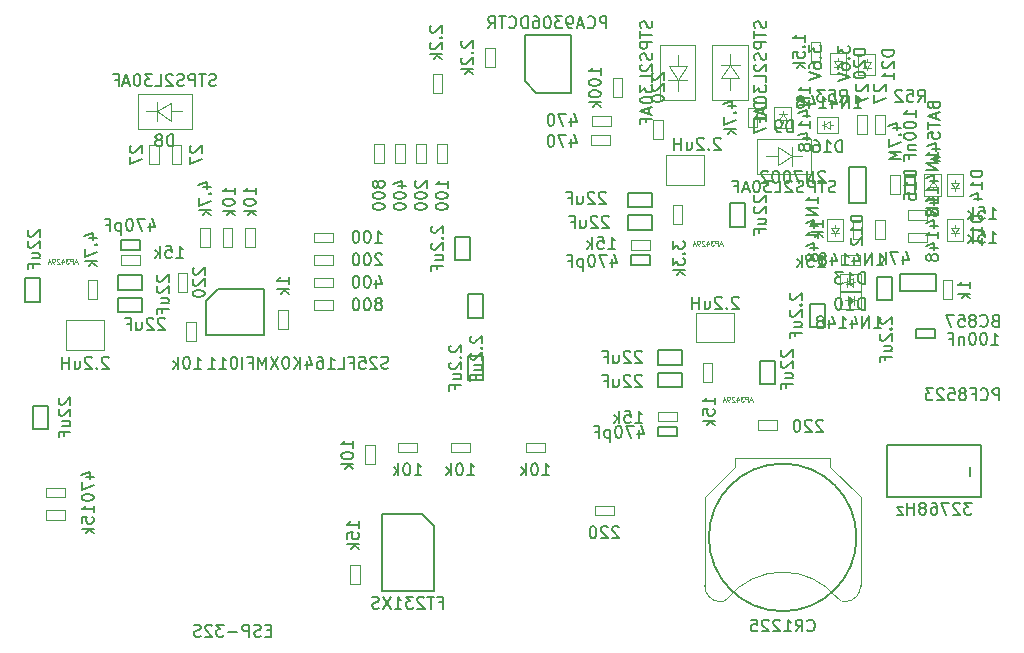
<source format=gbr>
G04 #@! TF.FileFunction,Other,Fab,Bot*
%FSLAX46Y46*%
G04 Gerber Fmt 4.6, Leading zero omitted, Abs format (unit mm)*
G04 Created by KiCad (PCBNEW 4.0.7+dfsg1-1) date Wed Oct  4 16:58:54 2017*
%MOMM*%
%LPD*%
G01*
G04 APERTURE LIST*
%ADD10C,0.100000*%
%ADD11C,0.150000*%
G04 APERTURE END LIST*
D10*
X154195000Y-64200000D02*
X154195000Y-68800000D01*
X154195000Y-68800000D02*
X157195000Y-68800000D01*
X157195000Y-64200000D02*
X154195000Y-64200000D01*
X157195000Y-64200000D02*
X157195000Y-68800000D01*
X155693980Y-67149440D02*
X155693980Y-68051140D01*
X155693980Y-65998820D02*
X155693980Y-65000600D01*
X156494080Y-67149440D02*
X154893880Y-67149440D01*
X154944680Y-65998820D02*
X156494080Y-65998820D01*
X155693980Y-67149440D02*
X154944680Y-65998820D01*
X155693980Y-67149440D02*
X156494080Y-65998820D01*
X153644000Y-72126000D02*
X154444000Y-72126000D01*
X153644000Y-70526000D02*
X153644000Y-72126000D01*
X154444000Y-70526000D02*
X153644000Y-70526000D01*
X154444000Y-72126000D02*
X154444000Y-70526000D01*
X160470000Y-89340000D02*
X160470000Y-86840000D01*
X157270000Y-89340000D02*
X160470000Y-89340000D01*
X157270000Y-86840000D02*
X157270000Y-89340000D01*
X160470000Y-86840000D02*
X157270000Y-86840000D01*
X157930000Y-76005000D02*
X157930000Y-73505000D01*
X154730000Y-76005000D02*
X157930000Y-76005000D01*
X154730000Y-73505000D02*
X154730000Y-76005000D01*
X157930000Y-73505000D02*
X154730000Y-73505000D01*
X103930000Y-87475000D02*
X103930000Y-89975000D01*
X107130000Y-87475000D02*
X103930000Y-87475000D01*
X107130000Y-89975000D02*
X107130000Y-87475000D01*
X103930000Y-89975000D02*
X107130000Y-89975000D01*
D11*
X101710000Y-83915000D02*
X100460000Y-83915000D01*
X101710000Y-85915000D02*
X101710000Y-83915000D01*
X100460000Y-85915000D02*
X101710000Y-85915000D01*
X100460000Y-83915000D02*
X100460000Y-85915000D01*
X154060000Y-90005000D02*
X154060000Y-91255000D01*
X156060000Y-90005000D02*
X154060000Y-90005000D01*
X156060000Y-91255000D02*
X156060000Y-90005000D01*
X154060000Y-91255000D02*
X156060000Y-91255000D01*
X154060000Y-91910000D02*
X154060000Y-93160000D01*
X156060000Y-91910000D02*
X154060000Y-91910000D01*
X156060000Y-93160000D02*
X156060000Y-91910000D01*
X154060000Y-93160000D02*
X156060000Y-93160000D01*
X162690000Y-92900000D02*
X163940000Y-92900000D01*
X162690000Y-90900000D02*
X162690000Y-92900000D01*
X163940000Y-90900000D02*
X162690000Y-90900000D01*
X163940000Y-92900000D02*
X163940000Y-90900000D01*
X151520000Y-78575000D02*
X151520000Y-79825000D01*
X153520000Y-78575000D02*
X151520000Y-78575000D01*
X153520000Y-79825000D02*
X153520000Y-78575000D01*
X151520000Y-79825000D02*
X153520000Y-79825000D01*
X151520000Y-76670000D02*
X151520000Y-77920000D01*
X153520000Y-76670000D02*
X151520000Y-76670000D01*
X153520000Y-77920000D02*
X153520000Y-76670000D01*
X151520000Y-77920000D02*
X153520000Y-77920000D01*
X160150000Y-79565000D02*
X161400000Y-79565000D01*
X160150000Y-77565000D02*
X160150000Y-79565000D01*
X161400000Y-77565000D02*
X160150000Y-77565000D01*
X161400000Y-79565000D02*
X161400000Y-77565000D01*
X110340000Y-84905000D02*
X110340000Y-83655000D01*
X108340000Y-84905000D02*
X110340000Y-84905000D01*
X108340000Y-83655000D02*
X108340000Y-84905000D01*
X110340000Y-83655000D02*
X108340000Y-83655000D01*
X110340000Y-86810000D02*
X110340000Y-85560000D01*
X108340000Y-86810000D02*
X110340000Y-86810000D01*
X108340000Y-85560000D02*
X108340000Y-86810000D01*
X110340000Y-85560000D02*
X108340000Y-85560000D01*
X172596000Y-85788000D02*
X173846000Y-85788000D01*
X172596000Y-83788000D02*
X172596000Y-85788000D01*
X173846000Y-83788000D02*
X172596000Y-83788000D01*
X173846000Y-85788000D02*
X173846000Y-83788000D01*
X177535000Y-83580000D02*
X174495000Y-83580000D01*
X174495000Y-84980000D02*
X174495000Y-83580000D01*
X177535000Y-84980000D02*
X177535000Y-83580000D01*
X177535000Y-84980000D02*
X174495000Y-84980000D01*
X170235000Y-74505000D02*
X170235000Y-77545000D01*
X171635000Y-77545000D02*
X170235000Y-77545000D01*
X171635000Y-74505000D02*
X170235000Y-74505000D01*
X171635000Y-74505000D02*
X171635000Y-77545000D01*
X154060000Y-96510000D02*
X154060000Y-97310000D01*
X155660000Y-96510000D02*
X154060000Y-96510000D01*
X155660000Y-97310000D02*
X155660000Y-96510000D01*
X154060000Y-97310000D02*
X155660000Y-97310000D01*
X151720000Y-81975000D02*
X151720000Y-82775000D01*
X153320000Y-81975000D02*
X151720000Y-81975000D01*
X153320000Y-82775000D02*
X153320000Y-81975000D01*
X151720000Y-82775000D02*
X153320000Y-82775000D01*
X110140000Y-81505000D02*
X110140000Y-80705000D01*
X108540000Y-81505000D02*
X110140000Y-81505000D01*
X108540000Y-80705000D02*
X108540000Y-81505000D01*
X110140000Y-80705000D02*
X108540000Y-80705000D01*
X175780000Y-75225000D02*
X174980000Y-75225000D01*
X175780000Y-76825000D02*
X175780000Y-75225000D01*
X174980000Y-76825000D02*
X175780000Y-76825000D01*
X174980000Y-75225000D02*
X174980000Y-76825000D01*
D10*
X169500000Y-81975000D02*
X169500000Y-82775000D01*
X171100000Y-81975000D02*
X169500000Y-81975000D01*
X171100000Y-82775000D02*
X171100000Y-81975000D01*
X169500000Y-82775000D02*
X171100000Y-82775000D01*
X172440000Y-80635000D02*
X173240000Y-80635000D01*
X172440000Y-79035000D02*
X172440000Y-80635000D01*
X173240000Y-79035000D02*
X172440000Y-79035000D01*
X173240000Y-80635000D02*
X173240000Y-79035000D01*
X176815000Y-80870000D02*
X176815000Y-80070000D01*
X175215000Y-80870000D02*
X176815000Y-80870000D01*
X175215000Y-80070000D02*
X175215000Y-80870000D01*
X176815000Y-80070000D02*
X175215000Y-80070000D01*
X174510000Y-75225000D02*
X173710000Y-75225000D01*
X174510000Y-76825000D02*
X174510000Y-75225000D01*
X173710000Y-76825000D02*
X174510000Y-76825000D01*
X173710000Y-75225000D02*
X173710000Y-76825000D01*
X178955000Y-84115000D02*
X178155000Y-84115000D01*
X178955000Y-85715000D02*
X178955000Y-84115000D01*
X178155000Y-85715000D02*
X178955000Y-85715000D01*
X178155000Y-84115000D02*
X178155000Y-85715000D01*
X114185000Y-83480000D02*
X113385000Y-83480000D01*
X114185000Y-85080000D02*
X114185000Y-83480000D01*
X113385000Y-85080000D02*
X114185000Y-85080000D01*
X113385000Y-83480000D02*
X113385000Y-85080000D01*
X170535000Y-80635000D02*
X171335000Y-80635000D01*
X170535000Y-79035000D02*
X170535000Y-80635000D01*
X171335000Y-79035000D02*
X170535000Y-79035000D01*
X171335000Y-80635000D02*
X171335000Y-79035000D01*
X128790000Y-108245000D02*
X127990000Y-108245000D01*
X128790000Y-109845000D02*
X128790000Y-108245000D01*
X127990000Y-109845000D02*
X128790000Y-109845000D01*
X127990000Y-108245000D02*
X127990000Y-109845000D01*
X150272000Y-103984000D02*
X150272000Y-103184000D01*
X148672000Y-103984000D02*
X150272000Y-103984000D01*
X148672000Y-103184000D02*
X148672000Y-103984000D01*
X150272000Y-103184000D02*
X148672000Y-103184000D01*
X176815000Y-78965000D02*
X176815000Y-78165000D01*
X175215000Y-78965000D02*
X176815000Y-78965000D01*
X175215000Y-78165000D02*
X175215000Y-78965000D01*
X176815000Y-78165000D02*
X175215000Y-78165000D01*
X154060000Y-95240000D02*
X154060000Y-96040000D01*
X155660000Y-95240000D02*
X154060000Y-95240000D01*
X155660000Y-96040000D02*
X155660000Y-95240000D01*
X154060000Y-96040000D02*
X155660000Y-96040000D01*
X110140000Y-82775000D02*
X110140000Y-81975000D01*
X108540000Y-82775000D02*
X110140000Y-82775000D01*
X108540000Y-81975000D02*
X108540000Y-82775000D01*
X110140000Y-81975000D02*
X108540000Y-81975000D01*
X151720000Y-80705000D02*
X151720000Y-81505000D01*
X153320000Y-80705000D02*
X151720000Y-80705000D01*
X153320000Y-81505000D02*
X153320000Y-80705000D01*
X151720000Y-81505000D02*
X153320000Y-81505000D01*
X158635000Y-91100000D02*
X157835000Y-91100000D01*
X158635000Y-92700000D02*
X158635000Y-91100000D01*
X157835000Y-92700000D02*
X158635000Y-92700000D01*
X157835000Y-91100000D02*
X157835000Y-92700000D01*
X105765000Y-85715000D02*
X106565000Y-85715000D01*
X105765000Y-84115000D02*
X105765000Y-85715000D01*
X106565000Y-84115000D02*
X105765000Y-84115000D01*
X106565000Y-85715000D02*
X106565000Y-84115000D01*
X156095000Y-77765000D02*
X155295000Y-77765000D01*
X156095000Y-79365000D02*
X156095000Y-77765000D01*
X155295000Y-79365000D02*
X156095000Y-79365000D01*
X155295000Y-77765000D02*
X155295000Y-79365000D01*
X126482000Y-86585000D02*
X126482000Y-85785000D01*
X124882000Y-86585000D02*
X126482000Y-86585000D01*
X124882000Y-85785000D02*
X124882000Y-86585000D01*
X126482000Y-85785000D02*
X124882000Y-85785000D01*
X126482000Y-84679000D02*
X126482000Y-83879000D01*
X124882000Y-84679000D02*
X126482000Y-84679000D01*
X124882000Y-83879000D02*
X124882000Y-84679000D01*
X126482000Y-83879000D02*
X124882000Y-83879000D01*
X126482000Y-82775000D02*
X126482000Y-81975000D01*
X124882000Y-82775000D02*
X126482000Y-82775000D01*
X124882000Y-81975000D02*
X124882000Y-82775000D01*
X126482000Y-81975000D02*
X124882000Y-81975000D01*
X126482000Y-80870000D02*
X126482000Y-80070000D01*
X124882000Y-80870000D02*
X126482000Y-80870000D01*
X124882000Y-80070000D02*
X124882000Y-80870000D01*
X126482000Y-80070000D02*
X124882000Y-80070000D01*
X130022000Y-74158000D02*
X130822000Y-74158000D01*
X130022000Y-72558000D02*
X130022000Y-74158000D01*
X130822000Y-72558000D02*
X130022000Y-72558000D01*
X130822000Y-74158000D02*
X130822000Y-72558000D01*
X131800000Y-74158000D02*
X132600000Y-74158000D01*
X131800000Y-72558000D02*
X131800000Y-74158000D01*
X132600000Y-72558000D02*
X131800000Y-72558000D01*
X132600000Y-74158000D02*
X132600000Y-72558000D01*
X133578000Y-74158000D02*
X134378000Y-74158000D01*
X133578000Y-72558000D02*
X133578000Y-74158000D01*
X134378000Y-72558000D02*
X133578000Y-72558000D01*
X134378000Y-74158000D02*
X134378000Y-72558000D01*
X135356000Y-74158000D02*
X136156000Y-74158000D01*
X135356000Y-72558000D02*
X135356000Y-74158000D01*
X136156000Y-72558000D02*
X135356000Y-72558000D01*
X136156000Y-74158000D02*
X136156000Y-72558000D01*
D11*
X115780000Y-85870000D02*
X115780000Y-88770000D01*
X115780000Y-88770000D02*
X120680000Y-88770000D01*
X120680000Y-88770000D02*
X120680000Y-84870000D01*
X120680000Y-84870000D02*
X116780000Y-84870000D01*
X116780000Y-84870000D02*
X115780000Y-85870000D01*
X175850000Y-88198000D02*
X175850000Y-88998000D01*
X177450000Y-88198000D02*
X175850000Y-88198000D01*
X177450000Y-88998000D02*
X177450000Y-88198000D01*
X175850000Y-88998000D02*
X177450000Y-88998000D01*
X143730000Y-68250000D02*
X146630000Y-68250000D01*
X146630000Y-68250000D02*
X146630000Y-63350000D01*
X146630000Y-63350000D02*
X142730000Y-63350000D01*
X142730000Y-63350000D02*
X142730000Y-67250000D01*
X142730000Y-67250000D02*
X143730000Y-68250000D01*
D10*
X161645000Y-71110000D02*
X162445000Y-71110000D01*
X161645000Y-69510000D02*
X161645000Y-71110000D01*
X162445000Y-69510000D02*
X161645000Y-69510000D01*
X162445000Y-71110000D02*
X162445000Y-69510000D01*
X139420000Y-66030000D02*
X140220000Y-66030000D01*
X139420000Y-64430000D02*
X139420000Y-66030000D01*
X140220000Y-64430000D02*
X139420000Y-64430000D01*
X140220000Y-66030000D02*
X140220000Y-64430000D01*
X134975000Y-68232000D02*
X135775000Y-68232000D01*
X134975000Y-66632000D02*
X134975000Y-68232000D01*
X135775000Y-66632000D02*
X134975000Y-66632000D01*
X135775000Y-68232000D02*
X135775000Y-66632000D01*
X150215000Y-68570000D02*
X151015000Y-68570000D01*
X150215000Y-66970000D02*
X150215000Y-68570000D01*
X151015000Y-66970000D02*
X150215000Y-66970000D01*
X151015000Y-68570000D02*
X151015000Y-66970000D01*
X149975000Y-72615000D02*
X149975000Y-71815000D01*
X148375000Y-72615000D02*
X149975000Y-72615000D01*
X148375000Y-71815000D02*
X148375000Y-72615000D01*
X149975000Y-71815000D02*
X148375000Y-71815000D01*
X150080000Y-71000000D02*
X150080000Y-70200000D01*
X148480000Y-71000000D02*
X150080000Y-71000000D01*
X148480000Y-70200000D02*
X148480000Y-71000000D01*
X150080000Y-70200000D02*
X148480000Y-70200000D01*
D11*
X134035000Y-103890000D02*
X130635000Y-103890000D01*
X130635000Y-103890000D02*
X130635000Y-110390000D01*
X130635000Y-110390000D02*
X135035000Y-110390000D01*
X135035000Y-110390000D02*
X135035000Y-104890000D01*
X135035000Y-104890000D02*
X134035000Y-103890000D01*
D10*
X119900000Y-79670000D02*
X119100000Y-79670000D01*
X119900000Y-81270000D02*
X119900000Y-79670000D01*
X119100000Y-81270000D02*
X119900000Y-81270000D01*
X119100000Y-79670000D02*
X119100000Y-81270000D01*
X114080000Y-89200000D02*
X114880000Y-89200000D01*
X114080000Y-87600000D02*
X114080000Y-89200000D01*
X114880000Y-87600000D02*
X114080000Y-87600000D01*
X114880000Y-89200000D02*
X114880000Y-87600000D01*
X129260000Y-99685000D02*
X130060000Y-99685000D01*
X129260000Y-98085000D02*
X129260000Y-99685000D01*
X130060000Y-98085000D02*
X129260000Y-98085000D01*
X130060000Y-99685000D02*
X130060000Y-98085000D01*
X117995000Y-79670000D02*
X117195000Y-79670000D01*
X117995000Y-81270000D02*
X117995000Y-79670000D01*
X117195000Y-81270000D02*
X117995000Y-81270000D01*
X117195000Y-79670000D02*
X117195000Y-81270000D01*
X122680000Y-86600000D02*
X121880000Y-86600000D01*
X122680000Y-88200000D02*
X122680000Y-86600000D01*
X121880000Y-88200000D02*
X122680000Y-88200000D01*
X121880000Y-86600000D02*
X121880000Y-88200000D01*
X116090000Y-79670000D02*
X115290000Y-79670000D01*
X116090000Y-81270000D02*
X116090000Y-79670000D01*
X115290000Y-81270000D02*
X116090000Y-81270000D01*
X115290000Y-79670000D02*
X115290000Y-81270000D01*
X144430000Y-98650000D02*
X144430000Y-97850000D01*
X142830000Y-98650000D02*
X144430000Y-98650000D01*
X142830000Y-97850000D02*
X142830000Y-98650000D01*
X144430000Y-97850000D02*
X142830000Y-97850000D01*
X138080000Y-98650000D02*
X138080000Y-97850000D01*
X136480000Y-98650000D02*
X138080000Y-98650000D01*
X136480000Y-97850000D02*
X136480000Y-98650000D01*
X138080000Y-97850000D02*
X136480000Y-97850000D01*
X133635000Y-98650000D02*
X133635000Y-97850000D01*
X132035000Y-98650000D02*
X133635000Y-98650000D01*
X132035000Y-97850000D02*
X132035000Y-98650000D01*
X133635000Y-97850000D02*
X132035000Y-97850000D01*
X102190000Y-103565000D02*
X102190000Y-104365000D01*
X103790000Y-103565000D02*
X102190000Y-103565000D01*
X103790000Y-104365000D02*
X103790000Y-103565000D01*
X102190000Y-104365000D02*
X103790000Y-104365000D01*
X102190000Y-101660000D02*
X102190000Y-102460000D01*
X103790000Y-101660000D02*
X102190000Y-101660000D01*
X103790000Y-102460000D02*
X103790000Y-101660000D01*
X102190000Y-102460000D02*
X103790000Y-102460000D01*
D11*
X166881000Y-88074000D02*
X168131000Y-88074000D01*
X166881000Y-86074000D02*
X166881000Y-88074000D01*
X168131000Y-86074000D02*
X166881000Y-86074000D01*
X168131000Y-88074000D02*
X168131000Y-86074000D01*
D10*
X164115000Y-96745000D02*
X164115000Y-95945000D01*
X162515000Y-96745000D02*
X164115000Y-96745000D01*
X162515000Y-95945000D02*
X162515000Y-96745000D01*
X164115000Y-95945000D02*
X162515000Y-95945000D01*
X166979000Y-65522000D02*
X167779000Y-65522000D01*
X166979000Y-63922000D02*
X166979000Y-65522000D01*
X167779000Y-63922000D02*
X166979000Y-63922000D01*
X167779000Y-65522000D02*
X167779000Y-63922000D01*
D11*
X139175000Y-90519000D02*
X137925000Y-90519000D01*
X139175000Y-92519000D02*
X139175000Y-90519000D01*
X137925000Y-92519000D02*
X139175000Y-92519000D01*
X137925000Y-90519000D02*
X137925000Y-92519000D01*
X136855000Y-82400000D02*
X138105000Y-82400000D01*
X136855000Y-80400000D02*
X136855000Y-82400000D01*
X138105000Y-80400000D02*
X136855000Y-80400000D01*
X138105000Y-82400000D02*
X138105000Y-80400000D01*
X139175000Y-85292000D02*
X137925000Y-85292000D01*
X139175000Y-87292000D02*
X139175000Y-85292000D01*
X137925000Y-87292000D02*
X139175000Y-87292000D01*
X137925000Y-85292000D02*
X137925000Y-87292000D01*
X102345000Y-94710000D02*
X101095000Y-94710000D01*
X102345000Y-96710000D02*
X102345000Y-94710000D01*
X101095000Y-96710000D02*
X102345000Y-96710000D01*
X101095000Y-94710000D02*
X101095000Y-96710000D01*
D10*
X112877000Y-74285000D02*
X113677000Y-74285000D01*
X112877000Y-72685000D02*
X112877000Y-74285000D01*
X113677000Y-72685000D02*
X112877000Y-72685000D01*
X113677000Y-74285000D02*
X113677000Y-72685000D01*
X110972000Y-74285000D02*
X111772000Y-74285000D01*
X110972000Y-72685000D02*
X110972000Y-74285000D01*
X111772000Y-72685000D02*
X110972000Y-72685000D01*
X111772000Y-74285000D02*
X111772000Y-72685000D01*
X172440000Y-71745000D02*
X173240000Y-71745000D01*
X172440000Y-70145000D02*
X172440000Y-71745000D01*
X173240000Y-70145000D02*
X172440000Y-70145000D01*
X173240000Y-71745000D02*
X173240000Y-70145000D01*
X170916000Y-71745000D02*
X171716000Y-71745000D01*
X170916000Y-70145000D02*
X170916000Y-71745000D01*
X171716000Y-70145000D02*
X170916000Y-70145000D01*
X171716000Y-71745000D02*
X171716000Y-70145000D01*
D11*
X170835000Y-105870000D02*
G75*
G03X170835000Y-105870000I-6250000J0D01*
G01*
D10*
X159206987Y-111317558D02*
G75*
G03X159985000Y-110970000I88013J847558D01*
G01*
X169963013Y-111317558D02*
G75*
G02X169185000Y-110970000I-88013J847558D01*
G01*
X159977095Y-110979589D02*
G75*
G02X169185000Y-110970000I4607905J-3790411D01*
G01*
X157985000Y-109920000D02*
G75*
G03X159285000Y-111320000I1350000J-50000D01*
G01*
X171185000Y-109920000D02*
G75*
G02X169885000Y-111320000I-1350000J-50000D01*
G01*
X157985000Y-102470000D02*
X157985000Y-109970000D01*
X171185000Y-102470000D02*
X171185000Y-109970000D01*
X160585000Y-99870000D02*
X157985000Y-102470000D01*
X168585000Y-99870000D02*
X171185000Y-102470000D01*
X160585000Y-99170000D02*
X160585000Y-99870000D01*
X168585000Y-99170000D02*
X168585000Y-99870000D01*
X168585000Y-99170000D02*
X160585000Y-99170000D01*
D11*
X181412000Y-98082000D02*
X181412000Y-102482000D01*
X173412000Y-98082000D02*
X181412000Y-98082000D01*
X173412000Y-102482000D02*
X173412000Y-98082000D01*
X181412000Y-102482000D02*
X173412000Y-102482000D01*
X180412000Y-99882000D02*
X180412000Y-100682000D01*
D10*
X177285000Y-76225000D02*
X177285000Y-76475000D01*
X177635000Y-76225000D02*
X177285000Y-75725000D01*
X176935000Y-76225000D02*
X177635000Y-76225000D01*
X177285000Y-75725000D02*
X176935000Y-76225000D01*
X177285000Y-75725000D02*
X177285000Y-75525000D01*
X176935000Y-75725000D02*
X177635000Y-75725000D01*
X177985000Y-75125000D02*
X176585000Y-75125000D01*
X177985000Y-76925000D02*
X177985000Y-75125000D01*
X176585000Y-76925000D02*
X177985000Y-76925000D01*
X176585000Y-75125000D02*
X176585000Y-76925000D01*
X170500000Y-84280000D02*
X170750000Y-84280000D01*
X170500000Y-83930000D02*
X170000000Y-84280000D01*
X170500000Y-84630000D02*
X170500000Y-83930000D01*
X170000000Y-84280000D02*
X170500000Y-84630000D01*
X170000000Y-84280000D02*
X169800000Y-84280000D01*
X170000000Y-84630000D02*
X170000000Y-83930000D01*
X169400000Y-83580000D02*
X169400000Y-84980000D01*
X171200000Y-83580000D02*
X169400000Y-83580000D01*
X171200000Y-84980000D02*
X171200000Y-83580000D01*
X169400000Y-84980000D02*
X171200000Y-84980000D01*
X179190000Y-79635000D02*
X179190000Y-79385000D01*
X178840000Y-79635000D02*
X179190000Y-80135000D01*
X179540000Y-79635000D02*
X178840000Y-79635000D01*
X179190000Y-80135000D02*
X179540000Y-79635000D01*
X179190000Y-80135000D02*
X179190000Y-80335000D01*
X179540000Y-80135000D02*
X178840000Y-80135000D01*
X178490000Y-80735000D02*
X179890000Y-80735000D01*
X178490000Y-78935000D02*
X178490000Y-80735000D01*
X179890000Y-78935000D02*
X178490000Y-78935000D01*
X179890000Y-80735000D02*
X179890000Y-78935000D01*
X169030000Y-79635000D02*
X169030000Y-79385000D01*
X168680000Y-79635000D02*
X169030000Y-80135000D01*
X169380000Y-79635000D02*
X168680000Y-79635000D01*
X169030000Y-80135000D02*
X169380000Y-79635000D01*
X169030000Y-80135000D02*
X169030000Y-80335000D01*
X169380000Y-80135000D02*
X168680000Y-80135000D01*
X168330000Y-80735000D02*
X169730000Y-80735000D01*
X168330000Y-78935000D02*
X168330000Y-80735000D01*
X169730000Y-78935000D02*
X168330000Y-78935000D01*
X169730000Y-80735000D02*
X169730000Y-78935000D01*
X170100000Y-85804000D02*
X169850000Y-85804000D01*
X170100000Y-86154000D02*
X170600000Y-85804000D01*
X170100000Y-85454000D02*
X170100000Y-86154000D01*
X170600000Y-85804000D02*
X170100000Y-85454000D01*
X170600000Y-85804000D02*
X170800000Y-85804000D01*
X170600000Y-85454000D02*
X170600000Y-86154000D01*
X171200000Y-86504000D02*
X171200000Y-85104000D01*
X169400000Y-86504000D02*
X171200000Y-86504000D01*
X169400000Y-85104000D02*
X169400000Y-86504000D01*
X171200000Y-85104000D02*
X169400000Y-85104000D01*
X179190000Y-75825000D02*
X179190000Y-75575000D01*
X178840000Y-75825000D02*
X179190000Y-76325000D01*
X179540000Y-75825000D02*
X178840000Y-75825000D01*
X179190000Y-76325000D02*
X179540000Y-75825000D01*
X179190000Y-76325000D02*
X179190000Y-76525000D01*
X179540000Y-76325000D02*
X178840000Y-76325000D01*
X178490000Y-76925000D02*
X179890000Y-76925000D01*
X178490000Y-75125000D02*
X178490000Y-76925000D01*
X179890000Y-75125000D02*
X178490000Y-75125000D01*
X179890000Y-76925000D02*
X179890000Y-75125000D01*
X168595000Y-70945000D02*
X168845000Y-70945000D01*
X168595000Y-70595000D02*
X168095000Y-70945000D01*
X168595000Y-71295000D02*
X168595000Y-70595000D01*
X168095000Y-70945000D02*
X168595000Y-71295000D01*
X168095000Y-70945000D02*
X167895000Y-70945000D01*
X168095000Y-71295000D02*
X168095000Y-70595000D01*
X167495000Y-70245000D02*
X167495000Y-71645000D01*
X169295000Y-70245000D02*
X167495000Y-70245000D01*
X169295000Y-71645000D02*
X169295000Y-70245000D01*
X167495000Y-71645000D02*
X169295000Y-71645000D01*
X164585000Y-70510000D02*
X164585000Y-70760000D01*
X164935000Y-70510000D02*
X164585000Y-70010000D01*
X164235000Y-70510000D02*
X164935000Y-70510000D01*
X164585000Y-70010000D02*
X164235000Y-70510000D01*
X164585000Y-70010000D02*
X164585000Y-69810000D01*
X164235000Y-70010000D02*
X164935000Y-70010000D01*
X165285000Y-69410000D02*
X163885000Y-69410000D01*
X165285000Y-71210000D02*
X165285000Y-69410000D01*
X163885000Y-71210000D02*
X165285000Y-71210000D01*
X163885000Y-69410000D02*
X163885000Y-71210000D01*
X169284000Y-65538000D02*
X169284000Y-65288000D01*
X168934000Y-65538000D02*
X169284000Y-66038000D01*
X169634000Y-65538000D02*
X168934000Y-65538000D01*
X169284000Y-66038000D02*
X169634000Y-65538000D01*
X169284000Y-66038000D02*
X169284000Y-66238000D01*
X169634000Y-66038000D02*
X168934000Y-66038000D01*
X168584000Y-66638000D02*
X169984000Y-66638000D01*
X168584000Y-64838000D02*
X168584000Y-66638000D01*
X169984000Y-64838000D02*
X168584000Y-64838000D01*
X169984000Y-66638000D02*
X169984000Y-64838000D01*
X171697000Y-65631000D02*
X171697000Y-65381000D01*
X171347000Y-65631000D02*
X171697000Y-66131000D01*
X172047000Y-65631000D02*
X171347000Y-65631000D01*
X171697000Y-66131000D02*
X172047000Y-65631000D01*
X171697000Y-66131000D02*
X171697000Y-66331000D01*
X172047000Y-66131000D02*
X171347000Y-66131000D01*
X170997000Y-66731000D02*
X172397000Y-66731000D01*
X170997000Y-64931000D02*
X170997000Y-66731000D01*
X172397000Y-64931000D02*
X170997000Y-64931000D01*
X172397000Y-66731000D02*
X172397000Y-64931000D01*
X114561000Y-68302000D02*
X109961000Y-68302000D01*
X109961000Y-68302000D02*
X109961000Y-71302000D01*
X114561000Y-71302000D02*
X114561000Y-68302000D01*
X114561000Y-71302000D02*
X109961000Y-71302000D01*
X111611560Y-69800980D02*
X110709860Y-69800980D01*
X112762180Y-69800980D02*
X113760400Y-69800980D01*
X111611560Y-70601080D02*
X111611560Y-69000880D01*
X112762180Y-69051680D02*
X112762180Y-70601080D01*
X111611560Y-69800980D02*
X112762180Y-69051680D01*
X111611560Y-69800980D02*
X112762180Y-70601080D01*
X162412000Y-75112000D02*
X167012000Y-75112000D01*
X167012000Y-75112000D02*
X167012000Y-72112000D01*
X162412000Y-72112000D02*
X162412000Y-75112000D01*
X162412000Y-72112000D02*
X167012000Y-72112000D01*
X165361440Y-73613020D02*
X166263140Y-73613020D01*
X164210820Y-73613020D02*
X163212600Y-73613020D01*
X165361440Y-72812920D02*
X165361440Y-74413120D01*
X164210820Y-74362320D02*
X164210820Y-72812920D01*
X165361440Y-73613020D02*
X164210820Y-74362320D01*
X165361440Y-73613020D02*
X164210820Y-72812920D01*
X161640000Y-68800000D02*
X161640000Y-64200000D01*
X161640000Y-64200000D02*
X158640000Y-64200000D01*
X158640000Y-68800000D02*
X161640000Y-68800000D01*
X158640000Y-68800000D02*
X158640000Y-64200000D01*
X160141020Y-65850560D02*
X160141020Y-64948860D01*
X160141020Y-67001180D02*
X160141020Y-67999400D01*
X159340920Y-65850560D02*
X160941120Y-65850560D01*
X160890320Y-67001180D02*
X159340920Y-67001180D01*
X160141020Y-65850560D02*
X160890320Y-67001180D01*
X160141020Y-65850560D02*
X159340920Y-67001180D01*
D11*
X153499762Y-62166666D02*
X153547381Y-62309523D01*
X153547381Y-62547619D01*
X153499762Y-62642857D01*
X153452143Y-62690476D01*
X153356905Y-62738095D01*
X153261667Y-62738095D01*
X153166429Y-62690476D01*
X153118810Y-62642857D01*
X153071190Y-62547619D01*
X153023571Y-62357142D01*
X152975952Y-62261904D01*
X152928333Y-62214285D01*
X152833095Y-62166666D01*
X152737857Y-62166666D01*
X152642619Y-62214285D01*
X152595000Y-62261904D01*
X152547381Y-62357142D01*
X152547381Y-62595238D01*
X152595000Y-62738095D01*
X152547381Y-63023809D02*
X152547381Y-63595238D01*
X153547381Y-63309523D02*
X152547381Y-63309523D01*
X153547381Y-63928571D02*
X152547381Y-63928571D01*
X152547381Y-64309524D01*
X152595000Y-64404762D01*
X152642619Y-64452381D01*
X152737857Y-64500000D01*
X152880714Y-64500000D01*
X152975952Y-64452381D01*
X153023571Y-64404762D01*
X153071190Y-64309524D01*
X153071190Y-63928571D01*
X153499762Y-64880952D02*
X153547381Y-65023809D01*
X153547381Y-65261905D01*
X153499762Y-65357143D01*
X153452143Y-65404762D01*
X153356905Y-65452381D01*
X153261667Y-65452381D01*
X153166429Y-65404762D01*
X153118810Y-65357143D01*
X153071190Y-65261905D01*
X153023571Y-65071428D01*
X152975952Y-64976190D01*
X152928333Y-64928571D01*
X152833095Y-64880952D01*
X152737857Y-64880952D01*
X152642619Y-64928571D01*
X152595000Y-64976190D01*
X152547381Y-65071428D01*
X152547381Y-65309524D01*
X152595000Y-65452381D01*
X152642619Y-65833333D02*
X152595000Y-65880952D01*
X152547381Y-65976190D01*
X152547381Y-66214286D01*
X152595000Y-66309524D01*
X152642619Y-66357143D01*
X152737857Y-66404762D01*
X152833095Y-66404762D01*
X152975952Y-66357143D01*
X153547381Y-65785714D01*
X153547381Y-66404762D01*
X153547381Y-67309524D02*
X153547381Y-66833333D01*
X152547381Y-66833333D01*
X152547381Y-67547619D02*
X152547381Y-68166667D01*
X152928333Y-67833333D01*
X152928333Y-67976191D01*
X152975952Y-68071429D01*
X153023571Y-68119048D01*
X153118810Y-68166667D01*
X153356905Y-68166667D01*
X153452143Y-68119048D01*
X153499762Y-68071429D01*
X153547381Y-67976191D01*
X153547381Y-67690476D01*
X153499762Y-67595238D01*
X153452143Y-67547619D01*
X152547381Y-68785714D02*
X152547381Y-68880953D01*
X152595000Y-68976191D01*
X152642619Y-69023810D01*
X152737857Y-69071429D01*
X152928333Y-69119048D01*
X153166429Y-69119048D01*
X153356905Y-69071429D01*
X153452143Y-69023810D01*
X153499762Y-68976191D01*
X153547381Y-68880953D01*
X153547381Y-68785714D01*
X153499762Y-68690476D01*
X153452143Y-68642857D01*
X153356905Y-68595238D01*
X153166429Y-68547619D01*
X152928333Y-68547619D01*
X152737857Y-68595238D01*
X152642619Y-68642857D01*
X152595000Y-68690476D01*
X152547381Y-68785714D01*
X153261667Y-69500000D02*
X153261667Y-69976191D01*
X153547381Y-69404762D02*
X152547381Y-69738095D01*
X153547381Y-70071429D01*
X153023571Y-70738096D02*
X153023571Y-70404762D01*
X153547381Y-70404762D02*
X152547381Y-70404762D01*
X152547381Y-70880953D01*
X153591619Y-66531905D02*
X153544000Y-66579524D01*
X153496381Y-66674762D01*
X153496381Y-66912858D01*
X153544000Y-67008096D01*
X153591619Y-67055715D01*
X153686857Y-67103334D01*
X153782095Y-67103334D01*
X153924952Y-67055715D01*
X154496381Y-66484286D01*
X154496381Y-67103334D01*
X153591619Y-67484286D02*
X153544000Y-67531905D01*
X153496381Y-67627143D01*
X153496381Y-67865239D01*
X153544000Y-67960477D01*
X153591619Y-68008096D01*
X153686857Y-68055715D01*
X153782095Y-68055715D01*
X153924952Y-68008096D01*
X154496381Y-67436667D01*
X154496381Y-68055715D01*
X153496381Y-68674762D02*
X153496381Y-68770001D01*
X153544000Y-68865239D01*
X153591619Y-68912858D01*
X153686857Y-68960477D01*
X153877333Y-69008096D01*
X154115429Y-69008096D01*
X154305905Y-68960477D01*
X154401143Y-68912858D01*
X154448762Y-68865239D01*
X154496381Y-68770001D01*
X154496381Y-68674762D01*
X154448762Y-68579524D01*
X154401143Y-68531905D01*
X154305905Y-68484286D01*
X154115429Y-68436667D01*
X153877333Y-68436667D01*
X153686857Y-68484286D01*
X153591619Y-68531905D01*
X153544000Y-68579524D01*
X153496381Y-68674762D01*
X160846190Y-85605619D02*
X160798571Y-85558000D01*
X160703333Y-85510381D01*
X160465237Y-85510381D01*
X160369999Y-85558000D01*
X160322380Y-85605619D01*
X160274761Y-85700857D01*
X160274761Y-85796095D01*
X160322380Y-85938952D01*
X160893809Y-86510381D01*
X160274761Y-86510381D01*
X159846190Y-86415143D02*
X159798571Y-86462762D01*
X159846190Y-86510381D01*
X159893809Y-86462762D01*
X159846190Y-86415143D01*
X159846190Y-86510381D01*
X159417619Y-85605619D02*
X159370000Y-85558000D01*
X159274762Y-85510381D01*
X159036666Y-85510381D01*
X158941428Y-85558000D01*
X158893809Y-85605619D01*
X158846190Y-85700857D01*
X158846190Y-85796095D01*
X158893809Y-85938952D01*
X159465238Y-86510381D01*
X158846190Y-86510381D01*
X157989047Y-85843714D02*
X157989047Y-86510381D01*
X158417619Y-85843714D02*
X158417619Y-86367524D01*
X158370000Y-86462762D01*
X158274762Y-86510381D01*
X158131904Y-86510381D01*
X158036666Y-86462762D01*
X157989047Y-86415143D01*
X157512857Y-86510381D02*
X157512857Y-85510381D01*
X157512857Y-85986571D02*
X156941428Y-85986571D01*
X156941428Y-86510381D02*
X156941428Y-85510381D01*
D10*
X162003571Y-94252667D02*
X161813094Y-94252667D01*
X162041666Y-94366952D02*
X161908332Y-93966952D01*
X161774999Y-94366952D01*
X161641666Y-94366952D02*
X161641666Y-93966952D01*
X161489285Y-93966952D01*
X161451190Y-93986000D01*
X161432142Y-94005048D01*
X161413094Y-94043143D01*
X161413094Y-94100286D01*
X161432142Y-94138381D01*
X161451190Y-94157429D01*
X161489285Y-94176476D01*
X161641666Y-94176476D01*
X161279761Y-93966952D02*
X161032142Y-93966952D01*
X161165475Y-94119333D01*
X161108333Y-94119333D01*
X161070237Y-94138381D01*
X161051190Y-94157429D01*
X161032142Y-94195524D01*
X161032142Y-94290762D01*
X161051190Y-94328857D01*
X161070237Y-94347905D01*
X161108333Y-94366952D01*
X161222618Y-94366952D01*
X161260714Y-94347905D01*
X161279761Y-94328857D01*
X160689285Y-94100286D02*
X160689285Y-94366952D01*
X160784523Y-93947905D02*
X160879762Y-94233619D01*
X160632142Y-94233619D01*
X160498810Y-94005048D02*
X160479762Y-93986000D01*
X160441667Y-93966952D01*
X160346429Y-93966952D01*
X160308333Y-93986000D01*
X160289286Y-94005048D01*
X160270238Y-94043143D01*
X160270238Y-94081238D01*
X160289286Y-94138381D01*
X160517857Y-94366952D01*
X160270238Y-94366952D01*
X160079762Y-94366952D02*
X160003572Y-94366952D01*
X159965477Y-94347905D01*
X159946429Y-94328857D01*
X159908334Y-94271714D01*
X159889286Y-94195524D01*
X159889286Y-94043143D01*
X159908334Y-94005048D01*
X159927381Y-93986000D01*
X159965477Y-93966952D01*
X160041667Y-93966952D01*
X160079762Y-93986000D01*
X160098810Y-94005048D01*
X160117858Y-94043143D01*
X160117858Y-94138381D01*
X160098810Y-94176476D01*
X160079762Y-94195524D01*
X160041667Y-94214571D01*
X159965477Y-94214571D01*
X159927381Y-94195524D01*
X159908334Y-94176476D01*
X159889286Y-94138381D01*
X159736906Y-94252667D02*
X159546429Y-94252667D01*
X159775001Y-94366952D02*
X159641667Y-93966952D01*
X159508334Y-94366952D01*
D11*
X159322190Y-72143619D02*
X159274571Y-72096000D01*
X159179333Y-72048381D01*
X158941237Y-72048381D01*
X158845999Y-72096000D01*
X158798380Y-72143619D01*
X158750761Y-72238857D01*
X158750761Y-72334095D01*
X158798380Y-72476952D01*
X159369809Y-73048381D01*
X158750761Y-73048381D01*
X158322190Y-72953143D02*
X158274571Y-73000762D01*
X158322190Y-73048381D01*
X158369809Y-73000762D01*
X158322190Y-72953143D01*
X158322190Y-73048381D01*
X157893619Y-72143619D02*
X157846000Y-72096000D01*
X157750762Y-72048381D01*
X157512666Y-72048381D01*
X157417428Y-72096000D01*
X157369809Y-72143619D01*
X157322190Y-72238857D01*
X157322190Y-72334095D01*
X157369809Y-72476952D01*
X157941238Y-73048381D01*
X157322190Y-73048381D01*
X156465047Y-72381714D02*
X156465047Y-73048381D01*
X156893619Y-72381714D02*
X156893619Y-72905524D01*
X156846000Y-73000762D01*
X156750762Y-73048381D01*
X156607904Y-73048381D01*
X156512666Y-73000762D01*
X156465047Y-72953143D01*
X155988857Y-73048381D02*
X155988857Y-72048381D01*
X155988857Y-72524571D02*
X155417428Y-72524571D01*
X155417428Y-73048381D02*
X155417428Y-72048381D01*
D10*
X159463571Y-81044667D02*
X159273094Y-81044667D01*
X159501666Y-81158952D02*
X159368332Y-80758952D01*
X159234999Y-81158952D01*
X159101666Y-81158952D02*
X159101666Y-80758952D01*
X158949285Y-80758952D01*
X158911190Y-80778000D01*
X158892142Y-80797048D01*
X158873094Y-80835143D01*
X158873094Y-80892286D01*
X158892142Y-80930381D01*
X158911190Y-80949429D01*
X158949285Y-80968476D01*
X159101666Y-80968476D01*
X158739761Y-80758952D02*
X158492142Y-80758952D01*
X158625475Y-80911333D01*
X158568333Y-80911333D01*
X158530237Y-80930381D01*
X158511190Y-80949429D01*
X158492142Y-80987524D01*
X158492142Y-81082762D01*
X158511190Y-81120857D01*
X158530237Y-81139905D01*
X158568333Y-81158952D01*
X158682618Y-81158952D01*
X158720714Y-81139905D01*
X158739761Y-81120857D01*
X158149285Y-80892286D02*
X158149285Y-81158952D01*
X158244523Y-80739905D02*
X158339762Y-81025619D01*
X158092142Y-81025619D01*
X157958810Y-80797048D02*
X157939762Y-80778000D01*
X157901667Y-80758952D01*
X157806429Y-80758952D01*
X157768333Y-80778000D01*
X157749286Y-80797048D01*
X157730238Y-80835143D01*
X157730238Y-80873238D01*
X157749286Y-80930381D01*
X157977857Y-81158952D01*
X157730238Y-81158952D01*
X157539762Y-81158952D02*
X157463572Y-81158952D01*
X157425477Y-81139905D01*
X157406429Y-81120857D01*
X157368334Y-81063714D01*
X157349286Y-80987524D01*
X157349286Y-80835143D01*
X157368334Y-80797048D01*
X157387381Y-80778000D01*
X157425477Y-80758952D01*
X157501667Y-80758952D01*
X157539762Y-80778000D01*
X157558810Y-80797048D01*
X157577858Y-80835143D01*
X157577858Y-80930381D01*
X157558810Y-80968476D01*
X157539762Y-80987524D01*
X157501667Y-81006571D01*
X157425477Y-81006571D01*
X157387381Y-80987524D01*
X157368334Y-80968476D01*
X157349286Y-80930381D01*
X157196906Y-81044667D02*
X157006429Y-81044667D01*
X157235001Y-81158952D02*
X157101667Y-80758952D01*
X156968334Y-81158952D01*
D11*
X107506190Y-90685619D02*
X107458571Y-90638000D01*
X107363333Y-90590381D01*
X107125237Y-90590381D01*
X107029999Y-90638000D01*
X106982380Y-90685619D01*
X106934761Y-90780857D01*
X106934761Y-90876095D01*
X106982380Y-91018952D01*
X107553809Y-91590381D01*
X106934761Y-91590381D01*
X106506190Y-91495143D02*
X106458571Y-91542762D01*
X106506190Y-91590381D01*
X106553809Y-91542762D01*
X106506190Y-91495143D01*
X106506190Y-91590381D01*
X106077619Y-90685619D02*
X106030000Y-90638000D01*
X105934762Y-90590381D01*
X105696666Y-90590381D01*
X105601428Y-90638000D01*
X105553809Y-90685619D01*
X105506190Y-90780857D01*
X105506190Y-90876095D01*
X105553809Y-91018952D01*
X106125238Y-91590381D01*
X105506190Y-91590381D01*
X104649047Y-90923714D02*
X104649047Y-91590381D01*
X105077619Y-90923714D02*
X105077619Y-91447524D01*
X105030000Y-91542762D01*
X104934762Y-91590381D01*
X104791904Y-91590381D01*
X104696666Y-91542762D01*
X104649047Y-91495143D01*
X104172857Y-91590381D02*
X104172857Y-90590381D01*
X104172857Y-91066571D02*
X103601428Y-91066571D01*
X103601428Y-91590381D02*
X103601428Y-90590381D01*
D10*
X104853571Y-82568667D02*
X104663094Y-82568667D01*
X104891666Y-82682952D02*
X104758332Y-82282952D01*
X104624999Y-82682952D01*
X104491666Y-82682952D02*
X104491666Y-82282952D01*
X104339285Y-82282952D01*
X104301190Y-82302000D01*
X104282142Y-82321048D01*
X104263094Y-82359143D01*
X104263094Y-82416286D01*
X104282142Y-82454381D01*
X104301190Y-82473429D01*
X104339285Y-82492476D01*
X104491666Y-82492476D01*
X104129761Y-82282952D02*
X103882142Y-82282952D01*
X104015475Y-82435333D01*
X103958333Y-82435333D01*
X103920237Y-82454381D01*
X103901190Y-82473429D01*
X103882142Y-82511524D01*
X103882142Y-82606762D01*
X103901190Y-82644857D01*
X103920237Y-82663905D01*
X103958333Y-82682952D01*
X104072618Y-82682952D01*
X104110714Y-82663905D01*
X104129761Y-82644857D01*
X103539285Y-82416286D02*
X103539285Y-82682952D01*
X103634523Y-82263905D02*
X103729762Y-82549619D01*
X103482142Y-82549619D01*
X103348810Y-82321048D02*
X103329762Y-82302000D01*
X103291667Y-82282952D01*
X103196429Y-82282952D01*
X103158333Y-82302000D01*
X103139286Y-82321048D01*
X103120238Y-82359143D01*
X103120238Y-82397238D01*
X103139286Y-82454381D01*
X103367857Y-82682952D01*
X103120238Y-82682952D01*
X102929762Y-82682952D02*
X102853572Y-82682952D01*
X102815477Y-82663905D01*
X102796429Y-82644857D01*
X102758334Y-82587714D01*
X102739286Y-82511524D01*
X102739286Y-82359143D01*
X102758334Y-82321048D01*
X102777381Y-82302000D01*
X102815477Y-82282952D01*
X102891667Y-82282952D01*
X102929762Y-82302000D01*
X102948810Y-82321048D01*
X102967858Y-82359143D01*
X102967858Y-82454381D01*
X102948810Y-82492476D01*
X102929762Y-82511524D01*
X102891667Y-82530571D01*
X102815477Y-82530571D01*
X102777381Y-82511524D01*
X102758334Y-82492476D01*
X102739286Y-82454381D01*
X102586906Y-82568667D02*
X102396429Y-82568667D01*
X102625001Y-82682952D02*
X102491667Y-82282952D01*
X102358334Y-82682952D01*
D11*
X100759619Y-79843143D02*
X100712000Y-79890762D01*
X100664381Y-79986000D01*
X100664381Y-80224096D01*
X100712000Y-80319334D01*
X100759619Y-80366953D01*
X100854857Y-80414572D01*
X100950095Y-80414572D01*
X101092952Y-80366953D01*
X101664381Y-79795524D01*
X101664381Y-80414572D01*
X100759619Y-80795524D02*
X100712000Y-80843143D01*
X100664381Y-80938381D01*
X100664381Y-81176477D01*
X100712000Y-81271715D01*
X100759619Y-81319334D01*
X100854857Y-81366953D01*
X100950095Y-81366953D01*
X101092952Y-81319334D01*
X101664381Y-80747905D01*
X101664381Y-81366953D01*
X100997714Y-82224096D02*
X101664381Y-82224096D01*
X100997714Y-81795524D02*
X101521524Y-81795524D01*
X101616762Y-81843143D01*
X101664381Y-81938381D01*
X101664381Y-82081239D01*
X101616762Y-82176477D01*
X101569143Y-82224096D01*
X101140571Y-83033620D02*
X101140571Y-82700286D01*
X101664381Y-82700286D02*
X100664381Y-82700286D01*
X100664381Y-83176477D01*
X152638857Y-90177619D02*
X152591238Y-90130000D01*
X152496000Y-90082381D01*
X152257904Y-90082381D01*
X152162666Y-90130000D01*
X152115047Y-90177619D01*
X152067428Y-90272857D01*
X152067428Y-90368095D01*
X152115047Y-90510952D01*
X152686476Y-91082381D01*
X152067428Y-91082381D01*
X151686476Y-90177619D02*
X151638857Y-90130000D01*
X151543619Y-90082381D01*
X151305523Y-90082381D01*
X151210285Y-90130000D01*
X151162666Y-90177619D01*
X151115047Y-90272857D01*
X151115047Y-90368095D01*
X151162666Y-90510952D01*
X151734095Y-91082381D01*
X151115047Y-91082381D01*
X150257904Y-90415714D02*
X150257904Y-91082381D01*
X150686476Y-90415714D02*
X150686476Y-90939524D01*
X150638857Y-91034762D01*
X150543619Y-91082381D01*
X150400761Y-91082381D01*
X150305523Y-91034762D01*
X150257904Y-90987143D01*
X149448380Y-90558571D02*
X149781714Y-90558571D01*
X149781714Y-91082381D02*
X149781714Y-90082381D01*
X149305523Y-90082381D01*
X152638857Y-92209619D02*
X152591238Y-92162000D01*
X152496000Y-92114381D01*
X152257904Y-92114381D01*
X152162666Y-92162000D01*
X152115047Y-92209619D01*
X152067428Y-92304857D01*
X152067428Y-92400095D01*
X152115047Y-92542952D01*
X152686476Y-93114381D01*
X152067428Y-93114381D01*
X151686476Y-92209619D02*
X151638857Y-92162000D01*
X151543619Y-92114381D01*
X151305523Y-92114381D01*
X151210285Y-92162000D01*
X151162666Y-92209619D01*
X151115047Y-92304857D01*
X151115047Y-92400095D01*
X151162666Y-92542952D01*
X151734095Y-93114381D01*
X151115047Y-93114381D01*
X150257904Y-92447714D02*
X150257904Y-93114381D01*
X150686476Y-92447714D02*
X150686476Y-92971524D01*
X150638857Y-93066762D01*
X150543619Y-93114381D01*
X150400761Y-93114381D01*
X150305523Y-93066762D01*
X150257904Y-93019143D01*
X149448380Y-92590571D02*
X149781714Y-92590571D01*
X149781714Y-93114381D02*
X149781714Y-92114381D01*
X149305523Y-92114381D01*
X164513619Y-90003143D02*
X164466000Y-90050762D01*
X164418381Y-90146000D01*
X164418381Y-90384096D01*
X164466000Y-90479334D01*
X164513619Y-90526953D01*
X164608857Y-90574572D01*
X164704095Y-90574572D01*
X164846952Y-90526953D01*
X165418381Y-89955524D01*
X165418381Y-90574572D01*
X164513619Y-90955524D02*
X164466000Y-91003143D01*
X164418381Y-91098381D01*
X164418381Y-91336477D01*
X164466000Y-91431715D01*
X164513619Y-91479334D01*
X164608857Y-91526953D01*
X164704095Y-91526953D01*
X164846952Y-91479334D01*
X165418381Y-90907905D01*
X165418381Y-91526953D01*
X164751714Y-92384096D02*
X165418381Y-92384096D01*
X164751714Y-91955524D02*
X165275524Y-91955524D01*
X165370762Y-92003143D01*
X165418381Y-92098381D01*
X165418381Y-92241239D01*
X165370762Y-92336477D01*
X165323143Y-92384096D01*
X164894571Y-93193620D02*
X164894571Y-92860286D01*
X165418381Y-92860286D02*
X164418381Y-92860286D01*
X164418381Y-93336477D01*
X149844857Y-78747619D02*
X149797238Y-78700000D01*
X149702000Y-78652381D01*
X149463904Y-78652381D01*
X149368666Y-78700000D01*
X149321047Y-78747619D01*
X149273428Y-78842857D01*
X149273428Y-78938095D01*
X149321047Y-79080952D01*
X149892476Y-79652381D01*
X149273428Y-79652381D01*
X148892476Y-78747619D02*
X148844857Y-78700000D01*
X148749619Y-78652381D01*
X148511523Y-78652381D01*
X148416285Y-78700000D01*
X148368666Y-78747619D01*
X148321047Y-78842857D01*
X148321047Y-78938095D01*
X148368666Y-79080952D01*
X148940095Y-79652381D01*
X148321047Y-79652381D01*
X147463904Y-78985714D02*
X147463904Y-79652381D01*
X147892476Y-78985714D02*
X147892476Y-79509524D01*
X147844857Y-79604762D01*
X147749619Y-79652381D01*
X147606761Y-79652381D01*
X147511523Y-79604762D01*
X147463904Y-79557143D01*
X146654380Y-79128571D02*
X146987714Y-79128571D01*
X146987714Y-79652381D02*
X146987714Y-78652381D01*
X146511523Y-78652381D01*
X149590857Y-76715619D02*
X149543238Y-76668000D01*
X149448000Y-76620381D01*
X149209904Y-76620381D01*
X149114666Y-76668000D01*
X149067047Y-76715619D01*
X149019428Y-76810857D01*
X149019428Y-76906095D01*
X149067047Y-77048952D01*
X149638476Y-77620381D01*
X149019428Y-77620381D01*
X148638476Y-76715619D02*
X148590857Y-76668000D01*
X148495619Y-76620381D01*
X148257523Y-76620381D01*
X148162285Y-76668000D01*
X148114666Y-76715619D01*
X148067047Y-76810857D01*
X148067047Y-76906095D01*
X148114666Y-77048952D01*
X148686095Y-77620381D01*
X148067047Y-77620381D01*
X147209904Y-76953714D02*
X147209904Y-77620381D01*
X147638476Y-76953714D02*
X147638476Y-77477524D01*
X147590857Y-77572762D01*
X147495619Y-77620381D01*
X147352761Y-77620381D01*
X147257523Y-77572762D01*
X147209904Y-77525143D01*
X146400380Y-77096571D02*
X146733714Y-77096571D01*
X146733714Y-77620381D02*
X146733714Y-76620381D01*
X146257523Y-76620381D01*
X162227619Y-76922143D02*
X162180000Y-76969762D01*
X162132381Y-77065000D01*
X162132381Y-77303096D01*
X162180000Y-77398334D01*
X162227619Y-77445953D01*
X162322857Y-77493572D01*
X162418095Y-77493572D01*
X162560952Y-77445953D01*
X163132381Y-76874524D01*
X163132381Y-77493572D01*
X162227619Y-77874524D02*
X162180000Y-77922143D01*
X162132381Y-78017381D01*
X162132381Y-78255477D01*
X162180000Y-78350715D01*
X162227619Y-78398334D01*
X162322857Y-78445953D01*
X162418095Y-78445953D01*
X162560952Y-78398334D01*
X163132381Y-77826905D01*
X163132381Y-78445953D01*
X162465714Y-79303096D02*
X163132381Y-79303096D01*
X162465714Y-78874524D02*
X162989524Y-78874524D01*
X163084762Y-78922143D01*
X163132381Y-79017381D01*
X163132381Y-79160239D01*
X163084762Y-79255477D01*
X163037143Y-79303096D01*
X162608571Y-80112620D02*
X162608571Y-79779286D01*
X163132381Y-79779286D02*
X162132381Y-79779286D01*
X162132381Y-80255477D01*
X111681619Y-83653143D02*
X111634000Y-83700762D01*
X111586381Y-83796000D01*
X111586381Y-84034096D01*
X111634000Y-84129334D01*
X111681619Y-84176953D01*
X111776857Y-84224572D01*
X111872095Y-84224572D01*
X112014952Y-84176953D01*
X112586381Y-83605524D01*
X112586381Y-84224572D01*
X111681619Y-84605524D02*
X111634000Y-84653143D01*
X111586381Y-84748381D01*
X111586381Y-84986477D01*
X111634000Y-85081715D01*
X111681619Y-85129334D01*
X111776857Y-85176953D01*
X111872095Y-85176953D01*
X112014952Y-85129334D01*
X112586381Y-84557905D01*
X112586381Y-85176953D01*
X111919714Y-86034096D02*
X112586381Y-86034096D01*
X111919714Y-85605524D02*
X112443524Y-85605524D01*
X112538762Y-85653143D01*
X112586381Y-85748381D01*
X112586381Y-85891239D01*
X112538762Y-85986477D01*
X112491143Y-86034096D01*
X112062571Y-86843620D02*
X112062571Y-86510286D01*
X112586381Y-86510286D02*
X111586381Y-86510286D01*
X111586381Y-86986477D01*
X112252857Y-87383619D02*
X112205238Y-87336000D01*
X112110000Y-87288381D01*
X111871904Y-87288381D01*
X111776666Y-87336000D01*
X111729047Y-87383619D01*
X111681428Y-87478857D01*
X111681428Y-87574095D01*
X111729047Y-87716952D01*
X112300476Y-88288381D01*
X111681428Y-88288381D01*
X111300476Y-87383619D02*
X111252857Y-87336000D01*
X111157619Y-87288381D01*
X110919523Y-87288381D01*
X110824285Y-87336000D01*
X110776666Y-87383619D01*
X110729047Y-87478857D01*
X110729047Y-87574095D01*
X110776666Y-87716952D01*
X111348095Y-88288381D01*
X110729047Y-88288381D01*
X109871904Y-87621714D02*
X109871904Y-88288381D01*
X110300476Y-87621714D02*
X110300476Y-88145524D01*
X110252857Y-88240762D01*
X110157619Y-88288381D01*
X110014761Y-88288381D01*
X109919523Y-88240762D01*
X109871904Y-88193143D01*
X109062380Y-87764571D02*
X109395714Y-87764571D01*
X109395714Y-88288381D02*
X109395714Y-87288381D01*
X108919523Y-87288381D01*
X182920238Y-94257381D02*
X182920238Y-93257381D01*
X182539285Y-93257381D01*
X182444047Y-93305000D01*
X182396428Y-93352619D01*
X182348809Y-93447857D01*
X182348809Y-93590714D01*
X182396428Y-93685952D01*
X182444047Y-93733571D01*
X182539285Y-93781190D01*
X182920238Y-93781190D01*
X181348809Y-94162143D02*
X181396428Y-94209762D01*
X181539285Y-94257381D01*
X181634523Y-94257381D01*
X181777381Y-94209762D01*
X181872619Y-94114524D01*
X181920238Y-94019286D01*
X181967857Y-93828810D01*
X181967857Y-93685952D01*
X181920238Y-93495476D01*
X181872619Y-93400238D01*
X181777381Y-93305000D01*
X181634523Y-93257381D01*
X181539285Y-93257381D01*
X181396428Y-93305000D01*
X181348809Y-93352619D01*
X180586904Y-93733571D02*
X180920238Y-93733571D01*
X180920238Y-94257381D02*
X180920238Y-93257381D01*
X180444047Y-93257381D01*
X179920238Y-93685952D02*
X180015476Y-93638333D01*
X180063095Y-93590714D01*
X180110714Y-93495476D01*
X180110714Y-93447857D01*
X180063095Y-93352619D01*
X180015476Y-93305000D01*
X179920238Y-93257381D01*
X179729761Y-93257381D01*
X179634523Y-93305000D01*
X179586904Y-93352619D01*
X179539285Y-93447857D01*
X179539285Y-93495476D01*
X179586904Y-93590714D01*
X179634523Y-93638333D01*
X179729761Y-93685952D01*
X179920238Y-93685952D01*
X180015476Y-93733571D01*
X180063095Y-93781190D01*
X180110714Y-93876429D01*
X180110714Y-94066905D01*
X180063095Y-94162143D01*
X180015476Y-94209762D01*
X179920238Y-94257381D01*
X179729761Y-94257381D01*
X179634523Y-94209762D01*
X179586904Y-94162143D01*
X179539285Y-94066905D01*
X179539285Y-93876429D01*
X179586904Y-93781190D01*
X179634523Y-93733571D01*
X179729761Y-93685952D01*
X178634523Y-93257381D02*
X179110714Y-93257381D01*
X179158333Y-93733571D01*
X179110714Y-93685952D01*
X179015476Y-93638333D01*
X178777380Y-93638333D01*
X178682142Y-93685952D01*
X178634523Y-93733571D01*
X178586904Y-93828810D01*
X178586904Y-94066905D01*
X178634523Y-94162143D01*
X178682142Y-94209762D01*
X178777380Y-94257381D01*
X179015476Y-94257381D01*
X179110714Y-94209762D01*
X179158333Y-94162143D01*
X178205952Y-93352619D02*
X178158333Y-93305000D01*
X178063095Y-93257381D01*
X177824999Y-93257381D01*
X177729761Y-93305000D01*
X177682142Y-93352619D01*
X177634523Y-93447857D01*
X177634523Y-93543095D01*
X177682142Y-93685952D01*
X178253571Y-94257381D01*
X177634523Y-94257381D01*
X177301190Y-93257381D02*
X176682142Y-93257381D01*
X177015476Y-93638333D01*
X176872618Y-93638333D01*
X176777380Y-93685952D01*
X176729761Y-93733571D01*
X176682142Y-93828810D01*
X176682142Y-94066905D01*
X176729761Y-94162143D01*
X176777380Y-94209762D01*
X176872618Y-94257381D01*
X177158333Y-94257381D01*
X177253571Y-94209762D01*
X177301190Y-94162143D01*
X172895619Y-87225048D02*
X172848000Y-87272667D01*
X172800381Y-87367905D01*
X172800381Y-87606001D01*
X172848000Y-87701239D01*
X172895619Y-87748858D01*
X172990857Y-87796477D01*
X173086095Y-87796477D01*
X173228952Y-87748858D01*
X173800381Y-87177429D01*
X173800381Y-87796477D01*
X173705143Y-88225048D02*
X173752762Y-88272667D01*
X173800381Y-88225048D01*
X173752762Y-88177429D01*
X173705143Y-88225048D01*
X173800381Y-88225048D01*
X172895619Y-88653619D02*
X172848000Y-88701238D01*
X172800381Y-88796476D01*
X172800381Y-89034572D01*
X172848000Y-89129810D01*
X172895619Y-89177429D01*
X172990857Y-89225048D01*
X173086095Y-89225048D01*
X173228952Y-89177429D01*
X173800381Y-88606000D01*
X173800381Y-89225048D01*
X173133714Y-90082191D02*
X173800381Y-90082191D01*
X173133714Y-89653619D02*
X173657524Y-89653619D01*
X173752762Y-89701238D01*
X173800381Y-89796476D01*
X173800381Y-89939334D01*
X173752762Y-90034572D01*
X173705143Y-90082191D01*
X173276571Y-90891715D02*
X173276571Y-90558381D01*
X173800381Y-90558381D02*
X172800381Y-90558381D01*
X172800381Y-91034572D01*
X182571142Y-87510571D02*
X182428285Y-87558190D01*
X182380666Y-87605810D01*
X182333047Y-87701048D01*
X182333047Y-87843905D01*
X182380666Y-87939143D01*
X182428285Y-87986762D01*
X182523523Y-88034381D01*
X182904476Y-88034381D01*
X182904476Y-87034381D01*
X182571142Y-87034381D01*
X182475904Y-87082000D01*
X182428285Y-87129619D01*
X182380666Y-87224857D01*
X182380666Y-87320095D01*
X182428285Y-87415333D01*
X182475904Y-87462952D01*
X182571142Y-87510571D01*
X182904476Y-87510571D01*
X181333047Y-87939143D02*
X181380666Y-87986762D01*
X181523523Y-88034381D01*
X181618761Y-88034381D01*
X181761619Y-87986762D01*
X181856857Y-87891524D01*
X181904476Y-87796286D01*
X181952095Y-87605810D01*
X181952095Y-87462952D01*
X181904476Y-87272476D01*
X181856857Y-87177238D01*
X181761619Y-87082000D01*
X181618761Y-87034381D01*
X181523523Y-87034381D01*
X181380666Y-87082000D01*
X181333047Y-87129619D01*
X180761619Y-87462952D02*
X180856857Y-87415333D01*
X180904476Y-87367714D01*
X180952095Y-87272476D01*
X180952095Y-87224857D01*
X180904476Y-87129619D01*
X180856857Y-87082000D01*
X180761619Y-87034381D01*
X180571142Y-87034381D01*
X180475904Y-87082000D01*
X180428285Y-87129619D01*
X180380666Y-87224857D01*
X180380666Y-87272476D01*
X180428285Y-87367714D01*
X180475904Y-87415333D01*
X180571142Y-87462952D01*
X180761619Y-87462952D01*
X180856857Y-87510571D01*
X180904476Y-87558190D01*
X180952095Y-87653429D01*
X180952095Y-87843905D01*
X180904476Y-87939143D01*
X180856857Y-87986762D01*
X180761619Y-88034381D01*
X180571142Y-88034381D01*
X180475904Y-87986762D01*
X180428285Y-87939143D01*
X180380666Y-87843905D01*
X180380666Y-87653429D01*
X180428285Y-87558190D01*
X180475904Y-87510571D01*
X180571142Y-87462952D01*
X179475904Y-87034381D02*
X179952095Y-87034381D01*
X179999714Y-87510571D01*
X179952095Y-87462952D01*
X179856857Y-87415333D01*
X179618761Y-87415333D01*
X179523523Y-87462952D01*
X179475904Y-87510571D01*
X179428285Y-87605810D01*
X179428285Y-87843905D01*
X179475904Y-87939143D01*
X179523523Y-87986762D01*
X179618761Y-88034381D01*
X179856857Y-88034381D01*
X179952095Y-87986762D01*
X179999714Y-87939143D01*
X179094952Y-87034381D02*
X178428285Y-87034381D01*
X178856857Y-88034381D01*
X168188286Y-74937619D02*
X168140667Y-74890000D01*
X168045429Y-74842381D01*
X167807333Y-74842381D01*
X167712095Y-74890000D01*
X167664476Y-74937619D01*
X167616857Y-75032857D01*
X167616857Y-75128095D01*
X167664476Y-75270952D01*
X168235905Y-75842381D01*
X167616857Y-75842381D01*
X167188286Y-75842381D02*
X167188286Y-74842381D01*
X166616857Y-75842381D01*
X166616857Y-74842381D01*
X166235905Y-74842381D02*
X165569238Y-74842381D01*
X165997810Y-75842381D01*
X164997810Y-74842381D02*
X164902571Y-74842381D01*
X164807333Y-74890000D01*
X164759714Y-74937619D01*
X164712095Y-75032857D01*
X164664476Y-75223333D01*
X164664476Y-75461429D01*
X164712095Y-75651905D01*
X164759714Y-75747143D01*
X164807333Y-75794762D01*
X164902571Y-75842381D01*
X164997810Y-75842381D01*
X165093048Y-75794762D01*
X165140667Y-75747143D01*
X165188286Y-75651905D01*
X165235905Y-75461429D01*
X165235905Y-75223333D01*
X165188286Y-75032857D01*
X165140667Y-74937619D01*
X165093048Y-74890000D01*
X164997810Y-74842381D01*
X164045429Y-74842381D02*
X163950190Y-74842381D01*
X163854952Y-74890000D01*
X163807333Y-74937619D01*
X163759714Y-75032857D01*
X163712095Y-75223333D01*
X163712095Y-75461429D01*
X163759714Y-75651905D01*
X163807333Y-75747143D01*
X163854952Y-75794762D01*
X163950190Y-75842381D01*
X164045429Y-75842381D01*
X164140667Y-75794762D01*
X164188286Y-75747143D01*
X164235905Y-75651905D01*
X164283524Y-75461429D01*
X164283524Y-75223333D01*
X164235905Y-75032857D01*
X164188286Y-74937619D01*
X164140667Y-74890000D01*
X164045429Y-74842381D01*
X163331143Y-74937619D02*
X163283524Y-74890000D01*
X163188286Y-74842381D01*
X162950190Y-74842381D01*
X162854952Y-74890000D01*
X162807333Y-74937619D01*
X162759714Y-75032857D01*
X162759714Y-75128095D01*
X162807333Y-75270952D01*
X163378762Y-75842381D01*
X162759714Y-75842381D01*
X152384857Y-96765714D02*
X152384857Y-97432381D01*
X152622953Y-96384762D02*
X152861048Y-97099048D01*
X152242000Y-97099048D01*
X151956286Y-96432381D02*
X151289619Y-96432381D01*
X151718191Y-97432381D01*
X150718191Y-96432381D02*
X150622952Y-96432381D01*
X150527714Y-96480000D01*
X150480095Y-96527619D01*
X150432476Y-96622857D01*
X150384857Y-96813333D01*
X150384857Y-97051429D01*
X150432476Y-97241905D01*
X150480095Y-97337143D01*
X150527714Y-97384762D01*
X150622952Y-97432381D01*
X150718191Y-97432381D01*
X150813429Y-97384762D01*
X150861048Y-97337143D01*
X150908667Y-97241905D01*
X150956286Y-97051429D01*
X150956286Y-96813333D01*
X150908667Y-96622857D01*
X150861048Y-96527619D01*
X150813429Y-96480000D01*
X150718191Y-96432381D01*
X149956286Y-96765714D02*
X149956286Y-97765714D01*
X149956286Y-96813333D02*
X149861048Y-96765714D01*
X149670571Y-96765714D01*
X149575333Y-96813333D01*
X149527714Y-96860952D01*
X149480095Y-96956190D01*
X149480095Y-97241905D01*
X149527714Y-97337143D01*
X149575333Y-97384762D01*
X149670571Y-97432381D01*
X149861048Y-97432381D01*
X149956286Y-97384762D01*
X148718190Y-96908571D02*
X149051524Y-96908571D01*
X149051524Y-97432381D02*
X149051524Y-96432381D01*
X148575333Y-96432381D01*
X150098857Y-82287714D02*
X150098857Y-82954381D01*
X150336953Y-81906762D02*
X150575048Y-82621048D01*
X149956000Y-82621048D01*
X149670286Y-81954381D02*
X149003619Y-81954381D01*
X149432191Y-82954381D01*
X148432191Y-81954381D02*
X148336952Y-81954381D01*
X148241714Y-82002000D01*
X148194095Y-82049619D01*
X148146476Y-82144857D01*
X148098857Y-82335333D01*
X148098857Y-82573429D01*
X148146476Y-82763905D01*
X148194095Y-82859143D01*
X148241714Y-82906762D01*
X148336952Y-82954381D01*
X148432191Y-82954381D01*
X148527429Y-82906762D01*
X148575048Y-82859143D01*
X148622667Y-82763905D01*
X148670286Y-82573429D01*
X148670286Y-82335333D01*
X148622667Y-82144857D01*
X148575048Y-82049619D01*
X148527429Y-82002000D01*
X148432191Y-81954381D01*
X147670286Y-82287714D02*
X147670286Y-83287714D01*
X147670286Y-82335333D02*
X147575048Y-82287714D01*
X147384571Y-82287714D01*
X147289333Y-82335333D01*
X147241714Y-82382952D01*
X147194095Y-82478190D01*
X147194095Y-82763905D01*
X147241714Y-82859143D01*
X147289333Y-82906762D01*
X147384571Y-82954381D01*
X147575048Y-82954381D01*
X147670286Y-82906762D01*
X146432190Y-82430571D02*
X146765524Y-82430571D01*
X146765524Y-82954381D02*
X146765524Y-81954381D01*
X146289333Y-81954381D01*
X110982857Y-79239714D02*
X110982857Y-79906381D01*
X111220953Y-78858762D02*
X111459048Y-79573048D01*
X110840000Y-79573048D01*
X110554286Y-78906381D02*
X109887619Y-78906381D01*
X110316191Y-79906381D01*
X109316191Y-78906381D02*
X109220952Y-78906381D01*
X109125714Y-78954000D01*
X109078095Y-79001619D01*
X109030476Y-79096857D01*
X108982857Y-79287333D01*
X108982857Y-79525429D01*
X109030476Y-79715905D01*
X109078095Y-79811143D01*
X109125714Y-79858762D01*
X109220952Y-79906381D01*
X109316191Y-79906381D01*
X109411429Y-79858762D01*
X109459048Y-79811143D01*
X109506667Y-79715905D01*
X109554286Y-79525429D01*
X109554286Y-79287333D01*
X109506667Y-79096857D01*
X109459048Y-79001619D01*
X109411429Y-78954000D01*
X109316191Y-78906381D01*
X108554286Y-79239714D02*
X108554286Y-80239714D01*
X108554286Y-79287333D02*
X108459048Y-79239714D01*
X108268571Y-79239714D01*
X108173333Y-79287333D01*
X108125714Y-79334952D01*
X108078095Y-79430190D01*
X108078095Y-79715905D01*
X108125714Y-79811143D01*
X108173333Y-79858762D01*
X108268571Y-79906381D01*
X108459048Y-79906381D01*
X108554286Y-79858762D01*
X107316190Y-79382571D02*
X107649524Y-79382571D01*
X107649524Y-79906381D02*
X107649524Y-78906381D01*
X107173333Y-78906381D01*
X175832381Y-70286381D02*
X175832381Y-69714952D01*
X175832381Y-70000666D02*
X174832381Y-70000666D01*
X174975238Y-69905428D01*
X175070476Y-69810190D01*
X175118095Y-69714952D01*
X174832381Y-70905428D02*
X174832381Y-71000667D01*
X174880000Y-71095905D01*
X174927619Y-71143524D01*
X175022857Y-71191143D01*
X175213333Y-71238762D01*
X175451429Y-71238762D01*
X175641905Y-71191143D01*
X175737143Y-71143524D01*
X175784762Y-71095905D01*
X175832381Y-71000667D01*
X175832381Y-70905428D01*
X175784762Y-70810190D01*
X175737143Y-70762571D01*
X175641905Y-70714952D01*
X175451429Y-70667333D01*
X175213333Y-70667333D01*
X175022857Y-70714952D01*
X174927619Y-70762571D01*
X174880000Y-70810190D01*
X174832381Y-70905428D01*
X174832381Y-71857809D02*
X174832381Y-71953048D01*
X174880000Y-72048286D01*
X174927619Y-72095905D01*
X175022857Y-72143524D01*
X175213333Y-72191143D01*
X175451429Y-72191143D01*
X175641905Y-72143524D01*
X175737143Y-72095905D01*
X175784762Y-72048286D01*
X175832381Y-71953048D01*
X175832381Y-71857809D01*
X175784762Y-71762571D01*
X175737143Y-71714952D01*
X175641905Y-71667333D01*
X175451429Y-71619714D01*
X175213333Y-71619714D01*
X175022857Y-71667333D01*
X174927619Y-71714952D01*
X174880000Y-71762571D01*
X174832381Y-71857809D01*
X175165714Y-72619714D02*
X175832381Y-72619714D01*
X175260952Y-72619714D02*
X175213333Y-72667333D01*
X175165714Y-72762571D01*
X175165714Y-72905429D01*
X175213333Y-73000667D01*
X175308571Y-73048286D01*
X175832381Y-73048286D01*
X175308571Y-73857810D02*
X175308571Y-73524476D01*
X175832381Y-73524476D02*
X174832381Y-73524476D01*
X174832381Y-74000667D01*
X167593238Y-82954381D02*
X168164667Y-82954381D01*
X167878953Y-82954381D02*
X167878953Y-81954381D01*
X167974191Y-82097238D01*
X168069429Y-82192476D01*
X168164667Y-82240095D01*
X166688476Y-81954381D02*
X167164667Y-81954381D01*
X167212286Y-82430571D01*
X167164667Y-82382952D01*
X167069429Y-82335333D01*
X166831333Y-82335333D01*
X166736095Y-82382952D01*
X166688476Y-82430571D01*
X166640857Y-82525810D01*
X166640857Y-82763905D01*
X166688476Y-82859143D01*
X166736095Y-82906762D01*
X166831333Y-82954381D01*
X167069429Y-82954381D01*
X167164667Y-82906762D01*
X167212286Y-82859143D01*
X166212286Y-82954381D02*
X166212286Y-81954381D01*
X166117048Y-82573429D02*
X165831333Y-82954381D01*
X165831333Y-82287714D02*
X166212286Y-82668667D01*
X174800476Y-82033714D02*
X174800476Y-82700381D01*
X175038572Y-81652762D02*
X175276667Y-82367048D01*
X174657619Y-82367048D01*
X174371905Y-81700381D02*
X173705238Y-81700381D01*
X174133810Y-82700381D01*
X173324286Y-82700381D02*
X173324286Y-81700381D01*
X173229048Y-82319429D02*
X172943333Y-82700381D01*
X172943333Y-82033714D02*
X173324286Y-82414667D01*
X182071238Y-80922381D02*
X182642667Y-80922381D01*
X182356953Y-80922381D02*
X182356953Y-79922381D01*
X182452191Y-80065238D01*
X182547429Y-80160476D01*
X182642667Y-80208095D01*
X181166476Y-79922381D02*
X181642667Y-79922381D01*
X181690286Y-80398571D01*
X181642667Y-80350952D01*
X181547429Y-80303333D01*
X181309333Y-80303333D01*
X181214095Y-80350952D01*
X181166476Y-80398571D01*
X181118857Y-80493810D01*
X181118857Y-80731905D01*
X181166476Y-80827143D01*
X181214095Y-80874762D01*
X181309333Y-80922381D01*
X181547429Y-80922381D01*
X181642667Y-80874762D01*
X181690286Y-80827143D01*
X180690286Y-80922381D02*
X180690286Y-79922381D01*
X180595048Y-80541429D02*
X180309333Y-80922381D01*
X180309333Y-80255714D02*
X180690286Y-80636667D01*
X173895714Y-71246763D02*
X174562381Y-71246763D01*
X173514762Y-71008667D02*
X174229048Y-70770572D01*
X174229048Y-71389620D01*
X174467143Y-71770572D02*
X174514762Y-71818191D01*
X174562381Y-71770572D01*
X174514762Y-71722953D01*
X174467143Y-71770572D01*
X174562381Y-71770572D01*
X173562381Y-72151524D02*
X173562381Y-72818191D01*
X174562381Y-72389619D01*
X174562381Y-73199143D02*
X173562381Y-73199143D01*
X174276667Y-73532477D01*
X173562381Y-73865810D01*
X174562381Y-73865810D01*
X180404381Y-84795953D02*
X180404381Y-84224524D01*
X180404381Y-84510238D02*
X179404381Y-84510238D01*
X179547238Y-84415000D01*
X179642476Y-84319762D01*
X179690095Y-84224524D01*
X180404381Y-85224524D02*
X179404381Y-85224524D01*
X180023429Y-85319762D02*
X180404381Y-85605477D01*
X179737714Y-85605477D02*
X180118667Y-85224524D01*
X114729619Y-83041905D02*
X114682000Y-83089524D01*
X114634381Y-83184762D01*
X114634381Y-83422858D01*
X114682000Y-83518096D01*
X114729619Y-83565715D01*
X114824857Y-83613334D01*
X114920095Y-83613334D01*
X115062952Y-83565715D01*
X115634381Y-82994286D01*
X115634381Y-83613334D01*
X114729619Y-83994286D02*
X114682000Y-84041905D01*
X114634381Y-84137143D01*
X114634381Y-84375239D01*
X114682000Y-84470477D01*
X114729619Y-84518096D01*
X114824857Y-84565715D01*
X114920095Y-84565715D01*
X115062952Y-84518096D01*
X115634381Y-83946667D01*
X115634381Y-84565715D01*
X114634381Y-85184762D02*
X114634381Y-85280001D01*
X114682000Y-85375239D01*
X114729619Y-85422858D01*
X114824857Y-85470477D01*
X115015333Y-85518096D01*
X115253429Y-85518096D01*
X115443905Y-85470477D01*
X115539143Y-85422858D01*
X115586762Y-85375239D01*
X115634381Y-85280001D01*
X115634381Y-85184762D01*
X115586762Y-85089524D01*
X115539143Y-85041905D01*
X115443905Y-84994286D01*
X115253429Y-84946667D01*
X115015333Y-84946667D01*
X114824857Y-84994286D01*
X114729619Y-85041905D01*
X114682000Y-85089524D01*
X114634381Y-85184762D01*
X167958381Y-79588953D02*
X167958381Y-79017524D01*
X167958381Y-79303238D02*
X166958381Y-79303238D01*
X167101238Y-79208000D01*
X167196476Y-79112762D01*
X167244095Y-79017524D01*
X167958381Y-80017524D02*
X166958381Y-80017524D01*
X167577429Y-80112762D02*
X167958381Y-80398477D01*
X167291714Y-80398477D02*
X167672667Y-80017524D01*
X128714381Y-105065762D02*
X128714381Y-104494333D01*
X128714381Y-104780047D02*
X127714381Y-104780047D01*
X127857238Y-104684809D01*
X127952476Y-104589571D01*
X128000095Y-104494333D01*
X127714381Y-105970524D02*
X127714381Y-105494333D01*
X128190571Y-105446714D01*
X128142952Y-105494333D01*
X128095333Y-105589571D01*
X128095333Y-105827667D01*
X128142952Y-105922905D01*
X128190571Y-105970524D01*
X128285810Y-106018143D01*
X128523905Y-106018143D01*
X128619143Y-105970524D01*
X128666762Y-105922905D01*
X128714381Y-105827667D01*
X128714381Y-105589571D01*
X128666762Y-105494333D01*
X128619143Y-105446714D01*
X128714381Y-106446714D02*
X127714381Y-106446714D01*
X128333429Y-106541952D02*
X128714381Y-106827667D01*
X128047714Y-106827667D02*
X128428667Y-106446714D01*
X150710095Y-105031619D02*
X150662476Y-104984000D01*
X150567238Y-104936381D01*
X150329142Y-104936381D01*
X150233904Y-104984000D01*
X150186285Y-105031619D01*
X150138666Y-105126857D01*
X150138666Y-105222095D01*
X150186285Y-105364952D01*
X150757714Y-105936381D01*
X150138666Y-105936381D01*
X149757714Y-105031619D02*
X149710095Y-104984000D01*
X149614857Y-104936381D01*
X149376761Y-104936381D01*
X149281523Y-104984000D01*
X149233904Y-105031619D01*
X149186285Y-105126857D01*
X149186285Y-105222095D01*
X149233904Y-105364952D01*
X149805333Y-105936381D01*
X149186285Y-105936381D01*
X148567238Y-104936381D02*
X148471999Y-104936381D01*
X148376761Y-104984000D01*
X148329142Y-105031619D01*
X148281523Y-105126857D01*
X148233904Y-105317333D01*
X148233904Y-105555429D01*
X148281523Y-105745905D01*
X148329142Y-105841143D01*
X148376761Y-105888762D01*
X148471999Y-105936381D01*
X148567238Y-105936381D01*
X148662476Y-105888762D01*
X148710095Y-105841143D01*
X148757714Y-105745905D01*
X148805333Y-105555429D01*
X148805333Y-105317333D01*
X148757714Y-105126857D01*
X148710095Y-105031619D01*
X148662476Y-104984000D01*
X148567238Y-104936381D01*
X182071238Y-78890381D02*
X182642667Y-78890381D01*
X182356953Y-78890381D02*
X182356953Y-77890381D01*
X182452191Y-78033238D01*
X182547429Y-78128476D01*
X182642667Y-78176095D01*
X181166476Y-77890381D02*
X181642667Y-77890381D01*
X181690286Y-78366571D01*
X181642667Y-78318952D01*
X181547429Y-78271333D01*
X181309333Y-78271333D01*
X181214095Y-78318952D01*
X181166476Y-78366571D01*
X181118857Y-78461810D01*
X181118857Y-78699905D01*
X181166476Y-78795143D01*
X181214095Y-78842762D01*
X181309333Y-78890381D01*
X181547429Y-78890381D01*
X181642667Y-78842762D01*
X181690286Y-78795143D01*
X180690286Y-78890381D02*
X180690286Y-77890381D01*
X180595048Y-78509429D02*
X180309333Y-78890381D01*
X180309333Y-78223714D02*
X180690286Y-78604667D01*
X152099238Y-96162381D02*
X152670667Y-96162381D01*
X152384953Y-96162381D02*
X152384953Y-95162381D01*
X152480191Y-95305238D01*
X152575429Y-95400476D01*
X152670667Y-95448095D01*
X151194476Y-95162381D02*
X151670667Y-95162381D01*
X151718286Y-95638571D01*
X151670667Y-95590952D01*
X151575429Y-95543333D01*
X151337333Y-95543333D01*
X151242095Y-95590952D01*
X151194476Y-95638571D01*
X151146857Y-95733810D01*
X151146857Y-95971905D01*
X151194476Y-96067143D01*
X151242095Y-96114762D01*
X151337333Y-96162381D01*
X151575429Y-96162381D01*
X151670667Y-96114762D01*
X151718286Y-96067143D01*
X150718286Y-96162381D02*
X150718286Y-95162381D01*
X150623048Y-95781429D02*
X150337333Y-96162381D01*
X150337333Y-95495714D02*
X150718286Y-95876667D01*
X113237238Y-82192381D02*
X113808667Y-82192381D01*
X113522953Y-82192381D02*
X113522953Y-81192381D01*
X113618191Y-81335238D01*
X113713429Y-81430476D01*
X113808667Y-81478095D01*
X112332476Y-81192381D02*
X112808667Y-81192381D01*
X112856286Y-81668571D01*
X112808667Y-81620952D01*
X112713429Y-81573333D01*
X112475333Y-81573333D01*
X112380095Y-81620952D01*
X112332476Y-81668571D01*
X112284857Y-81763810D01*
X112284857Y-82001905D01*
X112332476Y-82097143D01*
X112380095Y-82144762D01*
X112475333Y-82192381D01*
X112713429Y-82192381D01*
X112808667Y-82144762D01*
X112856286Y-82097143D01*
X111856286Y-82192381D02*
X111856286Y-81192381D01*
X111761048Y-81811429D02*
X111475333Y-82192381D01*
X111475333Y-81525714D02*
X111856286Y-81906667D01*
X149813238Y-81430381D02*
X150384667Y-81430381D01*
X150098953Y-81430381D02*
X150098953Y-80430381D01*
X150194191Y-80573238D01*
X150289429Y-80668476D01*
X150384667Y-80716095D01*
X148908476Y-80430381D02*
X149384667Y-80430381D01*
X149432286Y-80906571D01*
X149384667Y-80858952D01*
X149289429Y-80811333D01*
X149051333Y-80811333D01*
X148956095Y-80858952D01*
X148908476Y-80906571D01*
X148860857Y-81001810D01*
X148860857Y-81239905D01*
X148908476Y-81335143D01*
X148956095Y-81382762D01*
X149051333Y-81430381D01*
X149289429Y-81430381D01*
X149384667Y-81382762D01*
X149432286Y-81335143D01*
X148432286Y-81430381D02*
X148432286Y-80430381D01*
X148337048Y-81049429D02*
X148051333Y-81430381D01*
X148051333Y-80763714D02*
X148432286Y-81144667D01*
X158814381Y-94606762D02*
X158814381Y-94035333D01*
X158814381Y-94321047D02*
X157814381Y-94321047D01*
X157957238Y-94225809D01*
X158052476Y-94130571D01*
X158100095Y-94035333D01*
X157814381Y-95511524D02*
X157814381Y-95035333D01*
X158290571Y-94987714D01*
X158242952Y-95035333D01*
X158195333Y-95130571D01*
X158195333Y-95368667D01*
X158242952Y-95463905D01*
X158290571Y-95511524D01*
X158385810Y-95559143D01*
X158623905Y-95559143D01*
X158719143Y-95511524D01*
X158766762Y-95463905D01*
X158814381Y-95368667D01*
X158814381Y-95130571D01*
X158766762Y-95035333D01*
X158719143Y-94987714D01*
X158814381Y-95987714D02*
X157814381Y-95987714D01*
X158433429Y-96082952D02*
X158814381Y-96368667D01*
X158147714Y-96368667D02*
X158528667Y-95987714D01*
X105823714Y-80557429D02*
X106490381Y-80557429D01*
X105442762Y-80319333D02*
X106157048Y-80081238D01*
X106157048Y-80700286D01*
X106395143Y-81081238D02*
X106442762Y-81128857D01*
X106490381Y-81081238D01*
X106442762Y-81033619D01*
X106395143Y-81081238D01*
X106490381Y-81081238D01*
X105490381Y-81462190D02*
X105490381Y-82128857D01*
X106490381Y-81700285D01*
X106490381Y-82509809D02*
X105490381Y-82509809D01*
X106109429Y-82605047D02*
X106490381Y-82890762D01*
X105823714Y-82890762D02*
X106204667Y-82509809D01*
X155274381Y-80795619D02*
X155274381Y-81414667D01*
X155655333Y-81081333D01*
X155655333Y-81224191D01*
X155702952Y-81319429D01*
X155750571Y-81367048D01*
X155845810Y-81414667D01*
X156083905Y-81414667D01*
X156179143Y-81367048D01*
X156226762Y-81319429D01*
X156274381Y-81224191D01*
X156274381Y-80938476D01*
X156226762Y-80843238D01*
X156179143Y-80795619D01*
X156179143Y-81843238D02*
X156226762Y-81890857D01*
X156274381Y-81843238D01*
X156226762Y-81795619D01*
X156179143Y-81843238D01*
X156274381Y-81843238D01*
X155274381Y-82224190D02*
X155274381Y-82843238D01*
X155655333Y-82509904D01*
X155655333Y-82652762D01*
X155702952Y-82748000D01*
X155750571Y-82795619D01*
X155845810Y-82843238D01*
X156083905Y-82843238D01*
X156179143Y-82795619D01*
X156226762Y-82748000D01*
X156274381Y-82652762D01*
X156274381Y-82367047D01*
X156226762Y-82271809D01*
X156179143Y-82224190D01*
X156274381Y-83271809D02*
X155274381Y-83271809D01*
X155893429Y-83367047D02*
X156274381Y-83652762D01*
X155607714Y-83652762D02*
X155988667Y-83271809D01*
X130453619Y-86065952D02*
X130548857Y-86018333D01*
X130596476Y-85970714D01*
X130644095Y-85875476D01*
X130644095Y-85827857D01*
X130596476Y-85732619D01*
X130548857Y-85685000D01*
X130453619Y-85637381D01*
X130263142Y-85637381D01*
X130167904Y-85685000D01*
X130120285Y-85732619D01*
X130072666Y-85827857D01*
X130072666Y-85875476D01*
X130120285Y-85970714D01*
X130167904Y-86018333D01*
X130263142Y-86065952D01*
X130453619Y-86065952D01*
X130548857Y-86113571D01*
X130596476Y-86161190D01*
X130644095Y-86256429D01*
X130644095Y-86446905D01*
X130596476Y-86542143D01*
X130548857Y-86589762D01*
X130453619Y-86637381D01*
X130263142Y-86637381D01*
X130167904Y-86589762D01*
X130120285Y-86542143D01*
X130072666Y-86446905D01*
X130072666Y-86256429D01*
X130120285Y-86161190D01*
X130167904Y-86113571D01*
X130263142Y-86065952D01*
X129453619Y-85637381D02*
X129358380Y-85637381D01*
X129263142Y-85685000D01*
X129215523Y-85732619D01*
X129167904Y-85827857D01*
X129120285Y-86018333D01*
X129120285Y-86256429D01*
X129167904Y-86446905D01*
X129215523Y-86542143D01*
X129263142Y-86589762D01*
X129358380Y-86637381D01*
X129453619Y-86637381D01*
X129548857Y-86589762D01*
X129596476Y-86542143D01*
X129644095Y-86446905D01*
X129691714Y-86256429D01*
X129691714Y-86018333D01*
X129644095Y-85827857D01*
X129596476Y-85732619D01*
X129548857Y-85685000D01*
X129453619Y-85637381D01*
X128501238Y-85637381D02*
X128405999Y-85637381D01*
X128310761Y-85685000D01*
X128263142Y-85732619D01*
X128215523Y-85827857D01*
X128167904Y-86018333D01*
X128167904Y-86256429D01*
X128215523Y-86446905D01*
X128263142Y-86542143D01*
X128310761Y-86589762D01*
X128405999Y-86637381D01*
X128501238Y-86637381D01*
X128596476Y-86589762D01*
X128644095Y-86542143D01*
X128691714Y-86446905D01*
X128739333Y-86256429D01*
X128739333Y-86018333D01*
X128691714Y-85827857D01*
X128644095Y-85732619D01*
X128596476Y-85685000D01*
X128501238Y-85637381D01*
X130167904Y-84064714D02*
X130167904Y-84731381D01*
X130406000Y-83683762D02*
X130644095Y-84398048D01*
X130025047Y-84398048D01*
X129453619Y-83731381D02*
X129358380Y-83731381D01*
X129263142Y-83779000D01*
X129215523Y-83826619D01*
X129167904Y-83921857D01*
X129120285Y-84112333D01*
X129120285Y-84350429D01*
X129167904Y-84540905D01*
X129215523Y-84636143D01*
X129263142Y-84683762D01*
X129358380Y-84731381D01*
X129453619Y-84731381D01*
X129548857Y-84683762D01*
X129596476Y-84636143D01*
X129644095Y-84540905D01*
X129691714Y-84350429D01*
X129691714Y-84112333D01*
X129644095Y-83921857D01*
X129596476Y-83826619D01*
X129548857Y-83779000D01*
X129453619Y-83731381D01*
X128501238Y-83731381D02*
X128405999Y-83731381D01*
X128310761Y-83779000D01*
X128263142Y-83826619D01*
X128215523Y-83921857D01*
X128167904Y-84112333D01*
X128167904Y-84350429D01*
X128215523Y-84540905D01*
X128263142Y-84636143D01*
X128310761Y-84683762D01*
X128405999Y-84731381D01*
X128501238Y-84731381D01*
X128596476Y-84683762D01*
X128644095Y-84636143D01*
X128691714Y-84540905D01*
X128739333Y-84350429D01*
X128739333Y-84112333D01*
X128691714Y-83921857D01*
X128644095Y-83826619D01*
X128596476Y-83779000D01*
X128501238Y-83731381D01*
X130644095Y-81922619D02*
X130596476Y-81875000D01*
X130501238Y-81827381D01*
X130263142Y-81827381D01*
X130167904Y-81875000D01*
X130120285Y-81922619D01*
X130072666Y-82017857D01*
X130072666Y-82113095D01*
X130120285Y-82255952D01*
X130691714Y-82827381D01*
X130072666Y-82827381D01*
X129453619Y-81827381D02*
X129358380Y-81827381D01*
X129263142Y-81875000D01*
X129215523Y-81922619D01*
X129167904Y-82017857D01*
X129120285Y-82208333D01*
X129120285Y-82446429D01*
X129167904Y-82636905D01*
X129215523Y-82732143D01*
X129263142Y-82779762D01*
X129358380Y-82827381D01*
X129453619Y-82827381D01*
X129548857Y-82779762D01*
X129596476Y-82732143D01*
X129644095Y-82636905D01*
X129691714Y-82446429D01*
X129691714Y-82208333D01*
X129644095Y-82017857D01*
X129596476Y-81922619D01*
X129548857Y-81875000D01*
X129453619Y-81827381D01*
X128501238Y-81827381D02*
X128405999Y-81827381D01*
X128310761Y-81875000D01*
X128263142Y-81922619D01*
X128215523Y-82017857D01*
X128167904Y-82208333D01*
X128167904Y-82446429D01*
X128215523Y-82636905D01*
X128263142Y-82732143D01*
X128310761Y-82779762D01*
X128405999Y-82827381D01*
X128501238Y-82827381D01*
X128596476Y-82779762D01*
X128644095Y-82732143D01*
X128691714Y-82636905D01*
X128739333Y-82446429D01*
X128739333Y-82208333D01*
X128691714Y-82017857D01*
X128644095Y-81922619D01*
X128596476Y-81875000D01*
X128501238Y-81827381D01*
X130072666Y-80922381D02*
X130644095Y-80922381D01*
X130358381Y-80922381D02*
X130358381Y-79922381D01*
X130453619Y-80065238D01*
X130548857Y-80160476D01*
X130644095Y-80208095D01*
X129453619Y-79922381D02*
X129358380Y-79922381D01*
X129263142Y-79970000D01*
X129215523Y-80017619D01*
X129167904Y-80112857D01*
X129120285Y-80303333D01*
X129120285Y-80541429D01*
X129167904Y-80731905D01*
X129215523Y-80827143D01*
X129263142Y-80874762D01*
X129358380Y-80922381D01*
X129453619Y-80922381D01*
X129548857Y-80874762D01*
X129596476Y-80827143D01*
X129644095Y-80731905D01*
X129691714Y-80541429D01*
X129691714Y-80303333D01*
X129644095Y-80112857D01*
X129596476Y-80017619D01*
X129548857Y-79970000D01*
X129453619Y-79922381D01*
X128501238Y-79922381D02*
X128405999Y-79922381D01*
X128310761Y-79970000D01*
X128263142Y-80017619D01*
X128215523Y-80112857D01*
X128167904Y-80303333D01*
X128167904Y-80541429D01*
X128215523Y-80731905D01*
X128263142Y-80827143D01*
X128310761Y-80874762D01*
X128405999Y-80922381D01*
X128501238Y-80922381D01*
X128596476Y-80874762D01*
X128644095Y-80827143D01*
X128691714Y-80731905D01*
X128739333Y-80541429D01*
X128739333Y-80303333D01*
X128691714Y-80112857D01*
X128644095Y-80017619D01*
X128596476Y-79970000D01*
X128501238Y-79922381D01*
X130302952Y-75866381D02*
X130255333Y-75771143D01*
X130207714Y-75723524D01*
X130112476Y-75675905D01*
X130064857Y-75675905D01*
X129969619Y-75723524D01*
X129922000Y-75771143D01*
X129874381Y-75866381D01*
X129874381Y-76056858D01*
X129922000Y-76152096D01*
X129969619Y-76199715D01*
X130064857Y-76247334D01*
X130112476Y-76247334D01*
X130207714Y-76199715D01*
X130255333Y-76152096D01*
X130302952Y-76056858D01*
X130302952Y-75866381D01*
X130350571Y-75771143D01*
X130398190Y-75723524D01*
X130493429Y-75675905D01*
X130683905Y-75675905D01*
X130779143Y-75723524D01*
X130826762Y-75771143D01*
X130874381Y-75866381D01*
X130874381Y-76056858D01*
X130826762Y-76152096D01*
X130779143Y-76199715D01*
X130683905Y-76247334D01*
X130493429Y-76247334D01*
X130398190Y-76199715D01*
X130350571Y-76152096D01*
X130302952Y-76056858D01*
X129874381Y-76866381D02*
X129874381Y-76961620D01*
X129922000Y-77056858D01*
X129969619Y-77104477D01*
X130064857Y-77152096D01*
X130255333Y-77199715D01*
X130493429Y-77199715D01*
X130683905Y-77152096D01*
X130779143Y-77104477D01*
X130826762Y-77056858D01*
X130874381Y-76961620D01*
X130874381Y-76866381D01*
X130826762Y-76771143D01*
X130779143Y-76723524D01*
X130683905Y-76675905D01*
X130493429Y-76628286D01*
X130255333Y-76628286D01*
X130064857Y-76675905D01*
X129969619Y-76723524D01*
X129922000Y-76771143D01*
X129874381Y-76866381D01*
X129874381Y-77818762D02*
X129874381Y-77914001D01*
X129922000Y-78009239D01*
X129969619Y-78056858D01*
X130064857Y-78104477D01*
X130255333Y-78152096D01*
X130493429Y-78152096D01*
X130683905Y-78104477D01*
X130779143Y-78056858D01*
X130826762Y-78009239D01*
X130874381Y-77914001D01*
X130874381Y-77818762D01*
X130826762Y-77723524D01*
X130779143Y-77675905D01*
X130683905Y-77628286D01*
X130493429Y-77580667D01*
X130255333Y-77580667D01*
X130064857Y-77628286D01*
X129969619Y-77675905D01*
X129922000Y-77723524D01*
X129874381Y-77818762D01*
X131985714Y-76152096D02*
X132652381Y-76152096D01*
X131604762Y-75914000D02*
X132319048Y-75675905D01*
X132319048Y-76294953D01*
X131652381Y-76866381D02*
X131652381Y-76961620D01*
X131700000Y-77056858D01*
X131747619Y-77104477D01*
X131842857Y-77152096D01*
X132033333Y-77199715D01*
X132271429Y-77199715D01*
X132461905Y-77152096D01*
X132557143Y-77104477D01*
X132604762Y-77056858D01*
X132652381Y-76961620D01*
X132652381Y-76866381D01*
X132604762Y-76771143D01*
X132557143Y-76723524D01*
X132461905Y-76675905D01*
X132271429Y-76628286D01*
X132033333Y-76628286D01*
X131842857Y-76675905D01*
X131747619Y-76723524D01*
X131700000Y-76771143D01*
X131652381Y-76866381D01*
X131652381Y-77818762D02*
X131652381Y-77914001D01*
X131700000Y-78009239D01*
X131747619Y-78056858D01*
X131842857Y-78104477D01*
X132033333Y-78152096D01*
X132271429Y-78152096D01*
X132461905Y-78104477D01*
X132557143Y-78056858D01*
X132604762Y-78009239D01*
X132652381Y-77914001D01*
X132652381Y-77818762D01*
X132604762Y-77723524D01*
X132557143Y-77675905D01*
X132461905Y-77628286D01*
X132271429Y-77580667D01*
X132033333Y-77580667D01*
X131842857Y-77628286D01*
X131747619Y-77675905D01*
X131700000Y-77723524D01*
X131652381Y-77818762D01*
X133525619Y-75675905D02*
X133478000Y-75723524D01*
X133430381Y-75818762D01*
X133430381Y-76056858D01*
X133478000Y-76152096D01*
X133525619Y-76199715D01*
X133620857Y-76247334D01*
X133716095Y-76247334D01*
X133858952Y-76199715D01*
X134430381Y-75628286D01*
X134430381Y-76247334D01*
X133430381Y-76866381D02*
X133430381Y-76961620D01*
X133478000Y-77056858D01*
X133525619Y-77104477D01*
X133620857Y-77152096D01*
X133811333Y-77199715D01*
X134049429Y-77199715D01*
X134239905Y-77152096D01*
X134335143Y-77104477D01*
X134382762Y-77056858D01*
X134430381Y-76961620D01*
X134430381Y-76866381D01*
X134382762Y-76771143D01*
X134335143Y-76723524D01*
X134239905Y-76675905D01*
X134049429Y-76628286D01*
X133811333Y-76628286D01*
X133620857Y-76675905D01*
X133525619Y-76723524D01*
X133478000Y-76771143D01*
X133430381Y-76866381D01*
X133430381Y-77818762D02*
X133430381Y-77914001D01*
X133478000Y-78009239D01*
X133525619Y-78056858D01*
X133620857Y-78104477D01*
X133811333Y-78152096D01*
X134049429Y-78152096D01*
X134239905Y-78104477D01*
X134335143Y-78056858D01*
X134382762Y-78009239D01*
X134430381Y-77914001D01*
X134430381Y-77818762D01*
X134382762Y-77723524D01*
X134335143Y-77675905D01*
X134239905Y-77628286D01*
X134049429Y-77580667D01*
X133811333Y-77580667D01*
X133620857Y-77628286D01*
X133525619Y-77675905D01*
X133478000Y-77723524D01*
X133430381Y-77818762D01*
X136218380Y-76247334D02*
X136218380Y-75675905D01*
X136218380Y-75961619D02*
X135218380Y-75961619D01*
X135361237Y-75866381D01*
X135456475Y-75771143D01*
X135504094Y-75675905D01*
X135218380Y-76866381D02*
X135218380Y-76961620D01*
X135265999Y-77056858D01*
X135313618Y-77104477D01*
X135408856Y-77152096D01*
X135599332Y-77199715D01*
X135837428Y-77199715D01*
X136027904Y-77152096D01*
X136123142Y-77104477D01*
X136170761Y-77056858D01*
X136218380Y-76961620D01*
X136218380Y-76866381D01*
X136170761Y-76771143D01*
X136123142Y-76723524D01*
X136027904Y-76675905D01*
X135837428Y-76628286D01*
X135599332Y-76628286D01*
X135408856Y-76675905D01*
X135313618Y-76723524D01*
X135265999Y-76771143D01*
X135218380Y-76866381D01*
X135218380Y-77818762D02*
X135218380Y-77914001D01*
X135265999Y-78009239D01*
X135313618Y-78056858D01*
X135408856Y-78104477D01*
X135599332Y-78152096D01*
X135837428Y-78152096D01*
X136027904Y-78104477D01*
X136123142Y-78056858D01*
X136170761Y-78009239D01*
X136218380Y-77914001D01*
X136218380Y-77818762D01*
X136170761Y-77723524D01*
X136123142Y-77675905D01*
X136027904Y-77628286D01*
X135837428Y-77580667D01*
X135599332Y-77580667D01*
X135408856Y-77628286D01*
X135313618Y-77675905D01*
X135265999Y-77723524D01*
X135218380Y-77818762D01*
X131183048Y-91542762D02*
X131040191Y-91590381D01*
X130802095Y-91590381D01*
X130706857Y-91542762D01*
X130659238Y-91495143D01*
X130611619Y-91399905D01*
X130611619Y-91304667D01*
X130659238Y-91209429D01*
X130706857Y-91161810D01*
X130802095Y-91114190D01*
X130992572Y-91066571D01*
X131087810Y-91018952D01*
X131135429Y-90971333D01*
X131183048Y-90876095D01*
X131183048Y-90780857D01*
X131135429Y-90685619D01*
X131087810Y-90638000D01*
X130992572Y-90590381D01*
X130754476Y-90590381D01*
X130611619Y-90638000D01*
X130230667Y-90685619D02*
X130183048Y-90638000D01*
X130087810Y-90590381D01*
X129849714Y-90590381D01*
X129754476Y-90638000D01*
X129706857Y-90685619D01*
X129659238Y-90780857D01*
X129659238Y-90876095D01*
X129706857Y-91018952D01*
X130278286Y-91590381D01*
X129659238Y-91590381D01*
X128754476Y-90590381D02*
X129230667Y-90590381D01*
X129278286Y-91066571D01*
X129230667Y-91018952D01*
X129135429Y-90971333D01*
X128897333Y-90971333D01*
X128802095Y-91018952D01*
X128754476Y-91066571D01*
X128706857Y-91161810D01*
X128706857Y-91399905D01*
X128754476Y-91495143D01*
X128802095Y-91542762D01*
X128897333Y-91590381D01*
X129135429Y-91590381D01*
X129230667Y-91542762D01*
X129278286Y-91495143D01*
X127944952Y-91066571D02*
X128278286Y-91066571D01*
X128278286Y-91590381D02*
X128278286Y-90590381D01*
X127802095Y-90590381D01*
X126944952Y-91590381D02*
X127421143Y-91590381D01*
X127421143Y-90590381D01*
X126087809Y-91590381D02*
X126659238Y-91590381D01*
X126373524Y-91590381D02*
X126373524Y-90590381D01*
X126468762Y-90733238D01*
X126564000Y-90828476D01*
X126659238Y-90876095D01*
X125230666Y-90590381D02*
X125421143Y-90590381D01*
X125516381Y-90638000D01*
X125564000Y-90685619D01*
X125659238Y-90828476D01*
X125706857Y-91018952D01*
X125706857Y-91399905D01*
X125659238Y-91495143D01*
X125611619Y-91542762D01*
X125516381Y-91590381D01*
X125325904Y-91590381D01*
X125230666Y-91542762D01*
X125183047Y-91495143D01*
X125135428Y-91399905D01*
X125135428Y-91161810D01*
X125183047Y-91066571D01*
X125230666Y-91018952D01*
X125325904Y-90971333D01*
X125516381Y-90971333D01*
X125611619Y-91018952D01*
X125659238Y-91066571D01*
X125706857Y-91161810D01*
X124278285Y-90923714D02*
X124278285Y-91590381D01*
X124516381Y-90542762D02*
X124754476Y-91257048D01*
X124135428Y-91257048D01*
X123754476Y-91590381D02*
X123754476Y-90590381D01*
X123183047Y-91590381D02*
X123611619Y-91018952D01*
X123183047Y-90590381D02*
X123754476Y-91161810D01*
X122564000Y-90590381D02*
X122468761Y-90590381D01*
X122373523Y-90638000D01*
X122325904Y-90685619D01*
X122278285Y-90780857D01*
X122230666Y-90971333D01*
X122230666Y-91209429D01*
X122278285Y-91399905D01*
X122325904Y-91495143D01*
X122373523Y-91542762D01*
X122468761Y-91590381D01*
X122564000Y-91590381D01*
X122659238Y-91542762D01*
X122706857Y-91495143D01*
X122754476Y-91399905D01*
X122802095Y-91209429D01*
X122802095Y-90971333D01*
X122754476Y-90780857D01*
X122706857Y-90685619D01*
X122659238Y-90638000D01*
X122564000Y-90590381D01*
X121897333Y-90590381D02*
X121230666Y-91590381D01*
X121230666Y-90590381D02*
X121897333Y-91590381D01*
X120849714Y-91590381D02*
X120849714Y-90590381D01*
X120516380Y-91304667D01*
X120183047Y-90590381D01*
X120183047Y-91590381D01*
X119373523Y-91066571D02*
X119706857Y-91066571D01*
X119706857Y-91590381D02*
X119706857Y-90590381D01*
X119230666Y-90590381D01*
X118849714Y-91590381D02*
X118849714Y-90590381D01*
X118183048Y-90590381D02*
X118087809Y-90590381D01*
X117992571Y-90638000D01*
X117944952Y-90685619D01*
X117897333Y-90780857D01*
X117849714Y-90971333D01*
X117849714Y-91209429D01*
X117897333Y-91399905D01*
X117944952Y-91495143D01*
X117992571Y-91542762D01*
X118087809Y-91590381D01*
X118183048Y-91590381D01*
X118278286Y-91542762D01*
X118325905Y-91495143D01*
X118373524Y-91399905D01*
X118421143Y-91209429D01*
X118421143Y-90971333D01*
X118373524Y-90780857D01*
X118325905Y-90685619D01*
X118278286Y-90638000D01*
X118183048Y-90590381D01*
X116897333Y-91590381D02*
X117468762Y-91590381D01*
X117183048Y-91590381D02*
X117183048Y-90590381D01*
X117278286Y-90733238D01*
X117373524Y-90828476D01*
X117468762Y-90876095D01*
X115944952Y-91590381D02*
X116516381Y-91590381D01*
X116230667Y-91590381D02*
X116230667Y-90590381D01*
X116325905Y-90733238D01*
X116421143Y-90828476D01*
X116516381Y-90876095D01*
X182261619Y-89558381D02*
X182833048Y-89558381D01*
X182547334Y-89558381D02*
X182547334Y-88558381D01*
X182642572Y-88701238D01*
X182737810Y-88796476D01*
X182833048Y-88844095D01*
X181642572Y-88558381D02*
X181547333Y-88558381D01*
X181452095Y-88606000D01*
X181404476Y-88653619D01*
X181356857Y-88748857D01*
X181309238Y-88939333D01*
X181309238Y-89177429D01*
X181356857Y-89367905D01*
X181404476Y-89463143D01*
X181452095Y-89510762D01*
X181547333Y-89558381D01*
X181642572Y-89558381D01*
X181737810Y-89510762D01*
X181785429Y-89463143D01*
X181833048Y-89367905D01*
X181880667Y-89177429D01*
X181880667Y-88939333D01*
X181833048Y-88748857D01*
X181785429Y-88653619D01*
X181737810Y-88606000D01*
X181642572Y-88558381D01*
X180690191Y-88558381D02*
X180594952Y-88558381D01*
X180499714Y-88606000D01*
X180452095Y-88653619D01*
X180404476Y-88748857D01*
X180356857Y-88939333D01*
X180356857Y-89177429D01*
X180404476Y-89367905D01*
X180452095Y-89463143D01*
X180499714Y-89510762D01*
X180594952Y-89558381D01*
X180690191Y-89558381D01*
X180785429Y-89510762D01*
X180833048Y-89463143D01*
X180880667Y-89367905D01*
X180928286Y-89177429D01*
X180928286Y-88939333D01*
X180880667Y-88748857D01*
X180833048Y-88653619D01*
X180785429Y-88606000D01*
X180690191Y-88558381D01*
X179928286Y-88891714D02*
X179928286Y-89558381D01*
X179928286Y-88986952D02*
X179880667Y-88939333D01*
X179785429Y-88891714D01*
X179642571Y-88891714D01*
X179547333Y-88939333D01*
X179499714Y-89034571D01*
X179499714Y-89558381D01*
X178690190Y-89034571D02*
X179023524Y-89034571D01*
X179023524Y-89558381D02*
X179023524Y-88558381D01*
X178547333Y-88558381D01*
X149656191Y-62752381D02*
X149656191Y-61752381D01*
X149275238Y-61752381D01*
X149180000Y-61800000D01*
X149132381Y-61847619D01*
X149084762Y-61942857D01*
X149084762Y-62085714D01*
X149132381Y-62180952D01*
X149180000Y-62228571D01*
X149275238Y-62276190D01*
X149656191Y-62276190D01*
X148084762Y-62657143D02*
X148132381Y-62704762D01*
X148275238Y-62752381D01*
X148370476Y-62752381D01*
X148513334Y-62704762D01*
X148608572Y-62609524D01*
X148656191Y-62514286D01*
X148703810Y-62323810D01*
X148703810Y-62180952D01*
X148656191Y-61990476D01*
X148608572Y-61895238D01*
X148513334Y-61800000D01*
X148370476Y-61752381D01*
X148275238Y-61752381D01*
X148132381Y-61800000D01*
X148084762Y-61847619D01*
X147703810Y-62466667D02*
X147227619Y-62466667D01*
X147799048Y-62752381D02*
X147465715Y-61752381D01*
X147132381Y-62752381D01*
X146751429Y-62752381D02*
X146560953Y-62752381D01*
X146465714Y-62704762D01*
X146418095Y-62657143D01*
X146322857Y-62514286D01*
X146275238Y-62323810D01*
X146275238Y-61942857D01*
X146322857Y-61847619D01*
X146370476Y-61800000D01*
X146465714Y-61752381D01*
X146656191Y-61752381D01*
X146751429Y-61800000D01*
X146799048Y-61847619D01*
X146846667Y-61942857D01*
X146846667Y-62180952D01*
X146799048Y-62276190D01*
X146751429Y-62323810D01*
X146656191Y-62371429D01*
X146465714Y-62371429D01*
X146370476Y-62323810D01*
X146322857Y-62276190D01*
X146275238Y-62180952D01*
X145941905Y-61752381D02*
X145322857Y-61752381D01*
X145656191Y-62133333D01*
X145513333Y-62133333D01*
X145418095Y-62180952D01*
X145370476Y-62228571D01*
X145322857Y-62323810D01*
X145322857Y-62561905D01*
X145370476Y-62657143D01*
X145418095Y-62704762D01*
X145513333Y-62752381D01*
X145799048Y-62752381D01*
X145894286Y-62704762D01*
X145941905Y-62657143D01*
X144703810Y-61752381D02*
X144608571Y-61752381D01*
X144513333Y-61800000D01*
X144465714Y-61847619D01*
X144418095Y-61942857D01*
X144370476Y-62133333D01*
X144370476Y-62371429D01*
X144418095Y-62561905D01*
X144465714Y-62657143D01*
X144513333Y-62704762D01*
X144608571Y-62752381D01*
X144703810Y-62752381D01*
X144799048Y-62704762D01*
X144846667Y-62657143D01*
X144894286Y-62561905D01*
X144941905Y-62371429D01*
X144941905Y-62133333D01*
X144894286Y-61942857D01*
X144846667Y-61847619D01*
X144799048Y-61800000D01*
X144703810Y-61752381D01*
X143513333Y-61752381D02*
X143703810Y-61752381D01*
X143799048Y-61800000D01*
X143846667Y-61847619D01*
X143941905Y-61990476D01*
X143989524Y-62180952D01*
X143989524Y-62561905D01*
X143941905Y-62657143D01*
X143894286Y-62704762D01*
X143799048Y-62752381D01*
X143608571Y-62752381D01*
X143513333Y-62704762D01*
X143465714Y-62657143D01*
X143418095Y-62561905D01*
X143418095Y-62323810D01*
X143465714Y-62228571D01*
X143513333Y-62180952D01*
X143608571Y-62133333D01*
X143799048Y-62133333D01*
X143894286Y-62180952D01*
X143941905Y-62228571D01*
X143989524Y-62323810D01*
X142989524Y-62752381D02*
X142989524Y-61752381D01*
X142751429Y-61752381D01*
X142608571Y-61800000D01*
X142513333Y-61895238D01*
X142465714Y-61990476D01*
X142418095Y-62180952D01*
X142418095Y-62323810D01*
X142465714Y-62514286D01*
X142513333Y-62609524D01*
X142608571Y-62704762D01*
X142751429Y-62752381D01*
X142989524Y-62752381D01*
X141418095Y-62657143D02*
X141465714Y-62704762D01*
X141608571Y-62752381D01*
X141703809Y-62752381D01*
X141846667Y-62704762D01*
X141941905Y-62609524D01*
X141989524Y-62514286D01*
X142037143Y-62323810D01*
X142037143Y-62180952D01*
X141989524Y-61990476D01*
X141941905Y-61895238D01*
X141846667Y-61800000D01*
X141703809Y-61752381D01*
X141608571Y-61752381D01*
X141465714Y-61800000D01*
X141418095Y-61847619D01*
X141132381Y-61752381D02*
X140560952Y-61752381D01*
X140846667Y-62752381D02*
X140846667Y-61752381D01*
X139656190Y-62752381D02*
X139989524Y-62276190D01*
X140227619Y-62752381D02*
X140227619Y-61752381D01*
X139846666Y-61752381D01*
X139751428Y-61800000D01*
X139703809Y-61847619D01*
X139656190Y-61942857D01*
X139656190Y-62085714D01*
X139703809Y-62180952D01*
X139751428Y-62228571D01*
X139846666Y-62276190D01*
X140227619Y-62276190D01*
X121251095Y-113741571D02*
X120917761Y-113741571D01*
X120774904Y-114265381D02*
X121251095Y-114265381D01*
X121251095Y-113265381D01*
X120774904Y-113265381D01*
X120393952Y-114217762D02*
X120251095Y-114265381D01*
X120012999Y-114265381D01*
X119917761Y-114217762D01*
X119870142Y-114170143D01*
X119822523Y-114074905D01*
X119822523Y-113979667D01*
X119870142Y-113884429D01*
X119917761Y-113836810D01*
X120012999Y-113789190D01*
X120203476Y-113741571D01*
X120298714Y-113693952D01*
X120346333Y-113646333D01*
X120393952Y-113551095D01*
X120393952Y-113455857D01*
X120346333Y-113360619D01*
X120298714Y-113313000D01*
X120203476Y-113265381D01*
X119965380Y-113265381D01*
X119822523Y-113313000D01*
X119393952Y-114265381D02*
X119393952Y-113265381D01*
X119012999Y-113265381D01*
X118917761Y-113313000D01*
X118870142Y-113360619D01*
X118822523Y-113455857D01*
X118822523Y-113598714D01*
X118870142Y-113693952D01*
X118917761Y-113741571D01*
X119012999Y-113789190D01*
X119393952Y-113789190D01*
X118393952Y-113884429D02*
X117632047Y-113884429D01*
X117251095Y-113265381D02*
X116632047Y-113265381D01*
X116965381Y-113646333D01*
X116822523Y-113646333D01*
X116727285Y-113693952D01*
X116679666Y-113741571D01*
X116632047Y-113836810D01*
X116632047Y-114074905D01*
X116679666Y-114170143D01*
X116727285Y-114217762D01*
X116822523Y-114265381D01*
X117108238Y-114265381D01*
X117203476Y-114217762D01*
X117251095Y-114170143D01*
X116251095Y-113360619D02*
X116203476Y-113313000D01*
X116108238Y-113265381D01*
X115870142Y-113265381D01*
X115774904Y-113313000D01*
X115727285Y-113360619D01*
X115679666Y-113455857D01*
X115679666Y-113551095D01*
X115727285Y-113693952D01*
X116298714Y-114265381D01*
X115679666Y-114265381D01*
X115298714Y-114217762D02*
X115155857Y-114265381D01*
X114917761Y-114265381D01*
X114822523Y-114217762D01*
X114774904Y-114170143D01*
X114727285Y-114074905D01*
X114727285Y-113979667D01*
X114774904Y-113884429D01*
X114822523Y-113836810D01*
X114917761Y-113789190D01*
X115108238Y-113741571D01*
X115203476Y-113693952D01*
X115251095Y-113646333D01*
X115298714Y-113551095D01*
X115298714Y-113455857D01*
X115251095Y-113360619D01*
X115203476Y-113313000D01*
X115108238Y-113265381D01*
X114870142Y-113265381D01*
X114727285Y-113313000D01*
X159930714Y-69381429D02*
X160597381Y-69381429D01*
X159549762Y-69143333D02*
X160264048Y-68905238D01*
X160264048Y-69524286D01*
X160502143Y-69905238D02*
X160549762Y-69952857D01*
X160597381Y-69905238D01*
X160549762Y-69857619D01*
X160502143Y-69905238D01*
X160597381Y-69905238D01*
X159597381Y-70286190D02*
X159597381Y-70952857D01*
X160597381Y-70524285D01*
X160597381Y-71333809D02*
X159597381Y-71333809D01*
X160216429Y-71429047D02*
X160597381Y-71714762D01*
X159930714Y-71714762D02*
X160311667Y-71333809D01*
X137467619Y-63825238D02*
X137420000Y-63872857D01*
X137372381Y-63968095D01*
X137372381Y-64206191D01*
X137420000Y-64301429D01*
X137467619Y-64349048D01*
X137562857Y-64396667D01*
X137658095Y-64396667D01*
X137800952Y-64349048D01*
X138372381Y-63777619D01*
X138372381Y-64396667D01*
X138277143Y-64825238D02*
X138324762Y-64872857D01*
X138372381Y-64825238D01*
X138324762Y-64777619D01*
X138277143Y-64825238D01*
X138372381Y-64825238D01*
X137467619Y-65253809D02*
X137420000Y-65301428D01*
X137372381Y-65396666D01*
X137372381Y-65634762D01*
X137420000Y-65730000D01*
X137467619Y-65777619D01*
X137562857Y-65825238D01*
X137658095Y-65825238D01*
X137800952Y-65777619D01*
X138372381Y-65206190D01*
X138372381Y-65825238D01*
X138372381Y-66253809D02*
X137372381Y-66253809D01*
X137991429Y-66349047D02*
X138372381Y-66634762D01*
X137705714Y-66634762D02*
X138086667Y-66253809D01*
X134795619Y-62555238D02*
X134748000Y-62602857D01*
X134700381Y-62698095D01*
X134700381Y-62936191D01*
X134748000Y-63031429D01*
X134795619Y-63079048D01*
X134890857Y-63126667D01*
X134986095Y-63126667D01*
X135128952Y-63079048D01*
X135700381Y-62507619D01*
X135700381Y-63126667D01*
X135605143Y-63555238D02*
X135652762Y-63602857D01*
X135700381Y-63555238D01*
X135652762Y-63507619D01*
X135605143Y-63555238D01*
X135700381Y-63555238D01*
X134795619Y-63983809D02*
X134748000Y-64031428D01*
X134700381Y-64126666D01*
X134700381Y-64364762D01*
X134748000Y-64460000D01*
X134795619Y-64507619D01*
X134890857Y-64555238D01*
X134986095Y-64555238D01*
X135128952Y-64507619D01*
X135700381Y-63936190D01*
X135700381Y-64555238D01*
X135700381Y-64983809D02*
X134700381Y-64983809D01*
X135319429Y-65079047D02*
X135700381Y-65364762D01*
X135033714Y-65364762D02*
X135414667Y-64983809D01*
X149167381Y-66698572D02*
X149167381Y-66127143D01*
X149167381Y-66412857D02*
X148167381Y-66412857D01*
X148310238Y-66317619D01*
X148405476Y-66222381D01*
X148453095Y-66127143D01*
X148167381Y-67317619D02*
X148167381Y-67412858D01*
X148215000Y-67508096D01*
X148262619Y-67555715D01*
X148357857Y-67603334D01*
X148548333Y-67650953D01*
X148786429Y-67650953D01*
X148976905Y-67603334D01*
X149072143Y-67555715D01*
X149119762Y-67508096D01*
X149167381Y-67412858D01*
X149167381Y-67317619D01*
X149119762Y-67222381D01*
X149072143Y-67174762D01*
X148976905Y-67127143D01*
X148786429Y-67079524D01*
X148548333Y-67079524D01*
X148357857Y-67127143D01*
X148262619Y-67174762D01*
X148215000Y-67222381D01*
X148167381Y-67317619D01*
X148167381Y-68270000D02*
X148167381Y-68365239D01*
X148215000Y-68460477D01*
X148262619Y-68508096D01*
X148357857Y-68555715D01*
X148548333Y-68603334D01*
X148786429Y-68603334D01*
X148976905Y-68555715D01*
X149072143Y-68508096D01*
X149119762Y-68460477D01*
X149167381Y-68365239D01*
X149167381Y-68270000D01*
X149119762Y-68174762D01*
X149072143Y-68127143D01*
X148976905Y-68079524D01*
X148786429Y-68031905D01*
X148548333Y-68031905D01*
X148357857Y-68079524D01*
X148262619Y-68127143D01*
X148215000Y-68174762D01*
X148167381Y-68270000D01*
X149167381Y-69031905D02*
X148167381Y-69031905D01*
X148786429Y-69127143D02*
X149167381Y-69412858D01*
X148500714Y-69412858D02*
X148881667Y-69031905D01*
X146677904Y-72127714D02*
X146677904Y-72794381D01*
X146916000Y-71746762D02*
X147154095Y-72461048D01*
X146535047Y-72461048D01*
X146249333Y-71794381D02*
X145582666Y-71794381D01*
X146011238Y-72794381D01*
X145011238Y-71794381D02*
X144915999Y-71794381D01*
X144820761Y-71842000D01*
X144773142Y-71889619D01*
X144725523Y-71984857D01*
X144677904Y-72175333D01*
X144677904Y-72413429D01*
X144725523Y-72603905D01*
X144773142Y-72699143D01*
X144820761Y-72746762D01*
X144915999Y-72794381D01*
X145011238Y-72794381D01*
X145106476Y-72746762D01*
X145154095Y-72699143D01*
X145201714Y-72603905D01*
X145249333Y-72413429D01*
X145249333Y-72175333D01*
X145201714Y-71984857D01*
X145154095Y-71889619D01*
X145106476Y-71842000D01*
X145011238Y-71794381D01*
X146677904Y-70349714D02*
X146677904Y-71016381D01*
X146916000Y-69968762D02*
X147154095Y-70683048D01*
X146535047Y-70683048D01*
X146249333Y-70016381D02*
X145582666Y-70016381D01*
X146011238Y-71016381D01*
X145011238Y-70016381D02*
X144915999Y-70016381D01*
X144820761Y-70064000D01*
X144773142Y-70111619D01*
X144725523Y-70206857D01*
X144677904Y-70397333D01*
X144677904Y-70635429D01*
X144725523Y-70825905D01*
X144773142Y-70921143D01*
X144820761Y-70968762D01*
X144915999Y-71016381D01*
X145011238Y-71016381D01*
X145106476Y-70968762D01*
X145154095Y-70921143D01*
X145201714Y-70825905D01*
X145249333Y-70635429D01*
X145249333Y-70397333D01*
X145201714Y-70206857D01*
X145154095Y-70111619D01*
X145106476Y-70064000D01*
X145011238Y-70016381D01*
X135454047Y-111368571D02*
X135787381Y-111368571D01*
X135787381Y-111892381D02*
X135787381Y-110892381D01*
X135311190Y-110892381D01*
X135073095Y-110892381D02*
X134501666Y-110892381D01*
X134787381Y-111892381D02*
X134787381Y-110892381D01*
X134215952Y-110987619D02*
X134168333Y-110940000D01*
X134073095Y-110892381D01*
X133834999Y-110892381D01*
X133739761Y-110940000D01*
X133692142Y-110987619D01*
X133644523Y-111082857D01*
X133644523Y-111178095D01*
X133692142Y-111320952D01*
X134263571Y-111892381D01*
X133644523Y-111892381D01*
X133311190Y-110892381D02*
X132692142Y-110892381D01*
X133025476Y-111273333D01*
X132882618Y-111273333D01*
X132787380Y-111320952D01*
X132739761Y-111368571D01*
X132692142Y-111463810D01*
X132692142Y-111701905D01*
X132739761Y-111797143D01*
X132787380Y-111844762D01*
X132882618Y-111892381D01*
X133168333Y-111892381D01*
X133263571Y-111844762D01*
X133311190Y-111797143D01*
X131739761Y-111892381D02*
X132311190Y-111892381D01*
X132025476Y-111892381D02*
X132025476Y-110892381D01*
X132120714Y-111035238D01*
X132215952Y-111130476D01*
X132311190Y-111178095D01*
X131406428Y-110892381D02*
X130739761Y-111892381D01*
X130739761Y-110892381D02*
X131406428Y-111892381D01*
X130406428Y-111844762D02*
X130263571Y-111892381D01*
X130025475Y-111892381D01*
X129930237Y-111844762D01*
X129882618Y-111797143D01*
X129834999Y-111701905D01*
X129834999Y-111606667D01*
X129882618Y-111511429D01*
X129930237Y-111463810D01*
X130025475Y-111416190D01*
X130215952Y-111368571D01*
X130311190Y-111320952D01*
X130358809Y-111273333D01*
X130406428Y-111178095D01*
X130406428Y-111082857D01*
X130358809Y-110987619D01*
X130311190Y-110940000D01*
X130215952Y-110892381D01*
X129977856Y-110892381D01*
X129834999Y-110940000D01*
X119952381Y-76826762D02*
X119952381Y-76255333D01*
X119952381Y-76541047D02*
X118952381Y-76541047D01*
X119095238Y-76445809D01*
X119190476Y-76350571D01*
X119238095Y-76255333D01*
X118952381Y-77445809D02*
X118952381Y-77541048D01*
X119000000Y-77636286D01*
X119047619Y-77683905D01*
X119142857Y-77731524D01*
X119333333Y-77779143D01*
X119571429Y-77779143D01*
X119761905Y-77731524D01*
X119857143Y-77683905D01*
X119904762Y-77636286D01*
X119952381Y-77541048D01*
X119952381Y-77445809D01*
X119904762Y-77350571D01*
X119857143Y-77302952D01*
X119761905Y-77255333D01*
X119571429Y-77207714D01*
X119333333Y-77207714D01*
X119142857Y-77255333D01*
X119047619Y-77302952D01*
X119000000Y-77350571D01*
X118952381Y-77445809D01*
X119952381Y-78207714D02*
X118952381Y-78207714D01*
X119571429Y-78302952D02*
X119952381Y-78588667D01*
X119285714Y-78588667D02*
X119666667Y-78207714D01*
X114761238Y-91590381D02*
X115332667Y-91590381D01*
X115046953Y-91590381D02*
X115046953Y-90590381D01*
X115142191Y-90733238D01*
X115237429Y-90828476D01*
X115332667Y-90876095D01*
X114142191Y-90590381D02*
X114046952Y-90590381D01*
X113951714Y-90638000D01*
X113904095Y-90685619D01*
X113856476Y-90780857D01*
X113808857Y-90971333D01*
X113808857Y-91209429D01*
X113856476Y-91399905D01*
X113904095Y-91495143D01*
X113951714Y-91542762D01*
X114046952Y-91590381D01*
X114142191Y-91590381D01*
X114237429Y-91542762D01*
X114285048Y-91495143D01*
X114332667Y-91399905D01*
X114380286Y-91209429D01*
X114380286Y-90971333D01*
X114332667Y-90780857D01*
X114285048Y-90685619D01*
X114237429Y-90638000D01*
X114142191Y-90590381D01*
X113380286Y-91590381D02*
X113380286Y-90590381D01*
X113285048Y-91209429D02*
X112999333Y-91590381D01*
X112999333Y-90923714D02*
X113380286Y-91304667D01*
X128212381Y-98289762D02*
X128212381Y-97718333D01*
X128212381Y-98004047D02*
X127212381Y-98004047D01*
X127355238Y-97908809D01*
X127450476Y-97813571D01*
X127498095Y-97718333D01*
X127212381Y-98908809D02*
X127212381Y-99004048D01*
X127260000Y-99099286D01*
X127307619Y-99146905D01*
X127402857Y-99194524D01*
X127593333Y-99242143D01*
X127831429Y-99242143D01*
X128021905Y-99194524D01*
X128117143Y-99146905D01*
X128164762Y-99099286D01*
X128212381Y-99004048D01*
X128212381Y-98908809D01*
X128164762Y-98813571D01*
X128117143Y-98765952D01*
X128021905Y-98718333D01*
X127831429Y-98670714D01*
X127593333Y-98670714D01*
X127402857Y-98718333D01*
X127307619Y-98765952D01*
X127260000Y-98813571D01*
X127212381Y-98908809D01*
X128212381Y-99670714D02*
X127212381Y-99670714D01*
X127831429Y-99765952D02*
X128212381Y-100051667D01*
X127545714Y-100051667D02*
X127926667Y-99670714D01*
X118174381Y-76826762D02*
X118174381Y-76255333D01*
X118174381Y-76541047D02*
X117174381Y-76541047D01*
X117317238Y-76445809D01*
X117412476Y-76350571D01*
X117460095Y-76255333D01*
X117174381Y-77445809D02*
X117174381Y-77541048D01*
X117222000Y-77636286D01*
X117269619Y-77683905D01*
X117364857Y-77731524D01*
X117555333Y-77779143D01*
X117793429Y-77779143D01*
X117983905Y-77731524D01*
X118079143Y-77683905D01*
X118126762Y-77636286D01*
X118174381Y-77541048D01*
X118174381Y-77445809D01*
X118126762Y-77350571D01*
X118079143Y-77302952D01*
X117983905Y-77255333D01*
X117793429Y-77207714D01*
X117555333Y-77207714D01*
X117364857Y-77255333D01*
X117269619Y-77302952D01*
X117222000Y-77350571D01*
X117174381Y-77445809D01*
X118174381Y-78207714D02*
X117174381Y-78207714D01*
X117793429Y-78302952D02*
X118174381Y-78588667D01*
X117507714Y-78588667D02*
X117888667Y-78207714D01*
X122746381Y-84414953D02*
X122746381Y-83843524D01*
X122746381Y-84129238D02*
X121746381Y-84129238D01*
X121889238Y-84034000D01*
X121984476Y-83938762D01*
X122032095Y-83843524D01*
X122746381Y-84843524D02*
X121746381Y-84843524D01*
X122365429Y-84938762D02*
X122746381Y-85224477D01*
X122079714Y-85224477D02*
X122460667Y-84843524D01*
X115475714Y-76239429D02*
X116142381Y-76239429D01*
X115094762Y-76001333D02*
X115809048Y-75763238D01*
X115809048Y-76382286D01*
X116047143Y-76763238D02*
X116094762Y-76810857D01*
X116142381Y-76763238D01*
X116094762Y-76715619D01*
X116047143Y-76763238D01*
X116142381Y-76763238D01*
X115142381Y-77144190D02*
X115142381Y-77810857D01*
X116142381Y-77382285D01*
X116142381Y-78191809D02*
X115142381Y-78191809D01*
X115761429Y-78287047D02*
X116142381Y-78572762D01*
X115475714Y-78572762D02*
X115856667Y-78191809D01*
X144225238Y-100602381D02*
X144796667Y-100602381D01*
X144510953Y-100602381D02*
X144510953Y-99602381D01*
X144606191Y-99745238D01*
X144701429Y-99840476D01*
X144796667Y-99888095D01*
X143606191Y-99602381D02*
X143510952Y-99602381D01*
X143415714Y-99650000D01*
X143368095Y-99697619D01*
X143320476Y-99792857D01*
X143272857Y-99983333D01*
X143272857Y-100221429D01*
X143320476Y-100411905D01*
X143368095Y-100507143D01*
X143415714Y-100554762D01*
X143510952Y-100602381D01*
X143606191Y-100602381D01*
X143701429Y-100554762D01*
X143749048Y-100507143D01*
X143796667Y-100411905D01*
X143844286Y-100221429D01*
X143844286Y-99983333D01*
X143796667Y-99792857D01*
X143749048Y-99697619D01*
X143701429Y-99650000D01*
X143606191Y-99602381D01*
X142844286Y-100602381D02*
X142844286Y-99602381D01*
X142749048Y-100221429D02*
X142463333Y-100602381D01*
X142463333Y-99935714D02*
X142844286Y-100316667D01*
X137875238Y-100602381D02*
X138446667Y-100602381D01*
X138160953Y-100602381D02*
X138160953Y-99602381D01*
X138256191Y-99745238D01*
X138351429Y-99840476D01*
X138446667Y-99888095D01*
X137256191Y-99602381D02*
X137160952Y-99602381D01*
X137065714Y-99650000D01*
X137018095Y-99697619D01*
X136970476Y-99792857D01*
X136922857Y-99983333D01*
X136922857Y-100221429D01*
X136970476Y-100411905D01*
X137018095Y-100507143D01*
X137065714Y-100554762D01*
X137160952Y-100602381D01*
X137256191Y-100602381D01*
X137351429Y-100554762D01*
X137399048Y-100507143D01*
X137446667Y-100411905D01*
X137494286Y-100221429D01*
X137494286Y-99983333D01*
X137446667Y-99792857D01*
X137399048Y-99697619D01*
X137351429Y-99650000D01*
X137256191Y-99602381D01*
X136494286Y-100602381D02*
X136494286Y-99602381D01*
X136399048Y-100221429D02*
X136113333Y-100602381D01*
X136113333Y-99935714D02*
X136494286Y-100316667D01*
X133430238Y-100602381D02*
X134001667Y-100602381D01*
X133715953Y-100602381D02*
X133715953Y-99602381D01*
X133811191Y-99745238D01*
X133906429Y-99840476D01*
X134001667Y-99888095D01*
X132811191Y-99602381D02*
X132715952Y-99602381D01*
X132620714Y-99650000D01*
X132573095Y-99697619D01*
X132525476Y-99792857D01*
X132477857Y-99983333D01*
X132477857Y-100221429D01*
X132525476Y-100411905D01*
X132573095Y-100507143D01*
X132620714Y-100554762D01*
X132715952Y-100602381D01*
X132811191Y-100602381D01*
X132906429Y-100554762D01*
X132954048Y-100507143D01*
X133001667Y-100411905D01*
X133049286Y-100221429D01*
X133049286Y-99983333D01*
X133001667Y-99792857D01*
X132954048Y-99697619D01*
X132906429Y-99650000D01*
X132811191Y-99602381D01*
X132049286Y-100602381D02*
X132049286Y-99602381D01*
X131954048Y-100221429D02*
X131668333Y-100602381D01*
X131668333Y-99935714D02*
X132049286Y-100316667D01*
X106236381Y-103750762D02*
X106236381Y-103179333D01*
X106236381Y-103465047D02*
X105236381Y-103465047D01*
X105379238Y-103369809D01*
X105474476Y-103274571D01*
X105522095Y-103179333D01*
X105236381Y-104655524D02*
X105236381Y-104179333D01*
X105712571Y-104131714D01*
X105664952Y-104179333D01*
X105617333Y-104274571D01*
X105617333Y-104512667D01*
X105664952Y-104607905D01*
X105712571Y-104655524D01*
X105807810Y-104703143D01*
X106045905Y-104703143D01*
X106141143Y-104655524D01*
X106188762Y-104607905D01*
X106236381Y-104512667D01*
X106236381Y-104274571D01*
X106188762Y-104179333D01*
X106141143Y-104131714D01*
X106236381Y-105131714D02*
X105236381Y-105131714D01*
X105855429Y-105226952D02*
X106236381Y-105512667D01*
X105569714Y-105512667D02*
X105950667Y-105131714D01*
X105569714Y-100790096D02*
X106236381Y-100790096D01*
X105188762Y-100552000D02*
X105903048Y-100313905D01*
X105903048Y-100932953D01*
X105236381Y-101218667D02*
X105236381Y-101885334D01*
X106236381Y-101456762D01*
X105236381Y-102456762D02*
X105236381Y-102552001D01*
X105284000Y-102647239D01*
X105331619Y-102694858D01*
X105426857Y-102742477D01*
X105617333Y-102790096D01*
X105855429Y-102790096D01*
X106045905Y-102742477D01*
X106141143Y-102694858D01*
X106188762Y-102647239D01*
X106236381Y-102552001D01*
X106236381Y-102456762D01*
X106188762Y-102361524D01*
X106141143Y-102313905D01*
X106045905Y-102266286D01*
X105855429Y-102218667D01*
X105617333Y-102218667D01*
X105426857Y-102266286D01*
X105331619Y-102313905D01*
X105284000Y-102361524D01*
X105236381Y-102456762D01*
X165275619Y-85193048D02*
X165228000Y-85240667D01*
X165180381Y-85335905D01*
X165180381Y-85574001D01*
X165228000Y-85669239D01*
X165275619Y-85716858D01*
X165370857Y-85764477D01*
X165466095Y-85764477D01*
X165608952Y-85716858D01*
X166180381Y-85145429D01*
X166180381Y-85764477D01*
X166085143Y-86193048D02*
X166132762Y-86240667D01*
X166180381Y-86193048D01*
X166132762Y-86145429D01*
X166085143Y-86193048D01*
X166180381Y-86193048D01*
X165275619Y-86621619D02*
X165228000Y-86669238D01*
X165180381Y-86764476D01*
X165180381Y-87002572D01*
X165228000Y-87097810D01*
X165275619Y-87145429D01*
X165370857Y-87193048D01*
X165466095Y-87193048D01*
X165608952Y-87145429D01*
X166180381Y-86574000D01*
X166180381Y-87193048D01*
X165513714Y-88050191D02*
X166180381Y-88050191D01*
X165513714Y-87621619D02*
X166037524Y-87621619D01*
X166132762Y-87669238D01*
X166180381Y-87764476D01*
X166180381Y-87907334D01*
X166132762Y-88002572D01*
X166085143Y-88050191D01*
X165656571Y-88859715D02*
X165656571Y-88526381D01*
X166180381Y-88526381D02*
X165180381Y-88526381D01*
X165180381Y-89002572D01*
X167982095Y-96019619D02*
X167934476Y-95972000D01*
X167839238Y-95924381D01*
X167601142Y-95924381D01*
X167505904Y-95972000D01*
X167458285Y-96019619D01*
X167410666Y-96114857D01*
X167410666Y-96210095D01*
X167458285Y-96352952D01*
X168029714Y-96924381D01*
X167410666Y-96924381D01*
X167029714Y-96019619D02*
X166982095Y-95972000D01*
X166886857Y-95924381D01*
X166648761Y-95924381D01*
X166553523Y-95972000D01*
X166505904Y-96019619D01*
X166458285Y-96114857D01*
X166458285Y-96210095D01*
X166505904Y-96352952D01*
X167077333Y-96924381D01*
X166458285Y-96924381D01*
X165839238Y-95924381D02*
X165743999Y-95924381D01*
X165648761Y-95972000D01*
X165601142Y-96019619D01*
X165553523Y-96114857D01*
X165505904Y-96305333D01*
X165505904Y-96543429D01*
X165553523Y-96733905D01*
X165601142Y-96829143D01*
X165648761Y-96876762D01*
X165743999Y-96924381D01*
X165839238Y-96924381D01*
X165934476Y-96876762D01*
X165982095Y-96829143D01*
X166029714Y-96733905D01*
X166077333Y-96543429D01*
X166077333Y-96305333D01*
X166029714Y-96114857D01*
X165982095Y-96019619D01*
X165934476Y-95972000D01*
X165839238Y-95924381D01*
X166434381Y-63888667D02*
X166434381Y-63317238D01*
X166434381Y-63602952D02*
X165434381Y-63602952D01*
X165577238Y-63507714D01*
X165672476Y-63412476D01*
X165720095Y-63317238D01*
X166339143Y-64317238D02*
X166386762Y-64364857D01*
X166434381Y-64317238D01*
X166386762Y-64269619D01*
X166339143Y-64317238D01*
X166434381Y-64317238D01*
X165434381Y-65269619D02*
X165434381Y-64793428D01*
X165910571Y-64745809D01*
X165862952Y-64793428D01*
X165815333Y-64888666D01*
X165815333Y-65126762D01*
X165862952Y-65222000D01*
X165910571Y-65269619D01*
X166005810Y-65317238D01*
X166243905Y-65317238D01*
X166339143Y-65269619D01*
X166386762Y-65222000D01*
X166434381Y-65126762D01*
X166434381Y-64888666D01*
X166386762Y-64793428D01*
X166339143Y-64745809D01*
X166434381Y-65745809D02*
X165434381Y-65745809D01*
X166053429Y-65841047D02*
X166434381Y-66126762D01*
X165767714Y-66126762D02*
X166148667Y-65745809D01*
X136469619Y-89638048D02*
X136422000Y-89685667D01*
X136374381Y-89780905D01*
X136374381Y-90019001D01*
X136422000Y-90114239D01*
X136469619Y-90161858D01*
X136564857Y-90209477D01*
X136660095Y-90209477D01*
X136802952Y-90161858D01*
X137374381Y-89590429D01*
X137374381Y-90209477D01*
X137279143Y-90638048D02*
X137326762Y-90685667D01*
X137374381Y-90638048D01*
X137326762Y-90590429D01*
X137279143Y-90638048D01*
X137374381Y-90638048D01*
X136469619Y-91066619D02*
X136422000Y-91114238D01*
X136374381Y-91209476D01*
X136374381Y-91447572D01*
X136422000Y-91542810D01*
X136469619Y-91590429D01*
X136564857Y-91638048D01*
X136660095Y-91638048D01*
X136802952Y-91590429D01*
X137374381Y-91019000D01*
X137374381Y-91638048D01*
X136707714Y-92495191D02*
X137374381Y-92495191D01*
X136707714Y-92066619D02*
X137231524Y-92066619D01*
X137326762Y-92114238D01*
X137374381Y-92209476D01*
X137374381Y-92352334D01*
X137326762Y-92447572D01*
X137279143Y-92495191D01*
X136850571Y-93304715D02*
X136850571Y-92971381D01*
X137374381Y-92971381D02*
X136374381Y-92971381D01*
X136374381Y-93447572D01*
X134927619Y-79519048D02*
X134880000Y-79566667D01*
X134832381Y-79661905D01*
X134832381Y-79900001D01*
X134880000Y-79995239D01*
X134927619Y-80042858D01*
X135022857Y-80090477D01*
X135118095Y-80090477D01*
X135260952Y-80042858D01*
X135832381Y-79471429D01*
X135832381Y-80090477D01*
X135737143Y-80519048D02*
X135784762Y-80566667D01*
X135832381Y-80519048D01*
X135784762Y-80471429D01*
X135737143Y-80519048D01*
X135832381Y-80519048D01*
X134927619Y-80947619D02*
X134880000Y-80995238D01*
X134832381Y-81090476D01*
X134832381Y-81328572D01*
X134880000Y-81423810D01*
X134927619Y-81471429D01*
X135022857Y-81519048D01*
X135118095Y-81519048D01*
X135260952Y-81471429D01*
X135832381Y-80900000D01*
X135832381Y-81519048D01*
X135165714Y-82376191D02*
X135832381Y-82376191D01*
X135165714Y-81947619D02*
X135689524Y-81947619D01*
X135784762Y-81995238D01*
X135832381Y-82090476D01*
X135832381Y-82233334D01*
X135784762Y-82328572D01*
X135737143Y-82376191D01*
X135308571Y-83185715D02*
X135308571Y-82852381D01*
X135832381Y-82852381D02*
X134832381Y-82852381D01*
X134832381Y-83328572D01*
X138233619Y-88829048D02*
X138186000Y-88876667D01*
X138138381Y-88971905D01*
X138138381Y-89210001D01*
X138186000Y-89305239D01*
X138233619Y-89352858D01*
X138328857Y-89400477D01*
X138424095Y-89400477D01*
X138566952Y-89352858D01*
X139138381Y-88781429D01*
X139138381Y-89400477D01*
X139043143Y-89829048D02*
X139090762Y-89876667D01*
X139138381Y-89829048D01*
X139090762Y-89781429D01*
X139043143Y-89829048D01*
X139138381Y-89829048D01*
X138233619Y-90257619D02*
X138186000Y-90305238D01*
X138138381Y-90400476D01*
X138138381Y-90638572D01*
X138186000Y-90733810D01*
X138233619Y-90781429D01*
X138328857Y-90829048D01*
X138424095Y-90829048D01*
X138566952Y-90781429D01*
X139138381Y-90210000D01*
X139138381Y-90829048D01*
X138471714Y-91686191D02*
X139138381Y-91686191D01*
X138471714Y-91257619D02*
X138995524Y-91257619D01*
X139090762Y-91305238D01*
X139138381Y-91400476D01*
X139138381Y-91543334D01*
X139090762Y-91638572D01*
X139043143Y-91686191D01*
X138614571Y-92495715D02*
X138614571Y-92162381D01*
X139138381Y-92162381D02*
X138138381Y-92162381D01*
X138138381Y-92638572D01*
X103367619Y-94067143D02*
X103320000Y-94114762D01*
X103272381Y-94210000D01*
X103272381Y-94448096D01*
X103320000Y-94543334D01*
X103367619Y-94590953D01*
X103462857Y-94638572D01*
X103558095Y-94638572D01*
X103700952Y-94590953D01*
X104272381Y-94019524D01*
X104272381Y-94638572D01*
X103367619Y-95019524D02*
X103320000Y-95067143D01*
X103272381Y-95162381D01*
X103272381Y-95400477D01*
X103320000Y-95495715D01*
X103367619Y-95543334D01*
X103462857Y-95590953D01*
X103558095Y-95590953D01*
X103700952Y-95543334D01*
X104272381Y-94971905D01*
X104272381Y-95590953D01*
X103605714Y-96448096D02*
X104272381Y-96448096D01*
X103605714Y-96019524D02*
X104129524Y-96019524D01*
X104224762Y-96067143D01*
X104272381Y-96162381D01*
X104272381Y-96305239D01*
X104224762Y-96400477D01*
X104177143Y-96448096D01*
X103748571Y-97257620D02*
X103748571Y-96924286D01*
X104272381Y-96924286D02*
X103272381Y-96924286D01*
X103272381Y-97400477D01*
X114475619Y-72723095D02*
X114428000Y-72770714D01*
X114380381Y-72865952D01*
X114380381Y-73104048D01*
X114428000Y-73199286D01*
X114475619Y-73246905D01*
X114570857Y-73294524D01*
X114666095Y-73294524D01*
X114808952Y-73246905D01*
X115380381Y-72675476D01*
X115380381Y-73294524D01*
X114380381Y-73627857D02*
X114380381Y-74294524D01*
X115380381Y-73865952D01*
X109395619Y-72723095D02*
X109348000Y-72770714D01*
X109300381Y-72865952D01*
X109300381Y-73104048D01*
X109348000Y-73199286D01*
X109395619Y-73246905D01*
X109490857Y-73294524D01*
X109586095Y-73294524D01*
X109728952Y-73246905D01*
X110300381Y-72675476D01*
X110300381Y-73294524D01*
X109300381Y-73627857D02*
X109300381Y-74294524D01*
X110300381Y-73865952D01*
X172387619Y-67516095D02*
X172340000Y-67563714D01*
X172292381Y-67658952D01*
X172292381Y-67897048D01*
X172340000Y-67992286D01*
X172387619Y-68039905D01*
X172482857Y-68087524D01*
X172578095Y-68087524D01*
X172720952Y-68039905D01*
X173292381Y-67468476D01*
X173292381Y-68087524D01*
X172292381Y-68420857D02*
X172292381Y-69087524D01*
X173292381Y-68658952D01*
X176022857Y-68984381D02*
X176356191Y-68508190D01*
X176594286Y-68984381D02*
X176594286Y-67984381D01*
X176213333Y-67984381D01*
X176118095Y-68032000D01*
X176070476Y-68079619D01*
X176022857Y-68174857D01*
X176022857Y-68317714D01*
X176070476Y-68412952D01*
X176118095Y-68460571D01*
X176213333Y-68508190D01*
X176594286Y-68508190D01*
X175118095Y-67984381D02*
X175594286Y-67984381D01*
X175641905Y-68460571D01*
X175594286Y-68412952D01*
X175499048Y-68365333D01*
X175260952Y-68365333D01*
X175165714Y-68412952D01*
X175118095Y-68460571D01*
X175070476Y-68555810D01*
X175070476Y-68793905D01*
X175118095Y-68889143D01*
X175165714Y-68936762D01*
X175260952Y-68984381D01*
X175499048Y-68984381D01*
X175594286Y-68936762D01*
X175641905Y-68889143D01*
X174689524Y-68079619D02*
X174641905Y-68032000D01*
X174546667Y-67984381D01*
X174308571Y-67984381D01*
X174213333Y-68032000D01*
X174165714Y-68079619D01*
X174118095Y-68174857D01*
X174118095Y-68270095D01*
X174165714Y-68412952D01*
X174737143Y-68984381D01*
X174118095Y-68984381D01*
X170863619Y-67516095D02*
X170816000Y-67563714D01*
X170768381Y-67658952D01*
X170768381Y-67897048D01*
X170816000Y-67992286D01*
X170863619Y-68039905D01*
X170958857Y-68087524D01*
X171054095Y-68087524D01*
X171196952Y-68039905D01*
X171768381Y-67468476D01*
X171768381Y-68087524D01*
X170768381Y-68420857D02*
X170768381Y-69087524D01*
X171768381Y-68658952D01*
X169418857Y-68984381D02*
X169752191Y-68508190D01*
X169990286Y-68984381D02*
X169990286Y-67984381D01*
X169609333Y-67984381D01*
X169514095Y-68032000D01*
X169466476Y-68079619D01*
X169418857Y-68174857D01*
X169418857Y-68317714D01*
X169466476Y-68412952D01*
X169514095Y-68460571D01*
X169609333Y-68508190D01*
X169990286Y-68508190D01*
X168514095Y-67984381D02*
X168990286Y-67984381D01*
X169037905Y-68460571D01*
X168990286Y-68412952D01*
X168895048Y-68365333D01*
X168656952Y-68365333D01*
X168561714Y-68412952D01*
X168514095Y-68460571D01*
X168466476Y-68555810D01*
X168466476Y-68793905D01*
X168514095Y-68889143D01*
X168561714Y-68936762D01*
X168656952Y-68984381D01*
X168895048Y-68984381D01*
X168990286Y-68936762D01*
X169037905Y-68889143D01*
X168133143Y-67984381D02*
X167514095Y-67984381D01*
X167847429Y-68365333D01*
X167704571Y-68365333D01*
X167609333Y-68412952D01*
X167561714Y-68460571D01*
X167514095Y-68555810D01*
X167514095Y-68793905D01*
X167561714Y-68889143D01*
X167609333Y-68936762D01*
X167704571Y-68984381D01*
X167990286Y-68984381D01*
X168085524Y-68936762D01*
X168133143Y-68889143D01*
X166680238Y-113727143D02*
X166727857Y-113774762D01*
X166870714Y-113822381D01*
X166965952Y-113822381D01*
X167108810Y-113774762D01*
X167204048Y-113679524D01*
X167251667Y-113584286D01*
X167299286Y-113393810D01*
X167299286Y-113250952D01*
X167251667Y-113060476D01*
X167204048Y-112965238D01*
X167108810Y-112870000D01*
X166965952Y-112822381D01*
X166870714Y-112822381D01*
X166727857Y-112870000D01*
X166680238Y-112917619D01*
X165680238Y-113822381D02*
X166013572Y-113346190D01*
X166251667Y-113822381D02*
X166251667Y-112822381D01*
X165870714Y-112822381D01*
X165775476Y-112870000D01*
X165727857Y-112917619D01*
X165680238Y-113012857D01*
X165680238Y-113155714D01*
X165727857Y-113250952D01*
X165775476Y-113298571D01*
X165870714Y-113346190D01*
X166251667Y-113346190D01*
X164727857Y-113822381D02*
X165299286Y-113822381D01*
X165013572Y-113822381D02*
X165013572Y-112822381D01*
X165108810Y-112965238D01*
X165204048Y-113060476D01*
X165299286Y-113108095D01*
X164346905Y-112917619D02*
X164299286Y-112870000D01*
X164204048Y-112822381D01*
X163965952Y-112822381D01*
X163870714Y-112870000D01*
X163823095Y-112917619D01*
X163775476Y-113012857D01*
X163775476Y-113108095D01*
X163823095Y-113250952D01*
X164394524Y-113822381D01*
X163775476Y-113822381D01*
X163394524Y-112917619D02*
X163346905Y-112870000D01*
X163251667Y-112822381D01*
X163013571Y-112822381D01*
X162918333Y-112870000D01*
X162870714Y-112917619D01*
X162823095Y-113012857D01*
X162823095Y-113108095D01*
X162870714Y-113250952D01*
X163442143Y-113822381D01*
X162823095Y-113822381D01*
X161918333Y-112822381D02*
X162394524Y-112822381D01*
X162442143Y-113298571D01*
X162394524Y-113250952D01*
X162299286Y-113203333D01*
X162061190Y-113203333D01*
X161965952Y-113250952D01*
X161918333Y-113298571D01*
X161870714Y-113393810D01*
X161870714Y-113631905D01*
X161918333Y-113727143D01*
X161965952Y-113774762D01*
X162061190Y-113822381D01*
X162299286Y-113822381D01*
X162394524Y-113774762D01*
X162442143Y-113727143D01*
X180578667Y-102934381D02*
X179959619Y-102934381D01*
X180292953Y-103315333D01*
X180150095Y-103315333D01*
X180054857Y-103362952D01*
X180007238Y-103410571D01*
X179959619Y-103505810D01*
X179959619Y-103743905D01*
X180007238Y-103839143D01*
X180054857Y-103886762D01*
X180150095Y-103934381D01*
X180435810Y-103934381D01*
X180531048Y-103886762D01*
X180578667Y-103839143D01*
X179578667Y-103029619D02*
X179531048Y-102982000D01*
X179435810Y-102934381D01*
X179197714Y-102934381D01*
X179102476Y-102982000D01*
X179054857Y-103029619D01*
X179007238Y-103124857D01*
X179007238Y-103220095D01*
X179054857Y-103362952D01*
X179626286Y-103934381D01*
X179007238Y-103934381D01*
X178673905Y-102934381D02*
X178007238Y-102934381D01*
X178435810Y-103934381D01*
X177197714Y-102934381D02*
X177388191Y-102934381D01*
X177483429Y-102982000D01*
X177531048Y-103029619D01*
X177626286Y-103172476D01*
X177673905Y-103362952D01*
X177673905Y-103743905D01*
X177626286Y-103839143D01*
X177578667Y-103886762D01*
X177483429Y-103934381D01*
X177292952Y-103934381D01*
X177197714Y-103886762D01*
X177150095Y-103839143D01*
X177102476Y-103743905D01*
X177102476Y-103505810D01*
X177150095Y-103410571D01*
X177197714Y-103362952D01*
X177292952Y-103315333D01*
X177483429Y-103315333D01*
X177578667Y-103362952D01*
X177626286Y-103410571D01*
X177673905Y-103505810D01*
X176531048Y-103362952D02*
X176626286Y-103315333D01*
X176673905Y-103267714D01*
X176721524Y-103172476D01*
X176721524Y-103124857D01*
X176673905Y-103029619D01*
X176626286Y-102982000D01*
X176531048Y-102934381D01*
X176340571Y-102934381D01*
X176245333Y-102982000D01*
X176197714Y-103029619D01*
X176150095Y-103124857D01*
X176150095Y-103172476D01*
X176197714Y-103267714D01*
X176245333Y-103315333D01*
X176340571Y-103362952D01*
X176531048Y-103362952D01*
X176626286Y-103410571D01*
X176673905Y-103458190D01*
X176721524Y-103553429D01*
X176721524Y-103743905D01*
X176673905Y-103839143D01*
X176626286Y-103886762D01*
X176531048Y-103934381D01*
X176340571Y-103934381D01*
X176245333Y-103886762D01*
X176197714Y-103839143D01*
X176150095Y-103743905D01*
X176150095Y-103553429D01*
X176197714Y-103458190D01*
X176245333Y-103410571D01*
X176340571Y-103362952D01*
X175721524Y-103934381D02*
X175721524Y-102934381D01*
X175721524Y-103410571D02*
X175150095Y-103410571D01*
X175150095Y-103934381D02*
X175150095Y-102934381D01*
X174769143Y-103267714D02*
X174245333Y-103267714D01*
X174769143Y-103934381D01*
X174245333Y-103934381D01*
X177340571Y-69318096D02*
X177388190Y-69460953D01*
X177435810Y-69508572D01*
X177531048Y-69556191D01*
X177673905Y-69556191D01*
X177769143Y-69508572D01*
X177816762Y-69460953D01*
X177864381Y-69365715D01*
X177864381Y-68984762D01*
X176864381Y-68984762D01*
X176864381Y-69318096D01*
X176912000Y-69413334D01*
X176959619Y-69460953D01*
X177054857Y-69508572D01*
X177150095Y-69508572D01*
X177245333Y-69460953D01*
X177292952Y-69413334D01*
X177340571Y-69318096D01*
X177340571Y-68984762D01*
X177578667Y-69937143D02*
X177578667Y-70413334D01*
X177864381Y-69841905D02*
X176864381Y-70175238D01*
X177864381Y-70508572D01*
X176864381Y-70699048D02*
X176864381Y-71270477D01*
X177864381Y-70984762D02*
X176864381Y-70984762D01*
X176864381Y-72080001D02*
X176864381Y-71603810D01*
X177340571Y-71556191D01*
X177292952Y-71603810D01*
X177245333Y-71699048D01*
X177245333Y-71937144D01*
X177292952Y-72032382D01*
X177340571Y-72080001D01*
X177435810Y-72127620D01*
X177673905Y-72127620D01*
X177769143Y-72080001D01*
X177816762Y-72032382D01*
X177864381Y-71937144D01*
X177864381Y-71699048D01*
X177816762Y-71603810D01*
X177769143Y-71556191D01*
X177197714Y-72984763D02*
X177864381Y-72984763D01*
X176816762Y-72746667D02*
X177531048Y-72508572D01*
X177531048Y-73127620D01*
X176864381Y-73413334D02*
X177864381Y-73651429D01*
X177150095Y-73841906D01*
X177864381Y-74032382D01*
X176864381Y-74270477D01*
X175887381Y-74810714D02*
X174887381Y-74810714D01*
X174887381Y-75048809D01*
X174935000Y-75191667D01*
X175030238Y-75286905D01*
X175125476Y-75334524D01*
X175315952Y-75382143D01*
X175458810Y-75382143D01*
X175649286Y-75334524D01*
X175744524Y-75286905D01*
X175839762Y-75191667D01*
X175887381Y-75048809D01*
X175887381Y-74810714D01*
X175887381Y-76334524D02*
X175887381Y-75763095D01*
X175887381Y-76048809D02*
X174887381Y-76048809D01*
X175030238Y-75953571D01*
X175125476Y-75858333D01*
X175173095Y-75763095D01*
X174887381Y-77239286D02*
X174887381Y-76763095D01*
X175363571Y-76715476D01*
X175315952Y-76763095D01*
X175268333Y-76858333D01*
X175268333Y-77096429D01*
X175315952Y-77191667D01*
X175363571Y-77239286D01*
X175458810Y-77286905D01*
X175696905Y-77286905D01*
X175792143Y-77239286D01*
X175839762Y-77191667D01*
X175887381Y-77096429D01*
X175887381Y-76858333D01*
X175839762Y-76763095D01*
X175792143Y-76715476D01*
X172542857Y-82832381D02*
X173114286Y-82832381D01*
X172828572Y-82832381D02*
X172828572Y-81832381D01*
X172923810Y-81975238D01*
X173019048Y-82070476D01*
X173114286Y-82118095D01*
X172114286Y-82832381D02*
X172114286Y-81832381D01*
X171542857Y-82832381D01*
X171542857Y-81832381D01*
X170638095Y-82165714D02*
X170638095Y-82832381D01*
X170876191Y-81784762D02*
X171114286Y-82499048D01*
X170495238Y-82499048D01*
X169590476Y-82832381D02*
X170161905Y-82832381D01*
X169876191Y-82832381D02*
X169876191Y-81832381D01*
X169971429Y-81975238D01*
X170066667Y-82070476D01*
X170161905Y-82118095D01*
X168733333Y-82165714D02*
X168733333Y-82832381D01*
X168971429Y-81784762D02*
X169209524Y-82499048D01*
X168590476Y-82499048D01*
X168066667Y-82260952D02*
X168161905Y-82213333D01*
X168209524Y-82165714D01*
X168257143Y-82070476D01*
X168257143Y-82022857D01*
X168209524Y-81927619D01*
X168161905Y-81880000D01*
X168066667Y-81832381D01*
X167876190Y-81832381D01*
X167780952Y-81880000D01*
X167733333Y-81927619D01*
X167685714Y-82022857D01*
X167685714Y-82070476D01*
X167733333Y-82165714D01*
X167780952Y-82213333D01*
X167876190Y-82260952D01*
X168066667Y-82260952D01*
X168161905Y-82308571D01*
X168209524Y-82356190D01*
X168257143Y-82451429D01*
X168257143Y-82641905D01*
X168209524Y-82737143D01*
X168161905Y-82784762D01*
X168066667Y-82832381D01*
X167876190Y-82832381D01*
X167780952Y-82784762D01*
X167733333Y-82737143D01*
X167685714Y-82641905D01*
X167685714Y-82451429D01*
X167733333Y-82356190D01*
X167780952Y-82308571D01*
X167876190Y-82260952D01*
X171514286Y-86582381D02*
X171514286Y-85582381D01*
X171276191Y-85582381D01*
X171133333Y-85630000D01*
X171038095Y-85725238D01*
X170990476Y-85820476D01*
X170942857Y-86010952D01*
X170942857Y-86153810D01*
X170990476Y-86344286D01*
X171038095Y-86439524D01*
X171133333Y-86534762D01*
X171276191Y-86582381D01*
X171514286Y-86582381D01*
X169990476Y-86582381D02*
X170561905Y-86582381D01*
X170276191Y-86582381D02*
X170276191Y-85582381D01*
X170371429Y-85725238D01*
X170466667Y-85820476D01*
X170561905Y-85868095D01*
X169371429Y-85582381D02*
X169276190Y-85582381D01*
X169180952Y-85630000D01*
X169133333Y-85677619D01*
X169085714Y-85772857D01*
X169038095Y-85963333D01*
X169038095Y-86201429D01*
X169085714Y-86391905D01*
X169133333Y-86487143D01*
X169180952Y-86534762D01*
X169276190Y-86582381D01*
X169371429Y-86582381D01*
X169466667Y-86534762D01*
X169514286Y-86487143D01*
X169561905Y-86391905D01*
X169609524Y-86201429D01*
X169609524Y-85963333D01*
X169561905Y-85772857D01*
X169514286Y-85677619D01*
X169466667Y-85630000D01*
X169371429Y-85582381D01*
X177742381Y-77592143D02*
X177742381Y-77020714D01*
X177742381Y-77306428D02*
X176742381Y-77306428D01*
X176885238Y-77211190D01*
X176980476Y-77115952D01*
X177028095Y-77020714D01*
X177742381Y-78020714D02*
X176742381Y-78020714D01*
X177742381Y-78592143D01*
X176742381Y-78592143D01*
X177075714Y-79496905D02*
X177742381Y-79496905D01*
X176694762Y-79258809D02*
X177409048Y-79020714D01*
X177409048Y-79639762D01*
X177742381Y-80544524D02*
X177742381Y-79973095D01*
X177742381Y-80258809D02*
X176742381Y-80258809D01*
X176885238Y-80163571D01*
X176980476Y-80068333D01*
X177028095Y-79973095D01*
X177075714Y-81401667D02*
X177742381Y-81401667D01*
X176694762Y-81163571D02*
X177409048Y-80925476D01*
X177409048Y-81544524D01*
X177170952Y-82068333D02*
X177123333Y-81973095D01*
X177075714Y-81925476D01*
X176980476Y-81877857D01*
X176932857Y-81877857D01*
X176837619Y-81925476D01*
X176790000Y-81973095D01*
X176742381Y-82068333D01*
X176742381Y-82258810D01*
X176790000Y-82354048D01*
X176837619Y-82401667D01*
X176932857Y-82449286D01*
X176980476Y-82449286D01*
X177075714Y-82401667D01*
X177123333Y-82354048D01*
X177170952Y-82258810D01*
X177170952Y-82068333D01*
X177218571Y-81973095D01*
X177266190Y-81925476D01*
X177361429Y-81877857D01*
X177551905Y-81877857D01*
X177647143Y-81925476D01*
X177694762Y-81973095D01*
X177742381Y-82068333D01*
X177742381Y-82258810D01*
X177694762Y-82354048D01*
X177647143Y-82401667D01*
X177551905Y-82449286D01*
X177361429Y-82449286D01*
X177266190Y-82401667D01*
X177218571Y-82354048D01*
X177170952Y-82258810D01*
X181492381Y-78620714D02*
X180492381Y-78620714D01*
X180492381Y-78858809D01*
X180540000Y-79001667D01*
X180635238Y-79096905D01*
X180730476Y-79144524D01*
X180920952Y-79192143D01*
X181063810Y-79192143D01*
X181254286Y-79144524D01*
X181349524Y-79096905D01*
X181444762Y-79001667D01*
X181492381Y-78858809D01*
X181492381Y-78620714D01*
X181492381Y-80144524D02*
X181492381Y-79573095D01*
X181492381Y-79858809D02*
X180492381Y-79858809D01*
X180635238Y-79763571D01*
X180730476Y-79668333D01*
X180778095Y-79573095D01*
X181492381Y-81096905D02*
X181492381Y-80525476D01*
X181492381Y-80811190D02*
X180492381Y-80811190D01*
X180635238Y-80715952D01*
X180730476Y-80620714D01*
X180778095Y-80525476D01*
X167582381Y-77592143D02*
X167582381Y-77020714D01*
X167582381Y-77306428D02*
X166582381Y-77306428D01*
X166725238Y-77211190D01*
X166820476Y-77115952D01*
X166868095Y-77020714D01*
X167582381Y-78020714D02*
X166582381Y-78020714D01*
X167582381Y-78592143D01*
X166582381Y-78592143D01*
X166915714Y-79496905D02*
X167582381Y-79496905D01*
X166534762Y-79258809D02*
X167249048Y-79020714D01*
X167249048Y-79639762D01*
X167582381Y-80544524D02*
X167582381Y-79973095D01*
X167582381Y-80258809D02*
X166582381Y-80258809D01*
X166725238Y-80163571D01*
X166820476Y-80068333D01*
X166868095Y-79973095D01*
X166915714Y-81401667D02*
X167582381Y-81401667D01*
X166534762Y-81163571D02*
X167249048Y-80925476D01*
X167249048Y-81544524D01*
X167010952Y-82068333D02*
X166963333Y-81973095D01*
X166915714Y-81925476D01*
X166820476Y-81877857D01*
X166772857Y-81877857D01*
X166677619Y-81925476D01*
X166630000Y-81973095D01*
X166582381Y-82068333D01*
X166582381Y-82258810D01*
X166630000Y-82354048D01*
X166677619Y-82401667D01*
X166772857Y-82449286D01*
X166820476Y-82449286D01*
X166915714Y-82401667D01*
X166963333Y-82354048D01*
X167010952Y-82258810D01*
X167010952Y-82068333D01*
X167058571Y-81973095D01*
X167106190Y-81925476D01*
X167201429Y-81877857D01*
X167391905Y-81877857D01*
X167487143Y-81925476D01*
X167534762Y-81973095D01*
X167582381Y-82068333D01*
X167582381Y-82258810D01*
X167534762Y-82354048D01*
X167487143Y-82401667D01*
X167391905Y-82449286D01*
X167201429Y-82449286D01*
X167106190Y-82401667D01*
X167058571Y-82354048D01*
X167010952Y-82258810D01*
X171332381Y-78620714D02*
X170332381Y-78620714D01*
X170332381Y-78858809D01*
X170380000Y-79001667D01*
X170475238Y-79096905D01*
X170570476Y-79144524D01*
X170760952Y-79192143D01*
X170903810Y-79192143D01*
X171094286Y-79144524D01*
X171189524Y-79096905D01*
X171284762Y-79001667D01*
X171332381Y-78858809D01*
X171332381Y-78620714D01*
X171332381Y-80144524D02*
X171332381Y-79573095D01*
X171332381Y-79858809D02*
X170332381Y-79858809D01*
X170475238Y-79763571D01*
X170570476Y-79668333D01*
X170618095Y-79573095D01*
X170427619Y-80525476D02*
X170380000Y-80573095D01*
X170332381Y-80668333D01*
X170332381Y-80906429D01*
X170380000Y-81001667D01*
X170427619Y-81049286D01*
X170522857Y-81096905D01*
X170618095Y-81096905D01*
X170760952Y-81049286D01*
X171332381Y-80477857D01*
X171332381Y-81096905D01*
X172342857Y-88156381D02*
X172914286Y-88156381D01*
X172628572Y-88156381D02*
X172628572Y-87156381D01*
X172723810Y-87299238D01*
X172819048Y-87394476D01*
X172914286Y-87442095D01*
X171914286Y-88156381D02*
X171914286Y-87156381D01*
X171342857Y-88156381D01*
X171342857Y-87156381D01*
X170438095Y-87489714D02*
X170438095Y-88156381D01*
X170676191Y-87108762D02*
X170914286Y-87823048D01*
X170295238Y-87823048D01*
X169390476Y-88156381D02*
X169961905Y-88156381D01*
X169676191Y-88156381D02*
X169676191Y-87156381D01*
X169771429Y-87299238D01*
X169866667Y-87394476D01*
X169961905Y-87442095D01*
X168533333Y-87489714D02*
X168533333Y-88156381D01*
X168771429Y-87108762D02*
X169009524Y-87823048D01*
X168390476Y-87823048D01*
X167866667Y-87584952D02*
X167961905Y-87537333D01*
X168009524Y-87489714D01*
X168057143Y-87394476D01*
X168057143Y-87346857D01*
X168009524Y-87251619D01*
X167961905Y-87204000D01*
X167866667Y-87156381D01*
X167676190Y-87156381D01*
X167580952Y-87204000D01*
X167533333Y-87251619D01*
X167485714Y-87346857D01*
X167485714Y-87394476D01*
X167533333Y-87489714D01*
X167580952Y-87537333D01*
X167676190Y-87584952D01*
X167866667Y-87584952D01*
X167961905Y-87632571D01*
X168009524Y-87680190D01*
X168057143Y-87775429D01*
X168057143Y-87965905D01*
X168009524Y-88061143D01*
X167961905Y-88108762D01*
X167866667Y-88156381D01*
X167676190Y-88156381D01*
X167580952Y-88108762D01*
X167533333Y-88061143D01*
X167485714Y-87965905D01*
X167485714Y-87775429D01*
X167533333Y-87680190D01*
X167580952Y-87632571D01*
X167676190Y-87584952D01*
X171514286Y-84406381D02*
X171514286Y-83406381D01*
X171276191Y-83406381D01*
X171133333Y-83454000D01*
X171038095Y-83549238D01*
X170990476Y-83644476D01*
X170942857Y-83834952D01*
X170942857Y-83977810D01*
X170990476Y-84168286D01*
X171038095Y-84263524D01*
X171133333Y-84358762D01*
X171276191Y-84406381D01*
X171514286Y-84406381D01*
X169990476Y-84406381D02*
X170561905Y-84406381D01*
X170276191Y-84406381D02*
X170276191Y-83406381D01*
X170371429Y-83549238D01*
X170466667Y-83644476D01*
X170561905Y-83692095D01*
X169657143Y-83406381D02*
X169038095Y-83406381D01*
X169371429Y-83787333D01*
X169228571Y-83787333D01*
X169133333Y-83834952D01*
X169085714Y-83882571D01*
X169038095Y-83977810D01*
X169038095Y-84215905D01*
X169085714Y-84311143D01*
X169133333Y-84358762D01*
X169228571Y-84406381D01*
X169514286Y-84406381D01*
X169609524Y-84358762D01*
X169657143Y-84311143D01*
X177742381Y-73782143D02*
X177742381Y-73210714D01*
X177742381Y-73496428D02*
X176742381Y-73496428D01*
X176885238Y-73401190D01*
X176980476Y-73305952D01*
X177028095Y-73210714D01*
X177742381Y-74210714D02*
X176742381Y-74210714D01*
X177742381Y-74782143D01*
X176742381Y-74782143D01*
X177075714Y-75686905D02*
X177742381Y-75686905D01*
X176694762Y-75448809D02*
X177409048Y-75210714D01*
X177409048Y-75829762D01*
X177742381Y-76734524D02*
X177742381Y-76163095D01*
X177742381Y-76448809D02*
X176742381Y-76448809D01*
X176885238Y-76353571D01*
X176980476Y-76258333D01*
X177028095Y-76163095D01*
X177075714Y-77591667D02*
X177742381Y-77591667D01*
X176694762Y-77353571D02*
X177409048Y-77115476D01*
X177409048Y-77734524D01*
X177170952Y-78258333D02*
X177123333Y-78163095D01*
X177075714Y-78115476D01*
X176980476Y-78067857D01*
X176932857Y-78067857D01*
X176837619Y-78115476D01*
X176790000Y-78163095D01*
X176742381Y-78258333D01*
X176742381Y-78448810D01*
X176790000Y-78544048D01*
X176837619Y-78591667D01*
X176932857Y-78639286D01*
X176980476Y-78639286D01*
X177075714Y-78591667D01*
X177123333Y-78544048D01*
X177170952Y-78448810D01*
X177170952Y-78258333D01*
X177218571Y-78163095D01*
X177266190Y-78115476D01*
X177361429Y-78067857D01*
X177551905Y-78067857D01*
X177647143Y-78115476D01*
X177694762Y-78163095D01*
X177742381Y-78258333D01*
X177742381Y-78448810D01*
X177694762Y-78544048D01*
X177647143Y-78591667D01*
X177551905Y-78639286D01*
X177361429Y-78639286D01*
X177266190Y-78591667D01*
X177218571Y-78544048D01*
X177170952Y-78448810D01*
X181492381Y-74810714D02*
X180492381Y-74810714D01*
X180492381Y-75048809D01*
X180540000Y-75191667D01*
X180635238Y-75286905D01*
X180730476Y-75334524D01*
X180920952Y-75382143D01*
X181063810Y-75382143D01*
X181254286Y-75334524D01*
X181349524Y-75286905D01*
X181444762Y-75191667D01*
X181492381Y-75048809D01*
X181492381Y-74810714D01*
X181492381Y-76334524D02*
X181492381Y-75763095D01*
X181492381Y-76048809D02*
X180492381Y-76048809D01*
X180635238Y-75953571D01*
X180730476Y-75858333D01*
X180778095Y-75763095D01*
X180825714Y-77191667D02*
X181492381Y-77191667D01*
X180444762Y-76953571D02*
X181159048Y-76715476D01*
X181159048Y-77334524D01*
X170637857Y-69497381D02*
X171209286Y-69497381D01*
X170923572Y-69497381D02*
X170923572Y-68497381D01*
X171018810Y-68640238D01*
X171114048Y-68735476D01*
X171209286Y-68783095D01*
X170209286Y-69497381D02*
X170209286Y-68497381D01*
X169637857Y-69497381D01*
X169637857Y-68497381D01*
X168733095Y-68830714D02*
X168733095Y-69497381D01*
X168971191Y-68449762D02*
X169209286Y-69164048D01*
X168590238Y-69164048D01*
X167685476Y-69497381D02*
X168256905Y-69497381D01*
X167971191Y-69497381D02*
X167971191Y-68497381D01*
X168066429Y-68640238D01*
X168161667Y-68735476D01*
X168256905Y-68783095D01*
X166828333Y-68830714D02*
X166828333Y-69497381D01*
X167066429Y-68449762D02*
X167304524Y-69164048D01*
X166685476Y-69164048D01*
X166161667Y-68925952D02*
X166256905Y-68878333D01*
X166304524Y-68830714D01*
X166352143Y-68735476D01*
X166352143Y-68687857D01*
X166304524Y-68592619D01*
X166256905Y-68545000D01*
X166161667Y-68497381D01*
X165971190Y-68497381D01*
X165875952Y-68545000D01*
X165828333Y-68592619D01*
X165780714Y-68687857D01*
X165780714Y-68735476D01*
X165828333Y-68830714D01*
X165875952Y-68878333D01*
X165971190Y-68925952D01*
X166161667Y-68925952D01*
X166256905Y-68973571D01*
X166304524Y-69021190D01*
X166352143Y-69116429D01*
X166352143Y-69306905D01*
X166304524Y-69402143D01*
X166256905Y-69449762D01*
X166161667Y-69497381D01*
X165971190Y-69497381D01*
X165875952Y-69449762D01*
X165828333Y-69402143D01*
X165780714Y-69306905D01*
X165780714Y-69116429D01*
X165828333Y-69021190D01*
X165875952Y-68973571D01*
X165971190Y-68925952D01*
X169609286Y-73247381D02*
X169609286Y-72247381D01*
X169371191Y-72247381D01*
X169228333Y-72295000D01*
X169133095Y-72390238D01*
X169085476Y-72485476D01*
X169037857Y-72675952D01*
X169037857Y-72818810D01*
X169085476Y-73009286D01*
X169133095Y-73104524D01*
X169228333Y-73199762D01*
X169371191Y-73247381D01*
X169609286Y-73247381D01*
X168085476Y-73247381D02*
X168656905Y-73247381D01*
X168371191Y-73247381D02*
X168371191Y-72247381D01*
X168466429Y-72390238D01*
X168561667Y-72485476D01*
X168656905Y-72533095D01*
X167228333Y-72247381D02*
X167418810Y-72247381D01*
X167514048Y-72295000D01*
X167561667Y-72342619D01*
X167656905Y-72485476D01*
X167704524Y-72675952D01*
X167704524Y-73056905D01*
X167656905Y-73152143D01*
X167609286Y-73199762D01*
X167514048Y-73247381D01*
X167323571Y-73247381D01*
X167228333Y-73199762D01*
X167180714Y-73152143D01*
X167133095Y-73056905D01*
X167133095Y-72818810D01*
X167180714Y-72723571D01*
X167228333Y-72675952D01*
X167323571Y-72628333D01*
X167514048Y-72628333D01*
X167609286Y-72675952D01*
X167656905Y-72723571D01*
X167704524Y-72818810D01*
X166937381Y-68267143D02*
X166937381Y-67695714D01*
X166937381Y-67981428D02*
X165937381Y-67981428D01*
X166080238Y-67886190D01*
X166175476Y-67790952D01*
X166223095Y-67695714D01*
X166937381Y-68695714D02*
X165937381Y-68695714D01*
X166937381Y-69267143D01*
X165937381Y-69267143D01*
X166270714Y-70171905D02*
X166937381Y-70171905D01*
X165889762Y-69933809D02*
X166604048Y-69695714D01*
X166604048Y-70314762D01*
X166937381Y-71219524D02*
X166937381Y-70648095D01*
X166937381Y-70933809D02*
X165937381Y-70933809D01*
X166080238Y-70838571D01*
X166175476Y-70743333D01*
X166223095Y-70648095D01*
X166270714Y-72076667D02*
X166937381Y-72076667D01*
X165889762Y-71838571D02*
X166604048Y-71600476D01*
X166604048Y-72219524D01*
X166365952Y-72743333D02*
X166318333Y-72648095D01*
X166270714Y-72600476D01*
X166175476Y-72552857D01*
X166127857Y-72552857D01*
X166032619Y-72600476D01*
X165985000Y-72648095D01*
X165937381Y-72743333D01*
X165937381Y-72933810D01*
X165985000Y-73029048D01*
X166032619Y-73076667D01*
X166127857Y-73124286D01*
X166175476Y-73124286D01*
X166270714Y-73076667D01*
X166318333Y-73029048D01*
X166365952Y-72933810D01*
X166365952Y-72743333D01*
X166413571Y-72648095D01*
X166461190Y-72600476D01*
X166556429Y-72552857D01*
X166746905Y-72552857D01*
X166842143Y-72600476D01*
X166889762Y-72648095D01*
X166937381Y-72743333D01*
X166937381Y-72933810D01*
X166889762Y-73029048D01*
X166842143Y-73076667D01*
X166746905Y-73124286D01*
X166556429Y-73124286D01*
X166461190Y-73076667D01*
X166413571Y-73029048D01*
X166365952Y-72933810D01*
X163187381Y-69095714D02*
X162187381Y-69095714D01*
X162187381Y-69333809D01*
X162235000Y-69476667D01*
X162330238Y-69571905D01*
X162425476Y-69619524D01*
X162615952Y-69667143D01*
X162758810Y-69667143D01*
X162949286Y-69619524D01*
X163044524Y-69571905D01*
X163139762Y-69476667D01*
X163187381Y-69333809D01*
X163187381Y-69095714D01*
X163187381Y-70619524D02*
X163187381Y-70048095D01*
X163187381Y-70333809D02*
X162187381Y-70333809D01*
X162330238Y-70238571D01*
X162425476Y-70143333D01*
X162473095Y-70048095D01*
X162187381Y-70952857D02*
X162187381Y-71619524D01*
X163187381Y-71190952D01*
X166836381Y-64161810D02*
X166836381Y-64780858D01*
X167217333Y-64447524D01*
X167217333Y-64590382D01*
X167264952Y-64685620D01*
X167312571Y-64733239D01*
X167407810Y-64780858D01*
X167645905Y-64780858D01*
X167741143Y-64733239D01*
X167788762Y-64685620D01*
X167836381Y-64590382D01*
X167836381Y-64304667D01*
X167788762Y-64209429D01*
X167741143Y-64161810D01*
X167741143Y-65209429D02*
X167788762Y-65257048D01*
X167836381Y-65209429D01*
X167788762Y-65161810D01*
X167741143Y-65209429D01*
X167836381Y-65209429D01*
X166836381Y-66114191D02*
X166836381Y-65923714D01*
X166884000Y-65828476D01*
X166931619Y-65780857D01*
X167074476Y-65685619D01*
X167264952Y-65638000D01*
X167645905Y-65638000D01*
X167741143Y-65685619D01*
X167788762Y-65733238D01*
X167836381Y-65828476D01*
X167836381Y-66018953D01*
X167788762Y-66114191D01*
X167741143Y-66161810D01*
X167645905Y-66209429D01*
X167407810Y-66209429D01*
X167312571Y-66161810D01*
X167264952Y-66114191D01*
X167217333Y-66018953D01*
X167217333Y-65828476D01*
X167264952Y-65733238D01*
X167312571Y-65685619D01*
X167407810Y-65638000D01*
X166836381Y-66495143D02*
X167836381Y-66828476D01*
X166836381Y-67161810D01*
X171586381Y-64523714D02*
X170586381Y-64523714D01*
X170586381Y-64761809D01*
X170634000Y-64904667D01*
X170729238Y-64999905D01*
X170824476Y-65047524D01*
X171014952Y-65095143D01*
X171157810Y-65095143D01*
X171348286Y-65047524D01*
X171443524Y-64999905D01*
X171538762Y-64904667D01*
X171586381Y-64761809D01*
X171586381Y-64523714D01*
X170681619Y-65476095D02*
X170634000Y-65523714D01*
X170586381Y-65618952D01*
X170586381Y-65857048D01*
X170634000Y-65952286D01*
X170681619Y-65999905D01*
X170776857Y-66047524D01*
X170872095Y-66047524D01*
X171014952Y-65999905D01*
X171586381Y-65428476D01*
X171586381Y-66047524D01*
X170586381Y-66666571D02*
X170586381Y-66761810D01*
X170634000Y-66857048D01*
X170681619Y-66904667D01*
X170776857Y-66952286D01*
X170967333Y-66999905D01*
X171205429Y-66999905D01*
X171395905Y-66952286D01*
X171491143Y-66904667D01*
X171538762Y-66857048D01*
X171586381Y-66761810D01*
X171586381Y-66666571D01*
X171538762Y-66571333D01*
X171491143Y-66523714D01*
X171395905Y-66476095D01*
X171205429Y-66428476D01*
X170967333Y-66428476D01*
X170776857Y-66476095D01*
X170681619Y-66523714D01*
X170634000Y-66571333D01*
X170586381Y-66666571D01*
X169249381Y-64254810D02*
X169249381Y-64873858D01*
X169630333Y-64540524D01*
X169630333Y-64683382D01*
X169677952Y-64778620D01*
X169725571Y-64826239D01*
X169820810Y-64873858D01*
X170058905Y-64873858D01*
X170154143Y-64826239D01*
X170201762Y-64778620D01*
X170249381Y-64683382D01*
X170249381Y-64397667D01*
X170201762Y-64302429D01*
X170154143Y-64254810D01*
X170154143Y-65302429D02*
X170201762Y-65350048D01*
X170249381Y-65302429D01*
X170201762Y-65254810D01*
X170154143Y-65302429D01*
X170249381Y-65302429D01*
X169249381Y-66207191D02*
X169249381Y-66016714D01*
X169297000Y-65921476D01*
X169344619Y-65873857D01*
X169487476Y-65778619D01*
X169677952Y-65731000D01*
X170058905Y-65731000D01*
X170154143Y-65778619D01*
X170201762Y-65826238D01*
X170249381Y-65921476D01*
X170249381Y-66111953D01*
X170201762Y-66207191D01*
X170154143Y-66254810D01*
X170058905Y-66302429D01*
X169820810Y-66302429D01*
X169725571Y-66254810D01*
X169677952Y-66207191D01*
X169630333Y-66111953D01*
X169630333Y-65921476D01*
X169677952Y-65826238D01*
X169725571Y-65778619D01*
X169820810Y-65731000D01*
X169249381Y-66588143D02*
X170249381Y-66921476D01*
X169249381Y-67254810D01*
X173999381Y-64616714D02*
X172999381Y-64616714D01*
X172999381Y-64854809D01*
X173047000Y-64997667D01*
X173142238Y-65092905D01*
X173237476Y-65140524D01*
X173427952Y-65188143D01*
X173570810Y-65188143D01*
X173761286Y-65140524D01*
X173856524Y-65092905D01*
X173951762Y-64997667D01*
X173999381Y-64854809D01*
X173999381Y-64616714D01*
X173094619Y-65569095D02*
X173047000Y-65616714D01*
X172999381Y-65711952D01*
X172999381Y-65950048D01*
X173047000Y-66045286D01*
X173094619Y-66092905D01*
X173189857Y-66140524D01*
X173285095Y-66140524D01*
X173427952Y-66092905D01*
X173999381Y-65521476D01*
X173999381Y-66140524D01*
X173999381Y-67092905D02*
X173999381Y-66521476D01*
X173999381Y-66807190D02*
X172999381Y-66807190D01*
X173142238Y-66711952D01*
X173237476Y-66616714D01*
X173285095Y-66521476D01*
X116594334Y-67606762D02*
X116451477Y-67654381D01*
X116213381Y-67654381D01*
X116118143Y-67606762D01*
X116070524Y-67559143D01*
X116022905Y-67463905D01*
X116022905Y-67368667D01*
X116070524Y-67273429D01*
X116118143Y-67225810D01*
X116213381Y-67178190D01*
X116403858Y-67130571D01*
X116499096Y-67082952D01*
X116546715Y-67035333D01*
X116594334Y-66940095D01*
X116594334Y-66844857D01*
X116546715Y-66749619D01*
X116499096Y-66702000D01*
X116403858Y-66654381D01*
X116165762Y-66654381D01*
X116022905Y-66702000D01*
X115737191Y-66654381D02*
X115165762Y-66654381D01*
X115451477Y-67654381D02*
X115451477Y-66654381D01*
X114832429Y-67654381D02*
X114832429Y-66654381D01*
X114451476Y-66654381D01*
X114356238Y-66702000D01*
X114308619Y-66749619D01*
X114261000Y-66844857D01*
X114261000Y-66987714D01*
X114308619Y-67082952D01*
X114356238Y-67130571D01*
X114451476Y-67178190D01*
X114832429Y-67178190D01*
X113880048Y-67606762D02*
X113737191Y-67654381D01*
X113499095Y-67654381D01*
X113403857Y-67606762D01*
X113356238Y-67559143D01*
X113308619Y-67463905D01*
X113308619Y-67368667D01*
X113356238Y-67273429D01*
X113403857Y-67225810D01*
X113499095Y-67178190D01*
X113689572Y-67130571D01*
X113784810Y-67082952D01*
X113832429Y-67035333D01*
X113880048Y-66940095D01*
X113880048Y-66844857D01*
X113832429Y-66749619D01*
X113784810Y-66702000D01*
X113689572Y-66654381D01*
X113451476Y-66654381D01*
X113308619Y-66702000D01*
X112927667Y-66749619D02*
X112880048Y-66702000D01*
X112784810Y-66654381D01*
X112546714Y-66654381D01*
X112451476Y-66702000D01*
X112403857Y-66749619D01*
X112356238Y-66844857D01*
X112356238Y-66940095D01*
X112403857Y-67082952D01*
X112975286Y-67654381D01*
X112356238Y-67654381D01*
X111451476Y-67654381D02*
X111927667Y-67654381D01*
X111927667Y-66654381D01*
X111213381Y-66654381D02*
X110594333Y-66654381D01*
X110927667Y-67035333D01*
X110784809Y-67035333D01*
X110689571Y-67082952D01*
X110641952Y-67130571D01*
X110594333Y-67225810D01*
X110594333Y-67463905D01*
X110641952Y-67559143D01*
X110689571Y-67606762D01*
X110784809Y-67654381D01*
X111070524Y-67654381D01*
X111165762Y-67606762D01*
X111213381Y-67559143D01*
X109975286Y-66654381D02*
X109880047Y-66654381D01*
X109784809Y-66702000D01*
X109737190Y-66749619D01*
X109689571Y-66844857D01*
X109641952Y-67035333D01*
X109641952Y-67273429D01*
X109689571Y-67463905D01*
X109737190Y-67559143D01*
X109784809Y-67606762D01*
X109880047Y-67654381D01*
X109975286Y-67654381D01*
X110070524Y-67606762D01*
X110118143Y-67559143D01*
X110165762Y-67463905D01*
X110213381Y-67273429D01*
X110213381Y-67035333D01*
X110165762Y-66844857D01*
X110118143Y-66749619D01*
X110070524Y-66702000D01*
X109975286Y-66654381D01*
X109261000Y-67368667D02*
X108784809Y-67368667D01*
X109356238Y-67654381D02*
X109022905Y-66654381D01*
X108689571Y-67654381D01*
X108022904Y-67130571D02*
X108356238Y-67130571D01*
X108356238Y-67654381D02*
X108356238Y-66654381D01*
X107880047Y-66654381D01*
X112999095Y-72754381D02*
X112999095Y-71754381D01*
X112761000Y-71754381D01*
X112618142Y-71802000D01*
X112522904Y-71897238D01*
X112475285Y-71992476D01*
X112427666Y-72182952D01*
X112427666Y-72325810D01*
X112475285Y-72516286D01*
X112522904Y-72611524D01*
X112618142Y-72706762D01*
X112761000Y-72754381D01*
X112999095Y-72754381D01*
X111856238Y-72182952D02*
X111951476Y-72135333D01*
X111999095Y-72087714D01*
X112046714Y-71992476D01*
X112046714Y-71944857D01*
X111999095Y-71849619D01*
X111951476Y-71802000D01*
X111856238Y-71754381D01*
X111665761Y-71754381D01*
X111570523Y-71802000D01*
X111522904Y-71849619D01*
X111475285Y-71944857D01*
X111475285Y-71992476D01*
X111522904Y-72087714D01*
X111570523Y-72135333D01*
X111665761Y-72182952D01*
X111856238Y-72182952D01*
X111951476Y-72230571D01*
X111999095Y-72278190D01*
X112046714Y-72373429D01*
X112046714Y-72563905D01*
X111999095Y-72659143D01*
X111951476Y-72706762D01*
X111856238Y-72754381D01*
X111665761Y-72754381D01*
X111570523Y-72706762D01*
X111522904Y-72659143D01*
X111475285Y-72563905D01*
X111475285Y-72373429D01*
X111522904Y-72278190D01*
X111570523Y-72230571D01*
X111665761Y-72182952D01*
X169045334Y-76616762D02*
X168902477Y-76664381D01*
X168664381Y-76664381D01*
X168569143Y-76616762D01*
X168521524Y-76569143D01*
X168473905Y-76473905D01*
X168473905Y-76378667D01*
X168521524Y-76283429D01*
X168569143Y-76235810D01*
X168664381Y-76188190D01*
X168854858Y-76140571D01*
X168950096Y-76092952D01*
X168997715Y-76045333D01*
X169045334Y-75950095D01*
X169045334Y-75854857D01*
X168997715Y-75759619D01*
X168950096Y-75712000D01*
X168854858Y-75664381D01*
X168616762Y-75664381D01*
X168473905Y-75712000D01*
X168188191Y-75664381D02*
X167616762Y-75664381D01*
X167902477Y-76664381D02*
X167902477Y-75664381D01*
X167283429Y-76664381D02*
X167283429Y-75664381D01*
X166902476Y-75664381D01*
X166807238Y-75712000D01*
X166759619Y-75759619D01*
X166712000Y-75854857D01*
X166712000Y-75997714D01*
X166759619Y-76092952D01*
X166807238Y-76140571D01*
X166902476Y-76188190D01*
X167283429Y-76188190D01*
X166331048Y-76616762D02*
X166188191Y-76664381D01*
X165950095Y-76664381D01*
X165854857Y-76616762D01*
X165807238Y-76569143D01*
X165759619Y-76473905D01*
X165759619Y-76378667D01*
X165807238Y-76283429D01*
X165854857Y-76235810D01*
X165950095Y-76188190D01*
X166140572Y-76140571D01*
X166235810Y-76092952D01*
X166283429Y-76045333D01*
X166331048Y-75950095D01*
X166331048Y-75854857D01*
X166283429Y-75759619D01*
X166235810Y-75712000D01*
X166140572Y-75664381D01*
X165902476Y-75664381D01*
X165759619Y-75712000D01*
X165378667Y-75759619D02*
X165331048Y-75712000D01*
X165235810Y-75664381D01*
X164997714Y-75664381D01*
X164902476Y-75712000D01*
X164854857Y-75759619D01*
X164807238Y-75854857D01*
X164807238Y-75950095D01*
X164854857Y-76092952D01*
X165426286Y-76664381D01*
X164807238Y-76664381D01*
X163902476Y-76664381D02*
X164378667Y-76664381D01*
X164378667Y-75664381D01*
X163664381Y-75664381D02*
X163045333Y-75664381D01*
X163378667Y-76045333D01*
X163235809Y-76045333D01*
X163140571Y-76092952D01*
X163092952Y-76140571D01*
X163045333Y-76235810D01*
X163045333Y-76473905D01*
X163092952Y-76569143D01*
X163140571Y-76616762D01*
X163235809Y-76664381D01*
X163521524Y-76664381D01*
X163616762Y-76616762D01*
X163664381Y-76569143D01*
X162426286Y-75664381D02*
X162331047Y-75664381D01*
X162235809Y-75712000D01*
X162188190Y-75759619D01*
X162140571Y-75854857D01*
X162092952Y-76045333D01*
X162092952Y-76283429D01*
X162140571Y-76473905D01*
X162188190Y-76569143D01*
X162235809Y-76616762D01*
X162331047Y-76664381D01*
X162426286Y-76664381D01*
X162521524Y-76616762D01*
X162569143Y-76569143D01*
X162616762Y-76473905D01*
X162664381Y-76283429D01*
X162664381Y-76045333D01*
X162616762Y-75854857D01*
X162569143Y-75759619D01*
X162521524Y-75712000D01*
X162426286Y-75664381D01*
X161712000Y-76378667D02*
X161235809Y-76378667D01*
X161807238Y-76664381D02*
X161473905Y-75664381D01*
X161140571Y-76664381D01*
X160473904Y-76140571D02*
X160807238Y-76140571D01*
X160807238Y-76664381D02*
X160807238Y-75664381D01*
X160331047Y-75664381D01*
X165450095Y-71564381D02*
X165450095Y-70564381D01*
X165212000Y-70564381D01*
X165069142Y-70612000D01*
X164973904Y-70707238D01*
X164926285Y-70802476D01*
X164878666Y-70992952D01*
X164878666Y-71135810D01*
X164926285Y-71326286D01*
X164973904Y-71421524D01*
X165069142Y-71516762D01*
X165212000Y-71564381D01*
X165450095Y-71564381D01*
X164402476Y-71564381D02*
X164212000Y-71564381D01*
X164116761Y-71516762D01*
X164069142Y-71469143D01*
X163973904Y-71326286D01*
X163926285Y-71135810D01*
X163926285Y-70754857D01*
X163973904Y-70659619D01*
X164021523Y-70612000D01*
X164116761Y-70564381D01*
X164307238Y-70564381D01*
X164402476Y-70612000D01*
X164450095Y-70659619D01*
X164497714Y-70754857D01*
X164497714Y-70992952D01*
X164450095Y-71088190D01*
X164402476Y-71135810D01*
X164307238Y-71183429D01*
X164116761Y-71183429D01*
X164021523Y-71135810D01*
X163973904Y-71088190D01*
X163926285Y-70992952D01*
X163144762Y-62166666D02*
X163192381Y-62309523D01*
X163192381Y-62547619D01*
X163144762Y-62642857D01*
X163097143Y-62690476D01*
X163001905Y-62738095D01*
X162906667Y-62738095D01*
X162811429Y-62690476D01*
X162763810Y-62642857D01*
X162716190Y-62547619D01*
X162668571Y-62357142D01*
X162620952Y-62261904D01*
X162573333Y-62214285D01*
X162478095Y-62166666D01*
X162382857Y-62166666D01*
X162287619Y-62214285D01*
X162240000Y-62261904D01*
X162192381Y-62357142D01*
X162192381Y-62595238D01*
X162240000Y-62738095D01*
X162192381Y-63023809D02*
X162192381Y-63595238D01*
X163192381Y-63309523D02*
X162192381Y-63309523D01*
X163192381Y-63928571D02*
X162192381Y-63928571D01*
X162192381Y-64309524D01*
X162240000Y-64404762D01*
X162287619Y-64452381D01*
X162382857Y-64500000D01*
X162525714Y-64500000D01*
X162620952Y-64452381D01*
X162668571Y-64404762D01*
X162716190Y-64309524D01*
X162716190Y-63928571D01*
X163144762Y-64880952D02*
X163192381Y-65023809D01*
X163192381Y-65261905D01*
X163144762Y-65357143D01*
X163097143Y-65404762D01*
X163001905Y-65452381D01*
X162906667Y-65452381D01*
X162811429Y-65404762D01*
X162763810Y-65357143D01*
X162716190Y-65261905D01*
X162668571Y-65071428D01*
X162620952Y-64976190D01*
X162573333Y-64928571D01*
X162478095Y-64880952D01*
X162382857Y-64880952D01*
X162287619Y-64928571D01*
X162240000Y-64976190D01*
X162192381Y-65071428D01*
X162192381Y-65309524D01*
X162240000Y-65452381D01*
X162287619Y-65833333D02*
X162240000Y-65880952D01*
X162192381Y-65976190D01*
X162192381Y-66214286D01*
X162240000Y-66309524D01*
X162287619Y-66357143D01*
X162382857Y-66404762D01*
X162478095Y-66404762D01*
X162620952Y-66357143D01*
X163192381Y-65785714D01*
X163192381Y-66404762D01*
X163192381Y-67309524D02*
X163192381Y-66833333D01*
X162192381Y-66833333D01*
X162192381Y-67547619D02*
X162192381Y-68166667D01*
X162573333Y-67833333D01*
X162573333Y-67976191D01*
X162620952Y-68071429D01*
X162668571Y-68119048D01*
X162763810Y-68166667D01*
X163001905Y-68166667D01*
X163097143Y-68119048D01*
X163144762Y-68071429D01*
X163192381Y-67976191D01*
X163192381Y-67690476D01*
X163144762Y-67595238D01*
X163097143Y-67547619D01*
X162192381Y-68785714D02*
X162192381Y-68880953D01*
X162240000Y-68976191D01*
X162287619Y-69023810D01*
X162382857Y-69071429D01*
X162573333Y-69119048D01*
X162811429Y-69119048D01*
X163001905Y-69071429D01*
X163097143Y-69023810D01*
X163144762Y-68976191D01*
X163192381Y-68880953D01*
X163192381Y-68785714D01*
X163144762Y-68690476D01*
X163097143Y-68642857D01*
X163001905Y-68595238D01*
X162811429Y-68547619D01*
X162573333Y-68547619D01*
X162382857Y-68595238D01*
X162287619Y-68642857D01*
X162240000Y-68690476D01*
X162192381Y-68785714D01*
X162906667Y-69500000D02*
X162906667Y-69976191D01*
X163192381Y-69404762D02*
X162192381Y-69738095D01*
X163192381Y-70071429D01*
X162668571Y-70738096D02*
X162668571Y-70404762D01*
X163192381Y-70404762D02*
X162192381Y-70404762D01*
X162192381Y-70880953D01*
M02*

</source>
